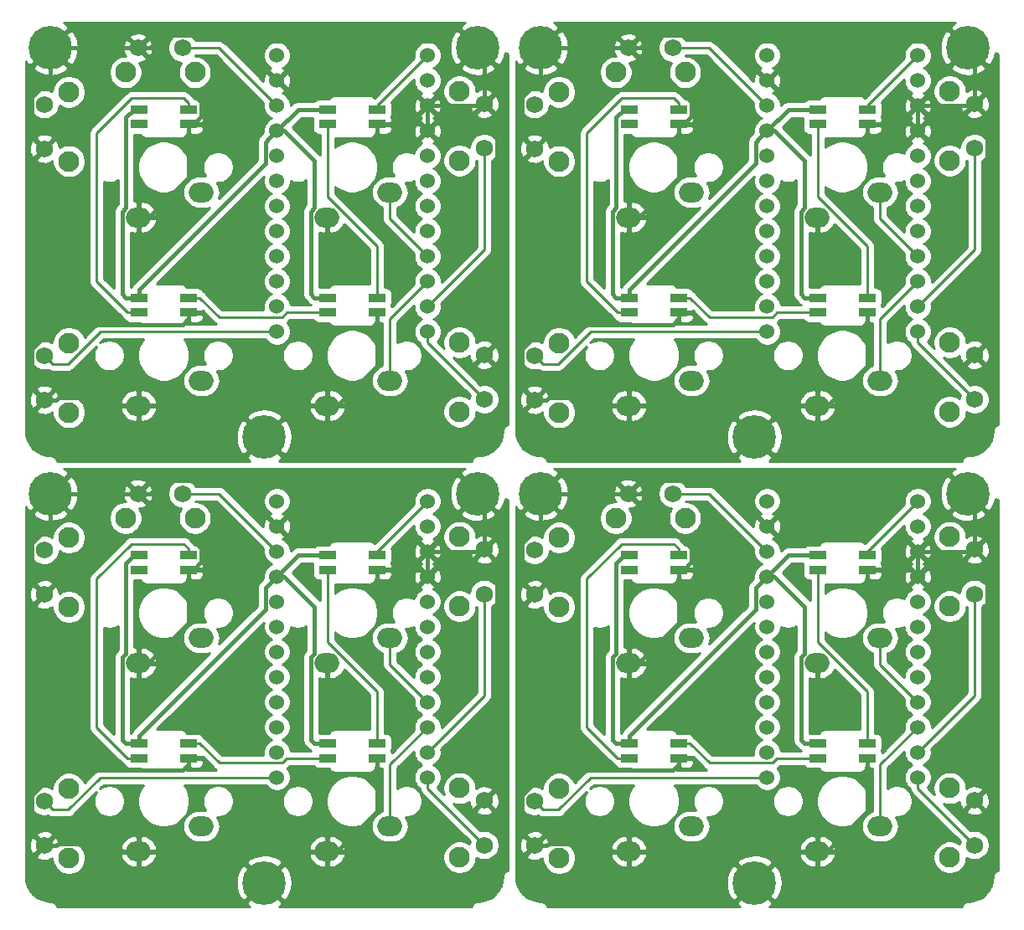
<source format=gbr>
G04 #@! TF.GenerationSoftware,KiCad,Pcbnew,5.1.5+dfsg1-2build2*
G04 #@! TF.CreationDate,2021-10-19T21:18:03+09:00*
G04 #@! TF.ProjectId,pcb,7063622e-6b69-4636-9164-5f7063625858,rev?*
G04 #@! TF.SameCoordinates,Original*
G04 #@! TF.FileFunction,Copper,L2,Bot*
G04 #@! TF.FilePolarity,Positive*
%FSLAX46Y46*%
G04 Gerber Fmt 4.6, Leading zero omitted, Abs format (unit mm)*
G04 Created by KiCad (PCBNEW 5.1.5+dfsg1-2build2) date 2021-10-19 21:18:03*
%MOMM*%
%LPD*%
G04 APERTURE LIST*
%ADD10C,2.100000*%
%ADD11C,1.750000*%
%ADD12C,0.700000*%
%ADD13C,4.400000*%
%ADD14O,2.500000X2.000000*%
%ADD15R,1.800000X0.820000*%
%ADD16C,1.524000*%
%ADD17C,0.800000*%
%ADD18C,0.400000*%
%ADD19C,0.250000*%
%ADD20C,0.254000*%
G04 APERTURE END LIST*
D10*
X117425000Y-135300000D03*
D11*
X114935000Y-134040000D03*
X114935000Y-129540000D03*
D10*
X117425000Y-128290000D03*
X156895000Y-128225000D03*
D11*
X159385000Y-129485000D03*
X159385000Y-133985000D03*
D10*
X156895000Y-135235000D03*
D12*
X116736726Y-97258274D03*
X115570000Y-96775000D03*
X114403274Y-97258274D03*
X113920000Y-98425000D03*
X114403274Y-99591726D03*
X115570000Y-100075000D03*
X116736726Y-99591726D03*
X117220000Y-98425000D03*
D13*
X115570000Y-98425000D03*
D14*
X124460000Y-115570000D03*
X130810000Y-113030000D03*
D15*
X124500000Y-104660000D03*
X124500000Y-106160000D03*
X129500000Y-106160000D03*
X129500000Y-104660000D03*
D10*
X130155000Y-100915000D03*
D11*
X128905000Y-98425000D03*
X124405000Y-98425000D03*
D10*
X123145000Y-100915000D03*
D15*
X143550000Y-123710000D03*
X143550000Y-125210000D03*
X148550000Y-125210000D03*
X148550000Y-123710000D03*
X129500000Y-123710000D03*
X129500000Y-125210000D03*
X124500000Y-125210000D03*
X124500000Y-123710000D03*
D10*
X117425000Y-102890000D03*
D11*
X114935000Y-104140000D03*
X114935000Y-108640000D03*
D10*
X117425000Y-109900000D03*
X156895000Y-102825000D03*
D11*
X159385000Y-104085000D03*
X159385000Y-108585000D03*
D10*
X156895000Y-109835000D03*
D12*
X159916726Y-97258274D03*
X158750000Y-96775000D03*
X157583274Y-97258274D03*
X157100000Y-98425000D03*
X157583274Y-99591726D03*
X158750000Y-100075000D03*
X159916726Y-99591726D03*
X160400000Y-98425000D03*
D13*
X158750000Y-98425000D03*
X137160000Y-137795000D03*
D12*
X138810000Y-137795000D03*
X138326726Y-138961726D03*
X137160000Y-139445000D03*
X135993274Y-138961726D03*
X135510000Y-137795000D03*
X135993274Y-136628274D03*
X137160000Y-136145000D03*
X138326726Y-136628274D03*
D14*
X149860000Y-113030000D03*
X143510000Y-115570000D03*
X143510000Y-134620000D03*
X149860000Y-132080000D03*
D16*
X104131400Y-99187000D03*
X104131400Y-101727000D03*
X104131400Y-104267000D03*
X104131400Y-106807000D03*
X104131400Y-109347000D03*
X104131400Y-111887000D03*
X104131400Y-114427000D03*
X104131400Y-116967000D03*
X104131400Y-119507000D03*
X104131400Y-122047000D03*
X104131400Y-124587000D03*
X104131400Y-127127000D03*
X88911400Y-127127000D03*
X88911400Y-124587000D03*
X88911400Y-122047000D03*
X88911400Y-119507000D03*
X88911400Y-116967000D03*
X88911400Y-114427000D03*
X88911400Y-111887000D03*
X88911400Y-109347000D03*
X88911400Y-106807000D03*
X88911400Y-104267000D03*
X88911400Y-101727000D03*
X88911400Y-99187000D03*
D14*
X130810000Y-132080000D03*
X124460000Y-134620000D03*
D15*
X148550000Y-104660000D03*
X148550000Y-106160000D03*
X143550000Y-106160000D03*
X143550000Y-104660000D03*
D16*
X138441400Y-99187000D03*
X138441400Y-101727000D03*
X138441400Y-104267000D03*
X138441400Y-106807000D03*
X138441400Y-109347000D03*
X138441400Y-111887000D03*
X138441400Y-114427000D03*
X138441400Y-116967000D03*
X138441400Y-119507000D03*
X138441400Y-122047000D03*
X138441400Y-124587000D03*
X138441400Y-127127000D03*
X153661400Y-127127000D03*
X153661400Y-124587000D03*
X153661400Y-122047000D03*
X153661400Y-119507000D03*
X153661400Y-116967000D03*
X153661400Y-114427000D03*
X153661400Y-111887000D03*
X153661400Y-109347000D03*
X153661400Y-106807000D03*
X153661400Y-104267000D03*
X153661400Y-101727000D03*
X153661400Y-99187000D03*
D15*
X74970000Y-123710000D03*
X74970000Y-125210000D03*
X79970000Y-125210000D03*
X79970000Y-123710000D03*
D10*
X107365000Y-109835000D03*
D11*
X109855000Y-108585000D03*
X109855000Y-104085000D03*
D10*
X107365000Y-102825000D03*
X67895000Y-109900000D03*
D11*
X65405000Y-108640000D03*
X65405000Y-104140000D03*
D10*
X67895000Y-102890000D03*
D14*
X93980000Y-115570000D03*
X100330000Y-113030000D03*
D12*
X88796726Y-136628274D03*
X87630000Y-136145000D03*
X86463274Y-136628274D03*
X85980000Y-137795000D03*
X86463274Y-138961726D03*
X87630000Y-139445000D03*
X88796726Y-138961726D03*
X89280000Y-137795000D03*
D13*
X87630000Y-137795000D03*
X109220000Y-98425000D03*
D12*
X110870000Y-98425000D03*
X110386726Y-99591726D03*
X109220000Y-100075000D03*
X108053274Y-99591726D03*
X107570000Y-98425000D03*
X108053274Y-97258274D03*
X109220000Y-96775000D03*
X110386726Y-97258274D03*
D15*
X94020000Y-104660000D03*
X94020000Y-106160000D03*
X99020000Y-106160000D03*
X99020000Y-104660000D03*
D14*
X100330000Y-132080000D03*
X93980000Y-134620000D03*
X74930000Y-134620000D03*
X81280000Y-132080000D03*
X81280000Y-113030000D03*
X74930000Y-115570000D03*
D10*
X67895000Y-128290000D03*
D11*
X65405000Y-129540000D03*
X65405000Y-134040000D03*
D10*
X67895000Y-135300000D03*
X107365000Y-135235000D03*
D11*
X109855000Y-133985000D03*
X109855000Y-129485000D03*
D10*
X107365000Y-128225000D03*
D13*
X66040000Y-98425000D03*
D12*
X67690000Y-98425000D03*
X67206726Y-99591726D03*
X66040000Y-100075000D03*
X64873274Y-99591726D03*
X64390000Y-98425000D03*
X64873274Y-97258274D03*
X66040000Y-96775000D03*
X67206726Y-97258274D03*
D15*
X79970000Y-104660000D03*
X79970000Y-106160000D03*
X74970000Y-106160000D03*
X74970000Y-104660000D03*
D10*
X73615000Y-100915000D03*
D11*
X74875000Y-98425000D03*
X79375000Y-98425000D03*
D10*
X80625000Y-100915000D03*
D15*
X99020000Y-123710000D03*
X99020000Y-125210000D03*
X94020000Y-125210000D03*
X94020000Y-123710000D03*
D16*
X153661400Y-54102000D03*
X153661400Y-56642000D03*
X153661400Y-59182000D03*
X153661400Y-61722000D03*
X153661400Y-64262000D03*
X153661400Y-66802000D03*
X153661400Y-69342000D03*
X153661400Y-71882000D03*
X153661400Y-74422000D03*
X153661400Y-76962000D03*
X153661400Y-79502000D03*
X153661400Y-82042000D03*
X138441400Y-82042000D03*
X138441400Y-79502000D03*
X138441400Y-76962000D03*
X138441400Y-74422000D03*
X138441400Y-71882000D03*
X138441400Y-69342000D03*
X138441400Y-66802000D03*
X138441400Y-64262000D03*
X138441400Y-61722000D03*
X138441400Y-59182000D03*
X138441400Y-56642000D03*
X138441400Y-54102000D03*
D15*
X124500000Y-78625000D03*
X124500000Y-80125000D03*
X129500000Y-80125000D03*
X129500000Y-78625000D03*
D10*
X156895000Y-64750000D03*
D11*
X159385000Y-63500000D03*
X159385000Y-59000000D03*
D10*
X156895000Y-57740000D03*
X117425000Y-64815000D03*
D11*
X114935000Y-63555000D03*
X114935000Y-59055000D03*
D10*
X117425000Y-57805000D03*
D14*
X143510000Y-70485000D03*
X149860000Y-67945000D03*
D12*
X138326726Y-91543274D03*
X137160000Y-91060000D03*
X135993274Y-91543274D03*
X135510000Y-92710000D03*
X135993274Y-93876726D03*
X137160000Y-94360000D03*
X138326726Y-93876726D03*
X138810000Y-92710000D03*
D13*
X137160000Y-92710000D03*
X158750000Y-53340000D03*
D12*
X160400000Y-53340000D03*
X159916726Y-54506726D03*
X158750000Y-54990000D03*
X157583274Y-54506726D03*
X157100000Y-53340000D03*
X157583274Y-52173274D03*
X158750000Y-51690000D03*
X159916726Y-52173274D03*
D15*
X143550000Y-59575000D03*
X143550000Y-61075000D03*
X148550000Y-61075000D03*
X148550000Y-59575000D03*
D14*
X149860000Y-86995000D03*
X143510000Y-89535000D03*
X124460000Y-89535000D03*
X130810000Y-86995000D03*
X130810000Y-67945000D03*
X124460000Y-70485000D03*
D10*
X117425000Y-83205000D03*
D11*
X114935000Y-84455000D03*
X114935000Y-88955000D03*
D10*
X117425000Y-90215000D03*
X156895000Y-90150000D03*
D11*
X159385000Y-88900000D03*
X159385000Y-84400000D03*
D10*
X156895000Y-83140000D03*
D13*
X115570000Y-53340000D03*
D12*
X117220000Y-53340000D03*
X116736726Y-54506726D03*
X115570000Y-54990000D03*
X114403274Y-54506726D03*
X113920000Y-53340000D03*
X114403274Y-52173274D03*
X115570000Y-51690000D03*
X116736726Y-52173274D03*
D15*
X129500000Y-59575000D03*
X129500000Y-61075000D03*
X124500000Y-61075000D03*
X124500000Y-59575000D03*
D10*
X123145000Y-55830000D03*
D11*
X124405000Y-53340000D03*
X128905000Y-53340000D03*
D10*
X130155000Y-55830000D03*
D15*
X148550000Y-78625000D03*
X148550000Y-80125000D03*
X143550000Y-80125000D03*
X143550000Y-78625000D03*
D16*
X88911400Y-54102000D03*
X88911400Y-56642000D03*
X88911400Y-59182000D03*
X88911400Y-61722000D03*
X88911400Y-64262000D03*
X88911400Y-66802000D03*
X88911400Y-69342000D03*
X88911400Y-71882000D03*
X88911400Y-74422000D03*
X88911400Y-76962000D03*
X88911400Y-79502000D03*
X88911400Y-82042000D03*
X104131400Y-82042000D03*
X104131400Y-79502000D03*
X104131400Y-76962000D03*
X104131400Y-74422000D03*
X104131400Y-71882000D03*
X104131400Y-69342000D03*
X104131400Y-66802000D03*
X104131400Y-64262000D03*
X104131400Y-61722000D03*
X104131400Y-59182000D03*
X104131400Y-56642000D03*
X104131400Y-54102000D03*
D14*
X81280000Y-86995000D03*
X74930000Y-89535000D03*
D12*
X67206726Y-52173274D03*
X66040000Y-51690000D03*
X64873274Y-52173274D03*
X64390000Y-53340000D03*
X64873274Y-54506726D03*
X66040000Y-54990000D03*
X67206726Y-54506726D03*
X67690000Y-53340000D03*
D13*
X66040000Y-53340000D03*
X87630000Y-92710000D03*
D12*
X89280000Y-92710000D03*
X88796726Y-93876726D03*
X87630000Y-94360000D03*
X86463274Y-93876726D03*
X85980000Y-92710000D03*
X86463274Y-91543274D03*
X87630000Y-91060000D03*
X88796726Y-91543274D03*
X110386726Y-52173274D03*
X109220000Y-51690000D03*
X108053274Y-52173274D03*
X107570000Y-53340000D03*
X108053274Y-54506726D03*
X109220000Y-54990000D03*
X110386726Y-54506726D03*
X110870000Y-53340000D03*
D13*
X109220000Y-53340000D03*
D15*
X99020000Y-59575000D03*
X99020000Y-61075000D03*
X94020000Y-61075000D03*
X94020000Y-59575000D03*
X94020000Y-78625000D03*
X94020000Y-80125000D03*
X99020000Y-80125000D03*
X99020000Y-78625000D03*
X79970000Y-78625000D03*
X79970000Y-80125000D03*
X74970000Y-80125000D03*
X74970000Y-78625000D03*
X74970000Y-59575000D03*
X74970000Y-61075000D03*
X79970000Y-61075000D03*
X79970000Y-59575000D03*
D14*
X100330000Y-67945000D03*
X93980000Y-70485000D03*
X93980000Y-89535000D03*
X100330000Y-86995000D03*
D10*
X107365000Y-57740000D03*
D11*
X109855000Y-59000000D03*
X109855000Y-63500000D03*
D10*
X107365000Y-64750000D03*
X107365000Y-83140000D03*
D11*
X109855000Y-84400000D03*
X109855000Y-88900000D03*
D10*
X107365000Y-90150000D03*
D14*
X74930000Y-70485000D03*
X81280000Y-67945000D03*
D10*
X67895000Y-57805000D03*
D11*
X65405000Y-59055000D03*
X65405000Y-63555000D03*
D10*
X67895000Y-64815000D03*
X67895000Y-90215000D03*
D11*
X65405000Y-88955000D03*
X65405000Y-84455000D03*
D10*
X67895000Y-83205000D03*
X80625000Y-55830000D03*
D11*
X79375000Y-53340000D03*
X74875000Y-53340000D03*
D10*
X73615000Y-55830000D03*
D17*
X80010000Y-75565000D03*
X86360000Y-69850000D03*
X90805000Y-67945000D03*
X92075000Y-61595000D03*
X72390000Y-67945000D03*
X102235000Y-70485000D03*
X151765000Y-70485000D03*
X140335000Y-67945000D03*
X129540000Y-75565000D03*
X135890000Y-69850000D03*
X141605000Y-61595000D03*
X121920000Y-67945000D03*
X102235000Y-115570000D03*
X90805000Y-113030000D03*
X80010000Y-120650000D03*
X86360000Y-114935000D03*
X135890000Y-114935000D03*
X92075000Y-106680000D03*
X72390000Y-113030000D03*
X151765000Y-115570000D03*
X141605000Y-106680000D03*
X121920000Y-113030000D03*
X140335000Y-113030000D03*
X129540000Y-120650000D03*
D18*
X75749999Y-54214999D02*
X74875000Y-53340000D01*
X76640001Y-54214999D02*
X75749999Y-54214999D01*
X81270001Y-58844999D02*
X76640001Y-54214999D01*
X81270001Y-60264999D02*
X81270001Y-58844999D01*
X80460000Y-61075000D02*
X81270001Y-60264999D01*
X79970000Y-61075000D02*
X80460000Y-61075000D01*
X73280000Y-89535000D02*
X74930000Y-89535000D01*
X72509999Y-88764999D02*
X73280000Y-89535000D01*
X66832437Y-88764999D02*
X72509999Y-88764999D01*
X66642436Y-88955000D02*
X66832437Y-88764999D01*
X65405000Y-88955000D02*
X66642436Y-88955000D01*
X99020000Y-85507002D02*
X99020000Y-80125000D01*
X94992002Y-89535000D02*
X99020000Y-85507002D01*
X93980000Y-89535000D02*
X94992002Y-89535000D01*
X64530001Y-62680001D02*
X65405000Y-63555000D01*
X64129999Y-58361270D02*
X64129999Y-62279999D01*
X66040000Y-56451269D02*
X64129999Y-58361270D01*
X64129999Y-62279999D02*
X64530001Y-62680001D01*
X66040000Y-53340000D02*
X66040000Y-56451269D01*
X103484400Y-61075000D02*
X104131400Y-61722000D01*
X99020000Y-61075000D02*
X103484400Y-61075000D01*
X104131400Y-59182000D02*
X104131400Y-61722000D01*
X109038000Y-59182000D02*
X109855000Y-58365000D01*
X104131400Y-59182000D02*
X109038000Y-59182000D01*
X74875000Y-53340000D02*
X66040000Y-53340000D01*
X88149401Y-55880001D02*
X88911400Y-56642000D01*
X84334399Y-52064999D02*
X88149401Y-55880001D01*
X77387437Y-52064999D02*
X84334399Y-52064999D01*
X76112436Y-53340000D02*
X77387437Y-52064999D01*
X74875000Y-53340000D02*
X76112436Y-53340000D01*
X79970000Y-61885000D02*
X79970000Y-61075000D01*
X79970000Y-66457002D02*
X79970000Y-61885000D01*
X75942002Y-70485000D02*
X79970000Y-66457002D01*
X74930000Y-70485000D02*
X75942002Y-70485000D01*
X64129999Y-87679999D02*
X65405000Y-88955000D01*
X64129999Y-83842999D02*
X64129999Y-87679999D01*
X66637988Y-81335010D02*
X64129999Y-83842999D01*
X79360542Y-81335010D02*
X66637988Y-81335010D01*
X79970000Y-80725552D02*
X79360542Y-81335010D01*
X79970000Y-80125000D02*
X79970000Y-80725552D01*
X111130001Y-83124999D02*
X110729999Y-83525001D01*
X110729999Y-83525001D02*
X109855000Y-84400000D01*
X111130001Y-60275001D02*
X111130001Y-83124999D01*
X109855000Y-59000000D02*
X111130001Y-60275001D01*
X109220000Y-54403452D02*
X109220000Y-53340000D01*
X109855000Y-55038452D02*
X109220000Y-54403452D01*
X109855000Y-59000000D02*
X109855000Y-55038452D01*
X84455000Y-89535000D02*
X87630000Y-92710000D01*
X74930000Y-89535000D02*
X84455000Y-89535000D01*
X90805000Y-89535000D02*
X93980000Y-89535000D01*
X87630000Y-92710000D02*
X90805000Y-89535000D01*
X129500000Y-61885000D02*
X129500000Y-61075000D01*
X130800001Y-58844999D02*
X126170001Y-54214999D01*
X115570000Y-53340000D02*
X115570000Y-56451269D01*
X159385000Y-59000000D02*
X159385000Y-55038452D01*
X116172436Y-88955000D02*
X116362437Y-88764999D01*
X126170001Y-54214999D02*
X125279999Y-54214999D01*
X159385000Y-55038452D02*
X158750000Y-54403452D01*
X124405000Y-53340000D02*
X115570000Y-53340000D01*
X158568000Y-59182000D02*
X159385000Y-58365000D01*
X160259999Y-83525001D02*
X159385000Y-84400000D01*
X130800001Y-60264999D02*
X130800001Y-58844999D01*
X113659999Y-58361270D02*
X113659999Y-62279999D01*
X129500000Y-61075000D02*
X129990000Y-61075000D01*
X160660001Y-60275001D02*
X160660001Y-83124999D01*
X113659999Y-83842999D02*
X113659999Y-87679999D01*
X124405000Y-53340000D02*
X125642436Y-53340000D01*
X126917437Y-52064999D02*
X133864399Y-52064999D01*
X125642436Y-53340000D02*
X126917437Y-52064999D01*
X113659999Y-87679999D02*
X114935000Y-88955000D01*
X159385000Y-59000000D02*
X160660001Y-60275001D01*
X129500000Y-66457002D02*
X129500000Y-61885000D01*
X125279999Y-54214999D02*
X124405000Y-53340000D01*
X125472002Y-70485000D02*
X129500000Y-66457002D01*
X148550000Y-85507002D02*
X148550000Y-80125000D01*
X114060001Y-62680001D02*
X114935000Y-63555000D01*
X114935000Y-88955000D02*
X116172436Y-88955000D01*
X133864399Y-52064999D02*
X137679401Y-55880001D01*
X128890542Y-81335010D02*
X116167988Y-81335010D01*
X160660001Y-83124999D02*
X160259999Y-83525001D01*
X116167988Y-81335010D02*
X113659999Y-83842999D01*
X148550000Y-61075000D02*
X153014400Y-61075000D01*
X153661400Y-59182000D02*
X158568000Y-59182000D01*
X113659999Y-62279999D02*
X114060001Y-62680001D01*
X122039999Y-88764999D02*
X122810000Y-89535000D01*
X122810000Y-89535000D02*
X124460000Y-89535000D01*
X129500000Y-80125000D02*
X129500000Y-80725552D01*
X137679401Y-55880001D02*
X138441400Y-56642000D01*
X129500000Y-80725552D02*
X128890542Y-81335010D01*
X153014400Y-61075000D02*
X153661400Y-61722000D01*
X124460000Y-70485000D02*
X125472002Y-70485000D01*
X115570000Y-56451269D02*
X113659999Y-58361270D01*
X144522002Y-89535000D02*
X148550000Y-85507002D01*
X129990000Y-61075000D02*
X130800001Y-60264999D01*
X153661400Y-59182000D02*
X153661400Y-61722000D01*
X143510000Y-89535000D02*
X144522002Y-89535000D01*
X116362437Y-88764999D02*
X122039999Y-88764999D01*
X158750000Y-54403452D02*
X158750000Y-53340000D01*
X124460000Y-89535000D02*
X133985000Y-89535000D01*
X133985000Y-89535000D02*
X137160000Y-92710000D01*
X140335000Y-89535000D02*
X143510000Y-89535000D01*
X137160000Y-92710000D02*
X140335000Y-89535000D01*
X114060001Y-107765001D02*
X114935000Y-108640000D01*
X79970000Y-106970000D02*
X79970000Y-106160000D01*
X81270001Y-103929999D02*
X76640001Y-99299999D01*
X66040000Y-98425000D02*
X66040000Y-101536269D01*
X109855000Y-104085000D02*
X109855000Y-100123452D01*
X66642436Y-134040000D02*
X66832437Y-133849999D01*
X76640001Y-99299999D02*
X75749999Y-99299999D01*
X109855000Y-100123452D02*
X109220000Y-99488452D01*
X74875000Y-98425000D02*
X66040000Y-98425000D01*
X109038000Y-104267000D02*
X109855000Y-103450000D01*
X110729999Y-128610001D02*
X109855000Y-129485000D01*
X81270001Y-105349999D02*
X81270001Y-103929999D01*
X64129999Y-103446270D02*
X64129999Y-107364999D01*
X79970000Y-106160000D02*
X80460000Y-106160000D01*
X111130001Y-105360001D02*
X111130001Y-128209999D01*
X64129999Y-128927999D02*
X64129999Y-132764999D01*
X74875000Y-98425000D02*
X76112436Y-98425000D01*
X77387437Y-97149999D02*
X84334399Y-97149999D01*
X76112436Y-98425000D02*
X77387437Y-97149999D01*
X64129999Y-132764999D02*
X65405000Y-134040000D01*
X109855000Y-104085000D02*
X111130001Y-105360001D01*
X79970000Y-111542002D02*
X79970000Y-106970000D01*
X75749999Y-99299999D02*
X74875000Y-98425000D01*
X75942002Y-115570000D02*
X79970000Y-111542002D01*
X99020000Y-130592002D02*
X99020000Y-125210000D01*
X113659999Y-107364999D02*
X114060001Y-107765001D01*
X133864399Y-97149999D02*
X137679401Y-100965001D01*
X122810000Y-134620000D02*
X124460000Y-134620000D01*
X64530001Y-107765001D02*
X65405000Y-108640000D01*
X65405000Y-134040000D02*
X66642436Y-134040000D01*
X114935000Y-134040000D02*
X116172436Y-134040000D01*
X84334399Y-97149999D02*
X88149401Y-100965001D01*
X125472002Y-115570000D02*
X129500000Y-111542002D01*
X79360542Y-126420010D02*
X66637988Y-126420010D01*
X111130001Y-128209999D02*
X110729999Y-128610001D01*
X66637988Y-126420010D02*
X64129999Y-128927999D01*
X124405000Y-98425000D02*
X125642436Y-98425000D01*
X148550000Y-130592002D02*
X148550000Y-125210000D01*
X99020000Y-106160000D02*
X103484400Y-106160000D01*
X133985000Y-134620000D02*
X137160000Y-137795000D01*
X104131400Y-104267000D02*
X109038000Y-104267000D01*
X64129999Y-107364999D02*
X64530001Y-107765001D01*
X72509999Y-133849999D02*
X73280000Y-134620000D01*
X73280000Y-134620000D02*
X74930000Y-134620000D01*
X153661400Y-104267000D02*
X158568000Y-104267000D01*
X79970000Y-125210000D02*
X79970000Y-125810552D01*
X88149401Y-100965001D02*
X88911400Y-101727000D01*
X113659999Y-103446270D02*
X113659999Y-107364999D01*
X158568000Y-104267000D02*
X159385000Y-103450000D01*
X79970000Y-125810552D02*
X79360542Y-126420010D01*
X103484400Y-106160000D02*
X104131400Y-106807000D01*
X126170001Y-99299999D02*
X125279999Y-99299999D01*
X159385000Y-100123452D02*
X158750000Y-99488452D01*
X74930000Y-115570000D02*
X75942002Y-115570000D01*
X124460000Y-115570000D02*
X125472002Y-115570000D01*
X116167988Y-126420010D02*
X113659999Y-128927999D01*
X116362437Y-133849999D02*
X122039999Y-133849999D01*
X66040000Y-101536269D02*
X64129999Y-103446270D01*
X94992002Y-134620000D02*
X99020000Y-130592002D01*
X80460000Y-106160000D02*
X81270001Y-105349999D01*
X104131400Y-104267000D02*
X104131400Y-106807000D01*
X153014400Y-106160000D02*
X153661400Y-106807000D01*
X93980000Y-134620000D02*
X94992002Y-134620000D01*
X66832437Y-133849999D02*
X72509999Y-133849999D01*
X140335000Y-134620000D02*
X143510000Y-134620000D01*
X113659999Y-132764999D02*
X114935000Y-134040000D01*
X109220000Y-99488452D02*
X109220000Y-98425000D01*
X129990000Y-106160000D02*
X130800001Y-105349999D01*
X143510000Y-134620000D02*
X144522002Y-134620000D01*
X159385000Y-104085000D02*
X160660001Y-105360001D01*
X159385000Y-104085000D02*
X159385000Y-100123452D01*
X74930000Y-134620000D02*
X84455000Y-134620000D01*
X137160000Y-137795000D02*
X140335000Y-134620000D01*
X129500000Y-125810552D02*
X128890542Y-126420010D01*
X160259999Y-128610001D02*
X159385000Y-129485000D01*
X124405000Y-98425000D02*
X115570000Y-98425000D01*
X129500000Y-125210000D02*
X129500000Y-125810552D01*
X158750000Y-99488452D02*
X158750000Y-98425000D01*
X84455000Y-134620000D02*
X87630000Y-137795000D01*
X90805000Y-134620000D02*
X93980000Y-134620000D01*
X129500000Y-106970000D02*
X129500000Y-106160000D01*
X148550000Y-106160000D02*
X153014400Y-106160000D01*
X160660001Y-128209999D02*
X160259999Y-128610001D01*
X87630000Y-137795000D02*
X90805000Y-134620000D01*
X113659999Y-128927999D02*
X113659999Y-132764999D01*
X115570000Y-98425000D02*
X115570000Y-101536269D01*
X129500000Y-106160000D02*
X129990000Y-106160000D01*
X137679401Y-100965001D02*
X138441400Y-101727000D01*
X115570000Y-101536269D02*
X113659999Y-103446270D01*
X125279999Y-99299999D02*
X124405000Y-98425000D01*
X130800001Y-105349999D02*
X130800001Y-103929999D01*
X124460000Y-134620000D02*
X133985000Y-134620000D01*
X116172436Y-134040000D02*
X116362437Y-133849999D01*
X128890542Y-126420010D02*
X116167988Y-126420010D01*
X129500000Y-111542002D02*
X129500000Y-106970000D01*
X126917437Y-97149999D02*
X133864399Y-97149999D01*
X160660001Y-105360001D02*
X160660001Y-128209999D01*
X125642436Y-98425000D02*
X126917437Y-97149999D01*
X130800001Y-103929999D02*
X126170001Y-99299999D01*
X122039999Y-133849999D02*
X122810000Y-134620000D01*
X153661400Y-104267000D02*
X153661400Y-106807000D01*
X144522002Y-134620000D02*
X148550000Y-130592002D01*
D19*
X99020000Y-59213400D02*
X99020000Y-59575000D01*
X104131400Y-54102000D02*
X99020000Y-59213400D01*
X153661400Y-54102000D02*
X148550000Y-59213400D01*
X148550000Y-59213400D02*
X148550000Y-59575000D01*
X104131400Y-99187000D02*
X99020000Y-104298400D01*
X153661400Y-99187000D02*
X148550000Y-104298400D01*
X99020000Y-104298400D02*
X99020000Y-104660000D01*
X148550000Y-104298400D02*
X148550000Y-104660000D01*
X99020000Y-77965000D02*
X99020000Y-78625000D01*
X99020000Y-73401153D02*
X99020000Y-77965000D01*
X94020000Y-68401153D02*
X99020000Y-73401153D01*
X94020000Y-61075000D02*
X94020000Y-68401153D01*
X143550000Y-68401153D02*
X148550000Y-73401153D01*
X148550000Y-77965000D02*
X148550000Y-78625000D01*
X148550000Y-73401153D02*
X148550000Y-77965000D01*
X143550000Y-61075000D02*
X143550000Y-68401153D01*
X94020000Y-113486153D02*
X99020000Y-118486153D01*
X148550000Y-123050000D02*
X148550000Y-123710000D01*
X99020000Y-123050000D02*
X99020000Y-123710000D01*
X99020000Y-118486153D02*
X99020000Y-123050000D01*
X94020000Y-106160000D02*
X94020000Y-113486153D01*
X148550000Y-118486153D02*
X148550000Y-123050000D01*
X143550000Y-106160000D02*
X143550000Y-113486153D01*
X143550000Y-113486153D02*
X148550000Y-118486153D01*
D18*
X91058400Y-59575000D02*
X88911400Y-61722000D01*
X94020000Y-59575000D02*
X91058400Y-59575000D01*
X73670000Y-78625000D02*
X74970000Y-78625000D01*
X73279990Y-69905097D02*
X73279990Y-78234990D01*
X73279990Y-78234990D02*
X73670000Y-78625000D01*
X73669999Y-69515088D02*
X73279990Y-69905097D01*
X73669999Y-60385001D02*
X73669999Y-69515088D01*
X74480000Y-59575000D02*
X73669999Y-60385001D01*
X74970000Y-59575000D02*
X74480000Y-59575000D01*
X88149401Y-62483999D02*
X88911400Y-61722000D01*
X87749399Y-62884001D02*
X88149401Y-62483999D01*
X87749399Y-65035601D02*
X87749399Y-62884001D01*
X74970000Y-77815000D02*
X87749399Y-65035601D01*
X74970000Y-78625000D02*
X74970000Y-77815000D01*
X92720000Y-78625000D02*
X94020000Y-78625000D01*
X92329990Y-69905097D02*
X92329990Y-78234990D01*
X92710000Y-64770000D02*
X92710000Y-69525087D01*
X89662000Y-61722000D02*
X92710000Y-64770000D01*
X92329990Y-78234990D02*
X92720000Y-78625000D01*
X92710000Y-69525087D02*
X92329990Y-69905097D01*
X88911400Y-61722000D02*
X89662000Y-61722000D01*
X139192000Y-61722000D02*
X142240000Y-64770000D01*
X124500000Y-78625000D02*
X124500000Y-77815000D01*
X122809990Y-78234990D02*
X123200000Y-78625000D01*
X124500000Y-77815000D02*
X137279399Y-65035601D01*
X123199999Y-69515088D02*
X122809990Y-69905097D01*
X123200000Y-78625000D02*
X124500000Y-78625000D01*
X141859990Y-69905097D02*
X141859990Y-78234990D01*
X137679401Y-62483999D02*
X138441400Y-61722000D01*
X143550000Y-59575000D02*
X140588400Y-59575000D01*
X124010000Y-59575000D02*
X123199999Y-60385001D01*
X137279399Y-65035601D02*
X137279399Y-62884001D01*
X140588400Y-59575000D02*
X138441400Y-61722000D01*
X142250000Y-78625000D02*
X143550000Y-78625000D01*
X124500000Y-59575000D02*
X124010000Y-59575000D01*
X123199999Y-60385001D02*
X123199999Y-69515088D01*
X142240000Y-64770000D02*
X142240000Y-69525087D01*
X137279399Y-62884001D02*
X137679401Y-62483999D01*
X122809990Y-69905097D02*
X122809990Y-78234990D01*
X142240000Y-69525087D02*
X141859990Y-69905097D01*
X141859990Y-78234990D02*
X142250000Y-78625000D01*
X138441400Y-61722000D02*
X139192000Y-61722000D01*
X89662000Y-106807000D02*
X92710000Y-109855000D01*
X74970000Y-123710000D02*
X74970000Y-122900000D01*
X73279990Y-123319990D02*
X73670000Y-123710000D01*
X74970000Y-122900000D02*
X87749399Y-110120601D01*
X73669999Y-114600088D02*
X73279990Y-114990097D01*
X73670000Y-123710000D02*
X74970000Y-123710000D01*
X92329990Y-114990097D02*
X92329990Y-123319990D01*
X88149401Y-107568999D02*
X88911400Y-106807000D01*
X94020000Y-104660000D02*
X91058400Y-104660000D01*
X74480000Y-104660000D02*
X73669999Y-105470001D01*
X87749399Y-110120601D02*
X87749399Y-107969001D01*
X124500000Y-123710000D02*
X124500000Y-122900000D01*
X91058400Y-104660000D02*
X88911400Y-106807000D01*
X141859990Y-123319990D02*
X142250000Y-123710000D01*
X92720000Y-123710000D02*
X94020000Y-123710000D01*
X138441400Y-106807000D02*
X139192000Y-106807000D01*
X74970000Y-104660000D02*
X74480000Y-104660000D01*
X73669999Y-105470001D02*
X73669999Y-114600088D01*
X92710000Y-109855000D02*
X92710000Y-114610087D01*
X87749399Y-107969001D02*
X88149401Y-107568999D01*
X73279990Y-114990097D02*
X73279990Y-123319990D01*
X137679401Y-107568999D02*
X138441400Y-106807000D01*
X123199999Y-114600088D02*
X122809990Y-114990097D01*
X92710000Y-114610087D02*
X92329990Y-114990097D01*
X140588400Y-104660000D02*
X138441400Y-106807000D01*
X92329990Y-123319990D02*
X92720000Y-123710000D01*
X88911400Y-106807000D02*
X89662000Y-106807000D01*
X124500000Y-122900000D02*
X137279399Y-110120601D01*
X139192000Y-106807000D02*
X142240000Y-109855000D01*
X122809990Y-123319990D02*
X123200000Y-123710000D01*
X122809990Y-114990097D02*
X122809990Y-123319990D01*
X143550000Y-104660000D02*
X140588400Y-104660000D01*
X123199999Y-105470001D02*
X123199999Y-114600088D01*
X124500000Y-104660000D02*
X124010000Y-104660000D01*
X123200000Y-123710000D02*
X124500000Y-123710000D01*
X142240000Y-109855000D02*
X142240000Y-114610087D01*
X137279399Y-107969001D02*
X137679401Y-107568999D01*
X142250000Y-123710000D02*
X143550000Y-123710000D01*
X137279399Y-110120601D02*
X137279399Y-107969001D01*
X124010000Y-104660000D02*
X123199999Y-105470001D01*
X141859990Y-114990097D02*
X141859990Y-123319990D01*
X142240000Y-114610087D02*
X141859990Y-114990097D01*
D19*
X81120000Y-78625000D02*
X79970000Y-78625000D01*
X83084001Y-80589001D02*
X81120000Y-78625000D01*
X89433161Y-80589001D02*
X83084001Y-80589001D01*
X89897162Y-80125000D02*
X89433161Y-80589001D01*
X94020000Y-80125000D02*
X89897162Y-80125000D01*
X132614001Y-80589001D02*
X130650000Y-78625000D01*
X143550000Y-80125000D02*
X139427162Y-80125000D01*
X130650000Y-78625000D02*
X129500000Y-78625000D01*
X139427162Y-80125000D02*
X138963161Y-80589001D01*
X138963161Y-80589001D02*
X132614001Y-80589001D01*
X83084001Y-125674001D02*
X81120000Y-123710000D01*
X94020000Y-125210000D02*
X89897162Y-125210000D01*
X139427162Y-125210000D02*
X138963161Y-125674001D01*
X81120000Y-123710000D02*
X79970000Y-123710000D01*
X138963161Y-125674001D02*
X132614001Y-125674001D01*
X89897162Y-125210000D02*
X89433161Y-125674001D01*
X89433161Y-125674001D02*
X83084001Y-125674001D01*
X143550000Y-125210000D02*
X139427162Y-125210000D01*
X130650000Y-123710000D02*
X129500000Y-123710000D01*
X132614001Y-125674001D02*
X130650000Y-123710000D01*
X79970000Y-58915000D02*
X79970000Y-59575000D01*
X79494990Y-58439990D02*
X79970000Y-58915000D01*
X74210008Y-58439990D02*
X79494990Y-58439990D01*
X70694999Y-61954999D02*
X74210008Y-58439990D01*
X70694999Y-76999999D02*
X70694999Y-61954999D01*
X73820000Y-80125000D02*
X70694999Y-76999999D01*
X74970000Y-80125000D02*
X73820000Y-80125000D01*
X123350000Y-80125000D02*
X120224999Y-76999999D01*
X129500000Y-58915000D02*
X129500000Y-59575000D01*
X120224999Y-61954999D02*
X123740008Y-58439990D01*
X120224999Y-76999999D02*
X120224999Y-61954999D01*
X123740008Y-58439990D02*
X129024990Y-58439990D01*
X129024990Y-58439990D02*
X129500000Y-58915000D01*
X124500000Y-80125000D02*
X123350000Y-80125000D01*
X73820000Y-125210000D02*
X70694999Y-122084999D01*
X79970000Y-104000000D02*
X79970000Y-104660000D01*
X70694999Y-107039999D02*
X74210008Y-103524990D01*
X120224999Y-107039999D02*
X123740008Y-103524990D01*
X123350000Y-125210000D02*
X120224999Y-122084999D01*
X120224999Y-122084999D02*
X120224999Y-107039999D01*
X70694999Y-122084999D02*
X70694999Y-107039999D01*
X74210008Y-103524990D02*
X79494990Y-103524990D01*
X79494990Y-103524990D02*
X79970000Y-104000000D01*
X74970000Y-125210000D02*
X73820000Y-125210000D01*
X129500000Y-104000000D02*
X129500000Y-104660000D01*
X124500000Y-125210000D02*
X123350000Y-125210000D01*
X129024990Y-103524990D02*
X129500000Y-104000000D01*
X123740008Y-103524990D02*
X129024990Y-103524990D01*
X100330000Y-70620600D02*
X100330000Y-67945000D01*
X104131400Y-74422000D02*
X100330000Y-70620600D01*
X153661400Y-74422000D02*
X149860000Y-70620600D01*
X149860000Y-70620600D02*
X149860000Y-67945000D01*
X153661400Y-119507000D02*
X149860000Y-115705600D01*
X104131400Y-119507000D02*
X100330000Y-115705600D01*
X149860000Y-115705600D02*
X149860000Y-113030000D01*
X100330000Y-115705600D02*
X100330000Y-113030000D01*
X100330000Y-80763400D02*
X104131400Y-76962000D01*
X100330000Y-86995000D02*
X100330000Y-80763400D01*
X149860000Y-80763400D02*
X153661400Y-76962000D01*
X149860000Y-86995000D02*
X149860000Y-80763400D01*
X100330000Y-125848400D02*
X104131400Y-122047000D01*
X100330000Y-132080000D02*
X100330000Y-125848400D01*
X149860000Y-125848400D02*
X153661400Y-122047000D01*
X149860000Y-132080000D02*
X149860000Y-125848400D01*
X109855000Y-73778400D02*
X109855000Y-62865000D01*
X104131400Y-79502000D02*
X109855000Y-73778400D01*
X159385000Y-73778400D02*
X159385000Y-62865000D01*
X153661400Y-79502000D02*
X159385000Y-73778400D01*
X109855000Y-118863400D02*
X109855000Y-107950000D01*
X104131400Y-124587000D02*
X109855000Y-118863400D01*
X153661400Y-124587000D02*
X159385000Y-118863400D01*
X159385000Y-118863400D02*
X159385000Y-107950000D01*
X104131400Y-83176400D02*
X109855000Y-88900000D01*
X104131400Y-82042000D02*
X104131400Y-83176400D01*
X153661400Y-82042000D02*
X153661400Y-83176400D01*
X153661400Y-83176400D02*
X159385000Y-88900000D01*
X104131400Y-127127000D02*
X104131400Y-128261400D01*
X104131400Y-128261400D02*
X109855000Y-133985000D01*
X153661400Y-128261400D02*
X159385000Y-133985000D01*
X153661400Y-127127000D02*
X153661400Y-128261400D01*
X66279999Y-85329999D02*
X65405000Y-84455000D01*
X67805003Y-85329999D02*
X66279999Y-85329999D01*
X71093002Y-82042000D02*
X67805003Y-85329999D01*
X88911400Y-82042000D02*
X71093002Y-82042000D01*
X138441400Y-82042000D02*
X120623002Y-82042000D01*
X117335003Y-85329999D02*
X115809999Y-85329999D01*
X120623002Y-82042000D02*
X117335003Y-85329999D01*
X115809999Y-85329999D02*
X114935000Y-84455000D01*
X88911400Y-127127000D02*
X71093002Y-127127000D01*
X67805003Y-130414999D02*
X66279999Y-130414999D01*
X71093002Y-127127000D02*
X67805003Y-130414999D01*
X138441400Y-127127000D02*
X120623002Y-127127000D01*
X66279999Y-130414999D02*
X65405000Y-129540000D01*
X117335003Y-130414999D02*
X115809999Y-130414999D01*
X115809999Y-130414999D02*
X114935000Y-129540000D01*
X120623002Y-127127000D02*
X117335003Y-130414999D01*
X83069400Y-53340000D02*
X88911400Y-59182000D01*
X79375000Y-53340000D02*
X83069400Y-53340000D01*
X132599400Y-53340000D02*
X138441400Y-59182000D01*
X128905000Y-53340000D02*
X132599400Y-53340000D01*
X83069400Y-98425000D02*
X88911400Y-104267000D01*
X79375000Y-98425000D02*
X83069400Y-98425000D01*
X132599400Y-98425000D02*
X138441400Y-104267000D01*
X128905000Y-98425000D02*
X132599400Y-98425000D01*
D20*
G36*
X107649976Y-50962982D02*
G01*
X107409830Y-51350225D01*
X109220000Y-53160395D01*
X109234143Y-53146253D01*
X109413748Y-53325858D01*
X109399605Y-53340000D01*
X111209775Y-55150170D01*
X111597018Y-54910024D01*
X111857641Y-54416123D01*
X112016901Y-53880867D01*
X112017023Y-53879562D01*
X112027836Y-53888444D01*
X112055276Y-53903158D01*
X112081089Y-53920569D01*
X112111900Y-53933521D01*
X112141355Y-53949315D01*
X112171131Y-53958419D01*
X112199833Y-53970484D01*
X112232575Y-53977205D01*
X112264536Y-53986977D01*
X112268000Y-53987329D01*
X112268000Y-91427445D01*
X112239233Y-91436020D01*
X112208655Y-91441854D01*
X112177671Y-91454372D01*
X112145636Y-91463922D01*
X112118092Y-91478444D01*
X112089224Y-91490107D01*
X112061256Y-91508408D01*
X112031692Y-91523995D01*
X112007498Y-91543586D01*
X111981441Y-91560637D01*
X111957559Y-91584024D01*
X111931587Y-91605055D01*
X111911657Y-91628975D01*
X111889410Y-91650761D01*
X111870528Y-91678338D01*
X111849133Y-91704016D01*
X111834226Y-91731356D01*
X111816638Y-91757043D01*
X111803473Y-91787758D01*
X111787471Y-91817107D01*
X111778159Y-91846820D01*
X111765894Y-91875436D01*
X111758945Y-91908129D01*
X111748950Y-91940021D01*
X111745587Y-91970974D01*
X111739113Y-92001431D01*
X111738150Y-92010596D01*
X111683998Y-92562883D01*
X111542307Y-93032186D01*
X111312161Y-93465028D01*
X111002323Y-93844927D01*
X110624600Y-94157406D01*
X110193373Y-94390569D01*
X109725073Y-94535532D01*
X109176877Y-94593150D01*
X109155595Y-94593150D01*
X109122810Y-94599642D01*
X109089557Y-94603019D01*
X109059777Y-94612123D01*
X109029239Y-94618170D01*
X108998343Y-94630904D01*
X108966376Y-94640677D01*
X108938933Y-94655391D01*
X108910149Y-94667255D01*
X108882310Y-94685751D01*
X108852855Y-94701544D01*
X108828795Y-94721306D01*
X108802860Y-94738537D01*
X108779148Y-94762085D01*
X108753317Y-94783301D01*
X108733549Y-94807367D01*
X108711461Y-94829301D01*
X108692774Y-94857006D01*
X108671556Y-94882836D01*
X108656842Y-94910276D01*
X108639431Y-94936089D01*
X108626479Y-94966900D01*
X108610685Y-94996355D01*
X108601581Y-95026131D01*
X108589516Y-95054833D01*
X108582795Y-95087575D01*
X108573023Y-95119536D01*
X108572671Y-95123000D01*
X89132707Y-95123000D01*
X89200024Y-95087018D01*
X89440170Y-94699775D01*
X87630000Y-92889605D01*
X85819830Y-94699775D01*
X86059976Y-95087018D01*
X86128165Y-95123000D01*
X66687555Y-95123000D01*
X66678980Y-95094233D01*
X66673146Y-95063655D01*
X66660628Y-95032671D01*
X66651078Y-95000636D01*
X66636556Y-94973092D01*
X66624893Y-94944224D01*
X66606592Y-94916256D01*
X66591005Y-94886692D01*
X66571414Y-94862498D01*
X66554363Y-94836441D01*
X66530976Y-94812559D01*
X66509945Y-94786587D01*
X66486025Y-94766657D01*
X66464239Y-94744410D01*
X66436662Y-94725528D01*
X66410984Y-94704133D01*
X66383644Y-94689226D01*
X66357957Y-94671638D01*
X66327242Y-94658473D01*
X66297893Y-94642471D01*
X66268181Y-94633159D01*
X66239564Y-94620894D01*
X66206869Y-94613944D01*
X66174978Y-94603950D01*
X66144027Y-94600587D01*
X66113569Y-94594113D01*
X66104404Y-94593150D01*
X65552117Y-94538998D01*
X65082814Y-94397307D01*
X64649972Y-94167161D01*
X64270073Y-93857323D01*
X63957594Y-93479600D01*
X63724431Y-93048373D01*
X63624385Y-92725174D01*
X84781322Y-92725174D01*
X84839019Y-93280632D01*
X85003972Y-93814161D01*
X85252982Y-94280024D01*
X85640225Y-94520170D01*
X87450395Y-92710000D01*
X87809605Y-92710000D01*
X89619775Y-94520170D01*
X90007018Y-94280024D01*
X90267641Y-93786123D01*
X90426901Y-93250867D01*
X90478678Y-92694826D01*
X90420981Y-92139368D01*
X90256028Y-91605839D01*
X90007018Y-91139976D01*
X89619775Y-90899830D01*
X87809605Y-92710000D01*
X87450395Y-92710000D01*
X85640225Y-90899830D01*
X85252982Y-91139976D01*
X84992359Y-91633877D01*
X84833099Y-92169133D01*
X84781322Y-92725174D01*
X63624385Y-92725174D01*
X63579468Y-92580073D01*
X63525000Y-92061847D01*
X63525000Y-90001240D01*
X64538365Y-90001240D01*
X64619025Y-90252868D01*
X64887329Y-90381267D01*
X65175526Y-90454855D01*
X65472543Y-90470804D01*
X65766963Y-90428501D01*
X66047474Y-90329572D01*
X66190975Y-90252868D01*
X66210000Y-90193517D01*
X66210000Y-90380958D01*
X66274754Y-90706496D01*
X66401772Y-91013147D01*
X66586175Y-91289125D01*
X66820875Y-91523825D01*
X67096853Y-91708228D01*
X67403504Y-91835246D01*
X67729042Y-91900000D01*
X68060958Y-91900000D01*
X68386496Y-91835246D01*
X68693147Y-91708228D01*
X68969125Y-91523825D01*
X69203825Y-91289125D01*
X69388228Y-91013147D01*
X69515246Y-90706496D01*
X69580000Y-90380958D01*
X69580000Y-90049042D01*
X69553424Y-89915434D01*
X73089876Y-89915434D01*
X73114256Y-90037398D01*
X73242354Y-90333206D01*
X73425700Y-90598340D01*
X73657248Y-90822610D01*
X73928100Y-90997398D01*
X74227847Y-91115987D01*
X74544970Y-91173819D01*
X74803000Y-91016016D01*
X74803000Y-89662000D01*
X75057000Y-89662000D01*
X75057000Y-91016016D01*
X75315030Y-91173819D01*
X75632153Y-91115987D01*
X75931900Y-90997398D01*
X76202752Y-90822610D01*
X76308459Y-90720225D01*
X85819830Y-90720225D01*
X87630000Y-92530395D01*
X89440170Y-90720225D01*
X89200024Y-90332982D01*
X88706123Y-90072359D01*
X88178715Y-89915434D01*
X92139876Y-89915434D01*
X92164256Y-90037398D01*
X92292354Y-90333206D01*
X92475700Y-90598340D01*
X92707248Y-90822610D01*
X92978100Y-90997398D01*
X93277847Y-91115987D01*
X93594970Y-91173819D01*
X93853000Y-91016016D01*
X93853000Y-89662000D01*
X94107000Y-89662000D01*
X94107000Y-91016016D01*
X94365030Y-91173819D01*
X94682153Y-91115987D01*
X94981900Y-90997398D01*
X95252752Y-90822610D01*
X95484300Y-90598340D01*
X95667646Y-90333206D01*
X95795744Y-90037398D01*
X95820124Y-89915434D01*
X95700777Y-89662000D01*
X94107000Y-89662000D01*
X93853000Y-89662000D01*
X92259223Y-89662000D01*
X92139876Y-89915434D01*
X88178715Y-89915434D01*
X88170867Y-89913099D01*
X87614826Y-89861322D01*
X87059368Y-89919019D01*
X86525839Y-90083972D01*
X86059976Y-90332982D01*
X85819830Y-90720225D01*
X76308459Y-90720225D01*
X76434300Y-90598340D01*
X76617646Y-90333206D01*
X76745744Y-90037398D01*
X76770124Y-89915434D01*
X76650777Y-89662000D01*
X75057000Y-89662000D01*
X74803000Y-89662000D01*
X73209223Y-89662000D01*
X73089876Y-89915434D01*
X69553424Y-89915434D01*
X69515246Y-89723504D01*
X69388228Y-89416853D01*
X69212974Y-89154566D01*
X73089876Y-89154566D01*
X73209223Y-89408000D01*
X74803000Y-89408000D01*
X74803000Y-88053984D01*
X75057000Y-88053984D01*
X75057000Y-89408000D01*
X76650777Y-89408000D01*
X76770124Y-89154566D01*
X92139876Y-89154566D01*
X92259223Y-89408000D01*
X93853000Y-89408000D01*
X93853000Y-88053984D01*
X94107000Y-88053984D01*
X94107000Y-89408000D01*
X95700777Y-89408000D01*
X95820124Y-89154566D01*
X95795744Y-89032602D01*
X95667646Y-88736794D01*
X95484300Y-88471660D01*
X95252752Y-88247390D01*
X94981900Y-88072602D01*
X94682153Y-87954013D01*
X94365030Y-87896181D01*
X94107000Y-88053984D01*
X93853000Y-88053984D01*
X93594970Y-87896181D01*
X93277847Y-87954013D01*
X92978100Y-88072602D01*
X92707248Y-88247390D01*
X92475700Y-88471660D01*
X92292354Y-88736794D01*
X92164256Y-89032602D01*
X92139876Y-89154566D01*
X76770124Y-89154566D01*
X76745744Y-89032602D01*
X76617646Y-88736794D01*
X76434300Y-88471660D01*
X76202752Y-88247390D01*
X75931900Y-88072602D01*
X75632153Y-87954013D01*
X75315030Y-87896181D01*
X75057000Y-88053984D01*
X74803000Y-88053984D01*
X74544970Y-87896181D01*
X74227847Y-87954013D01*
X73928100Y-88072602D01*
X73657248Y-88247390D01*
X73425700Y-88471660D01*
X73242354Y-88736794D01*
X73114256Y-89032602D01*
X73089876Y-89154566D01*
X69212974Y-89154566D01*
X69203825Y-89140875D01*
X68969125Y-88906175D01*
X68693147Y-88721772D01*
X68386496Y-88594754D01*
X68060958Y-88530000D01*
X67729042Y-88530000D01*
X67403504Y-88594754D01*
X67096853Y-88721772D01*
X66914504Y-88843614D01*
X66878501Y-88593037D01*
X66779572Y-88312526D01*
X66702868Y-88169025D01*
X66451240Y-88088365D01*
X65584605Y-88955000D01*
X65598748Y-88969143D01*
X65419143Y-89148748D01*
X65405000Y-89134605D01*
X64538365Y-90001240D01*
X63525000Y-90001240D01*
X63525000Y-89022543D01*
X63889196Y-89022543D01*
X63931499Y-89316963D01*
X64030428Y-89597474D01*
X64107132Y-89740975D01*
X64358760Y-89821635D01*
X65225395Y-88955000D01*
X64358760Y-88088365D01*
X64107132Y-88169025D01*
X63978733Y-88437329D01*
X63905145Y-88725526D01*
X63889196Y-89022543D01*
X63525000Y-89022543D01*
X63525000Y-87908760D01*
X64538365Y-87908760D01*
X65405000Y-88775395D01*
X66271635Y-87908760D01*
X66190975Y-87657132D01*
X65922671Y-87528733D01*
X65634474Y-87455145D01*
X65337457Y-87439196D01*
X65043037Y-87481499D01*
X64762526Y-87580428D01*
X64619025Y-87657132D01*
X64538365Y-87908760D01*
X63525000Y-87908760D01*
X63525000Y-84306278D01*
X63895000Y-84306278D01*
X63895000Y-84603722D01*
X63953029Y-84895451D01*
X64066856Y-85170253D01*
X64232107Y-85417569D01*
X64442431Y-85627893D01*
X64689747Y-85793144D01*
X64964549Y-85906971D01*
X65256278Y-85965000D01*
X65553722Y-85965000D01*
X65796832Y-85916642D01*
X65855723Y-85964973D01*
X65987752Y-86035545D01*
X66131013Y-86079002D01*
X66242666Y-86089999D01*
X66242675Y-86089999D01*
X66279998Y-86093675D01*
X66317321Y-86089999D01*
X67767681Y-86089999D01*
X67805003Y-86093675D01*
X67842325Y-86089999D01*
X67842336Y-86089999D01*
X67953989Y-86079002D01*
X68097250Y-86035545D01*
X68229279Y-85964973D01*
X68345004Y-85870000D01*
X68368807Y-85840996D01*
X70685825Y-83523979D01*
X70565391Y-83704221D01*
X70445911Y-83992673D01*
X70385000Y-84298891D01*
X70385000Y-84611109D01*
X70445911Y-84917327D01*
X70565391Y-85205779D01*
X70738850Y-85465379D01*
X70959621Y-85686150D01*
X71219221Y-85859609D01*
X71507673Y-85979089D01*
X71813891Y-86040000D01*
X72126109Y-86040000D01*
X72432327Y-85979089D01*
X72720779Y-85859609D01*
X72980379Y-85686150D01*
X73201150Y-85465379D01*
X73374609Y-85205779D01*
X73494089Y-84917327D01*
X73555000Y-84611109D01*
X73555000Y-84298891D01*
X73494089Y-83992673D01*
X73374609Y-83704221D01*
X73201150Y-83444621D01*
X72980379Y-83223850D01*
X72720779Y-83050391D01*
X72432327Y-82930911D01*
X72126109Y-82870000D01*
X71813891Y-82870000D01*
X71507673Y-82930911D01*
X71219221Y-83050391D01*
X71038979Y-83170825D01*
X71407804Y-82802000D01*
X75405412Y-82802000D01*
X75134893Y-83206859D01*
X74936261Y-83686399D01*
X74835000Y-84195475D01*
X74835000Y-84714525D01*
X74936261Y-85223601D01*
X75134893Y-85703141D01*
X75423262Y-86134715D01*
X75790285Y-86501738D01*
X76221859Y-86790107D01*
X76701399Y-86988739D01*
X77210475Y-87090000D01*
X77729525Y-87090000D01*
X78207124Y-86995000D01*
X79387089Y-86995000D01*
X79418657Y-87315516D01*
X79512148Y-87623715D01*
X79663969Y-87907752D01*
X79868286Y-88156714D01*
X80117248Y-88361031D01*
X80401285Y-88512852D01*
X80709484Y-88606343D01*
X80949678Y-88630000D01*
X81610322Y-88630000D01*
X81850516Y-88606343D01*
X82158715Y-88512852D01*
X82442752Y-88361031D01*
X82691714Y-88156714D01*
X82896031Y-87907752D01*
X83047852Y-87623715D01*
X83141343Y-87315516D01*
X83172911Y-86995000D01*
X83141343Y-86674484D01*
X83047852Y-86366285D01*
X82896031Y-86082248D01*
X82861359Y-86040000D01*
X83126109Y-86040000D01*
X83432327Y-85979089D01*
X83720779Y-85859609D01*
X83980379Y-85686150D01*
X84201150Y-85465379D01*
X84374609Y-85205779D01*
X84494089Y-84917327D01*
X84555000Y-84611109D01*
X84555000Y-84298891D01*
X89435000Y-84298891D01*
X89435000Y-84611109D01*
X89495911Y-84917327D01*
X89615391Y-85205779D01*
X89788850Y-85465379D01*
X90009621Y-85686150D01*
X90269221Y-85859609D01*
X90557673Y-85979089D01*
X90863891Y-86040000D01*
X91176109Y-86040000D01*
X91482327Y-85979089D01*
X91770779Y-85859609D01*
X92030379Y-85686150D01*
X92251150Y-85465379D01*
X92424609Y-85205779D01*
X92544089Y-84917327D01*
X92605000Y-84611109D01*
X92605000Y-84298891D01*
X92584430Y-84195475D01*
X93885000Y-84195475D01*
X93885000Y-84714525D01*
X93986261Y-85223601D01*
X94184893Y-85703141D01*
X94473262Y-86134715D01*
X94840285Y-86501738D01*
X95271859Y-86790107D01*
X95751399Y-86988739D01*
X96260475Y-87090000D01*
X96779525Y-87090000D01*
X97288601Y-86988739D01*
X97768141Y-86790107D01*
X98199715Y-86501738D01*
X98566738Y-86134715D01*
X98855107Y-85703141D01*
X99053739Y-85223601D01*
X99155000Y-84714525D01*
X99155000Y-84195475D01*
X99053739Y-83686399D01*
X98855107Y-83206859D01*
X98566738Y-82775285D01*
X98199715Y-82408262D01*
X97768141Y-82119893D01*
X97288601Y-81921261D01*
X96779525Y-81820000D01*
X96260475Y-81820000D01*
X95751399Y-81921261D01*
X95271859Y-82119893D01*
X94840285Y-82408262D01*
X94473262Y-82775285D01*
X94184893Y-83206859D01*
X93986261Y-83686399D01*
X93885000Y-84195475D01*
X92584430Y-84195475D01*
X92544089Y-83992673D01*
X92424609Y-83704221D01*
X92251150Y-83444621D01*
X92030379Y-83223850D01*
X91770779Y-83050391D01*
X91482327Y-82930911D01*
X91176109Y-82870000D01*
X90863891Y-82870000D01*
X90557673Y-82930911D01*
X90269221Y-83050391D01*
X90009621Y-83223850D01*
X89788850Y-83444621D01*
X89615391Y-83704221D01*
X89495911Y-83992673D01*
X89435000Y-84298891D01*
X84555000Y-84298891D01*
X84494089Y-83992673D01*
X84374609Y-83704221D01*
X84201150Y-83444621D01*
X83980379Y-83223850D01*
X83720779Y-83050391D01*
X83432327Y-82930911D01*
X83126109Y-82870000D01*
X82813891Y-82870000D01*
X82507673Y-82930911D01*
X82219221Y-83050391D01*
X81959621Y-83223850D01*
X81738850Y-83444621D01*
X81565391Y-83704221D01*
X81445911Y-83992673D01*
X81385000Y-84298891D01*
X81385000Y-84611109D01*
X81445911Y-84917327D01*
X81565391Y-85205779D01*
X81672532Y-85366127D01*
X81610322Y-85360000D01*
X80949678Y-85360000D01*
X80709484Y-85383657D01*
X80401285Y-85477148D01*
X80117248Y-85628969D01*
X79868286Y-85833286D01*
X79663969Y-86082248D01*
X79512148Y-86366285D01*
X79418657Y-86674484D01*
X79387089Y-86995000D01*
X78207124Y-86995000D01*
X78238601Y-86988739D01*
X78718141Y-86790107D01*
X79149715Y-86501738D01*
X79516738Y-86134715D01*
X79805107Y-85703141D01*
X80003739Y-85223601D01*
X80105000Y-84714525D01*
X80105000Y-84195475D01*
X80003739Y-83686399D01*
X79805107Y-83206859D01*
X79534588Y-82802000D01*
X87739059Y-82802000D01*
X87826280Y-82932535D01*
X88020865Y-83127120D01*
X88249673Y-83280005D01*
X88503910Y-83385314D01*
X88773808Y-83439000D01*
X89048992Y-83439000D01*
X89318890Y-83385314D01*
X89573127Y-83280005D01*
X89801935Y-83127120D01*
X89996520Y-82932535D01*
X90149405Y-82703727D01*
X90254714Y-82449490D01*
X90308400Y-82179592D01*
X90308400Y-81904408D01*
X90254714Y-81634510D01*
X90149405Y-81380273D01*
X89996520Y-81151465D01*
X89973565Y-81128510D01*
X89996965Y-81099998D01*
X90211963Y-80885000D01*
X92587061Y-80885000D01*
X92589463Y-80889494D01*
X92668815Y-80986185D01*
X92765506Y-81065537D01*
X92875820Y-81124502D01*
X92995518Y-81160812D01*
X93120000Y-81173072D01*
X94191272Y-81173072D01*
X94239333Y-81262989D01*
X94326183Y-81368817D01*
X94431198Y-81455000D01*
X94432011Y-81455667D01*
X94552748Y-81520202D01*
X94683756Y-81559943D01*
X94820000Y-81573362D01*
X94854134Y-81570000D01*
X98185866Y-81570000D01*
X98220000Y-81573362D01*
X98356244Y-81559943D01*
X98487252Y-81520202D01*
X98607989Y-81455667D01*
X98713817Y-81368817D01*
X98800667Y-81262989D01*
X98865202Y-81142252D01*
X98904943Y-81011244D01*
X98915000Y-80909135D01*
X98915000Y-80909134D01*
X98918362Y-80875000D01*
X98915000Y-80840865D01*
X98915000Y-79978000D01*
X99147000Y-79978000D01*
X99147000Y-79998000D01*
X99167000Y-79998000D01*
X99167000Y-80252000D01*
X99147000Y-80252000D01*
X99147000Y-81011250D01*
X99305750Y-81170000D01*
X99570001Y-81171322D01*
X99570000Y-85441136D01*
X99451285Y-85477148D01*
X99167248Y-85628969D01*
X98918286Y-85833286D01*
X98713969Y-86082248D01*
X98562148Y-86366285D01*
X98468657Y-86674484D01*
X98437089Y-86995000D01*
X98468657Y-87315516D01*
X98562148Y-87623715D01*
X98713969Y-87907752D01*
X98918286Y-88156714D01*
X99167248Y-88361031D01*
X99451285Y-88512852D01*
X99759484Y-88606343D01*
X99999678Y-88630000D01*
X100660322Y-88630000D01*
X100900516Y-88606343D01*
X101208715Y-88512852D01*
X101492752Y-88361031D01*
X101741714Y-88156714D01*
X101946031Y-87907752D01*
X102097852Y-87623715D01*
X102191343Y-87315516D01*
X102222911Y-86995000D01*
X102191343Y-86674484D01*
X102097852Y-86366285D01*
X101946031Y-86082248D01*
X101911359Y-86040000D01*
X102176109Y-86040000D01*
X102482327Y-85979089D01*
X102770779Y-85859609D01*
X103030379Y-85686150D01*
X103251150Y-85465379D01*
X103424609Y-85205779D01*
X103544089Y-84917327D01*
X103605000Y-84611109D01*
X103605000Y-84298891D01*
X103544089Y-83992673D01*
X103424609Y-83704221D01*
X103251150Y-83444621D01*
X103030379Y-83223850D01*
X102770779Y-83050391D01*
X102482327Y-82930911D01*
X102176109Y-82870000D01*
X101863891Y-82870000D01*
X101557673Y-82930911D01*
X101269221Y-83050391D01*
X101090000Y-83170143D01*
X101090000Y-81078201D01*
X102734400Y-79433802D01*
X102734400Y-79639592D01*
X102788086Y-79909490D01*
X102893395Y-80163727D01*
X103046280Y-80392535D01*
X103240865Y-80587120D01*
X103469673Y-80740005D01*
X103546915Y-80772000D01*
X103469673Y-80803995D01*
X103240865Y-80956880D01*
X103046280Y-81151465D01*
X102893395Y-81380273D01*
X102788086Y-81634510D01*
X102734400Y-81904408D01*
X102734400Y-82179592D01*
X102788086Y-82449490D01*
X102893395Y-82703727D01*
X103046280Y-82932535D01*
X103240865Y-83127120D01*
X103371465Y-83214384D01*
X103380485Y-83305958D01*
X103382398Y-83325385D01*
X103425854Y-83468646D01*
X103496426Y-83600676D01*
X103521720Y-83631496D01*
X103591400Y-83716401D01*
X103620398Y-83740199D01*
X108392530Y-88512332D01*
X108345000Y-88751278D01*
X108345000Y-88778283D01*
X108163147Y-88656772D01*
X107856496Y-88529754D01*
X107530958Y-88465000D01*
X107199042Y-88465000D01*
X106873504Y-88529754D01*
X106566853Y-88656772D01*
X106290875Y-88841175D01*
X106056175Y-89075875D01*
X105871772Y-89351853D01*
X105744754Y-89658504D01*
X105680000Y-89984042D01*
X105680000Y-90315958D01*
X105744754Y-90641496D01*
X105871772Y-90948147D01*
X106056175Y-91224125D01*
X106290875Y-91458825D01*
X106566853Y-91643228D01*
X106873504Y-91770246D01*
X107199042Y-91835000D01*
X107530958Y-91835000D01*
X107856496Y-91770246D01*
X108163147Y-91643228D01*
X108439125Y-91458825D01*
X108673825Y-91224125D01*
X108858228Y-90948147D01*
X108985246Y-90641496D01*
X109050000Y-90315958D01*
X109050000Y-90178177D01*
X109139747Y-90238144D01*
X109414549Y-90351971D01*
X109706278Y-90410000D01*
X110003722Y-90410000D01*
X110295451Y-90351971D01*
X110570253Y-90238144D01*
X110817569Y-90072893D01*
X111027893Y-89862569D01*
X111193144Y-89615253D01*
X111306971Y-89340451D01*
X111365000Y-89048722D01*
X111365000Y-88751278D01*
X111306971Y-88459549D01*
X111193144Y-88184747D01*
X111027893Y-87937431D01*
X110817569Y-87727107D01*
X110570253Y-87561856D01*
X110295451Y-87448029D01*
X110003722Y-87390000D01*
X109706278Y-87390000D01*
X109467332Y-87437530D01*
X107476042Y-85446240D01*
X108988365Y-85446240D01*
X109069025Y-85697868D01*
X109337329Y-85826267D01*
X109625526Y-85899855D01*
X109922543Y-85915804D01*
X110216963Y-85873501D01*
X110497474Y-85774572D01*
X110640975Y-85697868D01*
X110721635Y-85446240D01*
X109855000Y-84579605D01*
X108988365Y-85446240D01*
X107476042Y-85446240D01*
X106731035Y-84701234D01*
X106873504Y-84760246D01*
X107199042Y-84825000D01*
X107530958Y-84825000D01*
X107856496Y-84760246D01*
X108163147Y-84633228D01*
X108345496Y-84511386D01*
X108381499Y-84761963D01*
X108480428Y-85042474D01*
X108557132Y-85185975D01*
X108808760Y-85266635D01*
X109675395Y-84400000D01*
X110034605Y-84400000D01*
X110901240Y-85266635D01*
X111152868Y-85185975D01*
X111281267Y-84917671D01*
X111354855Y-84629474D01*
X111370804Y-84332457D01*
X111328501Y-84038037D01*
X111229572Y-83757526D01*
X111152868Y-83614025D01*
X110901240Y-83533365D01*
X110034605Y-84400000D01*
X109675395Y-84400000D01*
X109661253Y-84385858D01*
X109840858Y-84206253D01*
X109855000Y-84220395D01*
X110721635Y-83353760D01*
X110640975Y-83102132D01*
X110372671Y-82973733D01*
X110084474Y-82900145D01*
X109787457Y-82884196D01*
X109493037Y-82926499D01*
X109212526Y-83025428D01*
X109069025Y-83102132D01*
X109050000Y-83161483D01*
X109050000Y-82974042D01*
X108985246Y-82648504D01*
X108858228Y-82341853D01*
X108673825Y-82065875D01*
X108439125Y-81831175D01*
X108163147Y-81646772D01*
X107856496Y-81519754D01*
X107530958Y-81455000D01*
X107199042Y-81455000D01*
X106873504Y-81519754D01*
X106566853Y-81646772D01*
X106290875Y-81831175D01*
X106056175Y-82065875D01*
X105871772Y-82341853D01*
X105744754Y-82648504D01*
X105680000Y-82974042D01*
X105680000Y-83305958D01*
X105744754Y-83631496D01*
X105803766Y-83773965D01*
X105089428Y-83059627D01*
X105216520Y-82932535D01*
X105369405Y-82703727D01*
X105474714Y-82449490D01*
X105528400Y-82179592D01*
X105528400Y-81904408D01*
X105474714Y-81634510D01*
X105369405Y-81380273D01*
X105216520Y-81151465D01*
X105021935Y-80956880D01*
X104793127Y-80803995D01*
X104715885Y-80772000D01*
X104793127Y-80740005D01*
X105021935Y-80587120D01*
X105216520Y-80392535D01*
X105369405Y-80163727D01*
X105474714Y-79909490D01*
X105528400Y-79639592D01*
X105528400Y-79364408D01*
X105497772Y-79210429D01*
X110366004Y-74342198D01*
X110395001Y-74318401D01*
X110489974Y-74202676D01*
X110560546Y-74070647D01*
X110604003Y-73927386D01*
X110615000Y-73815733D01*
X110615000Y-73815725D01*
X110618676Y-73778400D01*
X110615000Y-73741075D01*
X110615000Y-64808245D01*
X110817569Y-64672893D01*
X111027893Y-64462569D01*
X111193144Y-64215253D01*
X111306971Y-63940451D01*
X111365000Y-63648722D01*
X111365000Y-63351278D01*
X111306971Y-63059549D01*
X111193144Y-62784747D01*
X111027893Y-62537431D01*
X110817569Y-62327107D01*
X110570253Y-62161856D01*
X110295451Y-62048029D01*
X110003722Y-61990000D01*
X109706278Y-61990000D01*
X109414549Y-62048029D01*
X109139747Y-62161856D01*
X108892431Y-62327107D01*
X108682107Y-62537431D01*
X108516856Y-62784747D01*
X108403029Y-63059549D01*
X108345000Y-63351278D01*
X108345000Y-63378283D01*
X108163147Y-63256772D01*
X107856496Y-63129754D01*
X107530958Y-63065000D01*
X107199042Y-63065000D01*
X106873504Y-63129754D01*
X106566853Y-63256772D01*
X106290875Y-63441175D01*
X106056175Y-63675875D01*
X105871772Y-63951853D01*
X105744754Y-64258504D01*
X105680000Y-64584042D01*
X105680000Y-64915958D01*
X105744754Y-65241496D01*
X105871772Y-65548147D01*
X106056175Y-65824125D01*
X106290875Y-66058825D01*
X106566853Y-66243228D01*
X106873504Y-66370246D01*
X107199042Y-66435000D01*
X107530958Y-66435000D01*
X107856496Y-66370246D01*
X108163147Y-66243228D01*
X108439125Y-66058825D01*
X108673825Y-65824125D01*
X108858228Y-65548147D01*
X108985246Y-65241496D01*
X109050000Y-64915958D01*
X109050000Y-64778177D01*
X109095001Y-64808246D01*
X109095000Y-73463598D01*
X105528400Y-77030199D01*
X105528400Y-76824408D01*
X105474714Y-76554510D01*
X105369405Y-76300273D01*
X105216520Y-76071465D01*
X105021935Y-75876880D01*
X104793127Y-75723995D01*
X104715885Y-75692000D01*
X104793127Y-75660005D01*
X105021935Y-75507120D01*
X105216520Y-75312535D01*
X105369405Y-75083727D01*
X105474714Y-74829490D01*
X105528400Y-74559592D01*
X105528400Y-74284408D01*
X105474714Y-74014510D01*
X105369405Y-73760273D01*
X105216520Y-73531465D01*
X105021935Y-73336880D01*
X104793127Y-73183995D01*
X104715885Y-73152000D01*
X104793127Y-73120005D01*
X105021935Y-72967120D01*
X105216520Y-72772535D01*
X105369405Y-72543727D01*
X105474714Y-72289490D01*
X105528400Y-72019592D01*
X105528400Y-71744408D01*
X105474714Y-71474510D01*
X105369405Y-71220273D01*
X105216520Y-70991465D01*
X105021935Y-70796880D01*
X104793127Y-70643995D01*
X104715885Y-70612000D01*
X104793127Y-70580005D01*
X105021935Y-70427120D01*
X105216520Y-70232535D01*
X105369405Y-70003727D01*
X105474714Y-69749490D01*
X105528400Y-69479592D01*
X105528400Y-69204408D01*
X105474714Y-68934510D01*
X105369405Y-68680273D01*
X105216520Y-68451465D01*
X105021935Y-68256880D01*
X104793127Y-68103995D01*
X104715885Y-68072000D01*
X104793127Y-68040005D01*
X105021935Y-67887120D01*
X105216520Y-67692535D01*
X105369405Y-67463727D01*
X105474714Y-67209490D01*
X105528400Y-66939592D01*
X105528400Y-66664408D01*
X105474714Y-66394510D01*
X105369405Y-66140273D01*
X105216520Y-65911465D01*
X105021935Y-65716880D01*
X104793127Y-65563995D01*
X104715885Y-65532000D01*
X104793127Y-65500005D01*
X105021935Y-65347120D01*
X105216520Y-65152535D01*
X105369405Y-64923727D01*
X105474714Y-64669490D01*
X105528400Y-64399592D01*
X105528400Y-64124408D01*
X105474714Y-63854510D01*
X105369405Y-63600273D01*
X105216520Y-63371465D01*
X105021935Y-63176880D01*
X104793127Y-63023995D01*
X104721457Y-62994308D01*
X104734423Y-62989636D01*
X104850380Y-62927656D01*
X104917360Y-62687565D01*
X104131400Y-61901605D01*
X103345440Y-62687565D01*
X103412420Y-62927656D01*
X103548160Y-62991485D01*
X103469673Y-63023995D01*
X103240865Y-63176880D01*
X103046280Y-63371465D01*
X102893395Y-63600273D01*
X102788086Y-63854510D01*
X102759960Y-63995910D01*
X102482327Y-63880911D01*
X102176109Y-63820000D01*
X101863891Y-63820000D01*
X101557673Y-63880911D01*
X101269221Y-64000391D01*
X101009621Y-64173850D01*
X100788850Y-64394621D01*
X100615391Y-64654221D01*
X100495911Y-64942673D01*
X100435000Y-65248891D01*
X100435000Y-65561109D01*
X100495911Y-65867327D01*
X100615391Y-66155779D01*
X100722532Y-66316127D01*
X100660322Y-66310000D01*
X99999678Y-66310000D01*
X99759484Y-66333657D01*
X99451285Y-66427148D01*
X99167248Y-66578969D01*
X98918286Y-66783286D01*
X98713969Y-67032248D01*
X98562148Y-67316285D01*
X98468657Y-67624484D01*
X98437089Y-67945000D01*
X98468657Y-68265516D01*
X98562148Y-68573715D01*
X98713969Y-68857752D01*
X98918286Y-69106714D01*
X99167248Y-69311031D01*
X99451285Y-69462852D01*
X99570000Y-69498864D01*
X99570000Y-70583277D01*
X99566324Y-70620600D01*
X99570000Y-70657922D01*
X99570000Y-70657932D01*
X99580997Y-70769585D01*
X99610072Y-70865434D01*
X99624454Y-70912846D01*
X99695026Y-71044876D01*
X99734871Y-71093426D01*
X99789999Y-71160601D01*
X99819003Y-71184404D01*
X102765028Y-74130431D01*
X102734400Y-74284408D01*
X102734400Y-74559592D01*
X102788086Y-74829490D01*
X102893395Y-75083727D01*
X103046280Y-75312535D01*
X103240865Y-75507120D01*
X103469673Y-75660005D01*
X103546915Y-75692000D01*
X103469673Y-75723995D01*
X103240865Y-75876880D01*
X103046280Y-76071465D01*
X102893395Y-76300273D01*
X102788086Y-76554510D01*
X102734400Y-76824408D01*
X102734400Y-77099592D01*
X102765028Y-77253569D01*
X100518411Y-79500188D01*
X100509502Y-79470820D01*
X100458284Y-79375000D01*
X100509502Y-79279180D01*
X100545812Y-79159482D01*
X100558072Y-79035000D01*
X100558072Y-78215000D01*
X100545812Y-78090518D01*
X100509502Y-77970820D01*
X100450537Y-77860506D01*
X100371185Y-77763815D01*
X100274494Y-77684463D01*
X100164180Y-77625498D01*
X100044482Y-77589188D01*
X99920000Y-77576928D01*
X99780000Y-77576928D01*
X99780000Y-73438476D01*
X99783676Y-73401153D01*
X99780000Y-73363830D01*
X99780000Y-73363820D01*
X99769003Y-73252167D01*
X99725546Y-73108906D01*
X99654974Y-72976877D01*
X99560001Y-72861152D01*
X99531004Y-72837355D01*
X94780000Y-68086352D01*
X94780000Y-67391453D01*
X94840285Y-67451738D01*
X95271859Y-67740107D01*
X95751399Y-67938739D01*
X96260475Y-68040000D01*
X96779525Y-68040000D01*
X97288601Y-67938739D01*
X97768141Y-67740107D01*
X98199715Y-67451738D01*
X98566738Y-67084715D01*
X98855107Y-66653141D01*
X99053739Y-66173601D01*
X99155000Y-65664525D01*
X99155000Y-65145475D01*
X99053739Y-64636399D01*
X98855107Y-64156859D01*
X98566738Y-63725285D01*
X98199715Y-63358262D01*
X97768141Y-63069893D01*
X97288601Y-62871261D01*
X96779525Y-62770000D01*
X96260475Y-62770000D01*
X95751399Y-62871261D01*
X95271859Y-63069893D01*
X94840285Y-63358262D01*
X94780000Y-63418547D01*
X94780000Y-62519422D01*
X94820000Y-62523362D01*
X94854134Y-62520000D01*
X98185866Y-62520000D01*
X98220000Y-62523362D01*
X98356244Y-62509943D01*
X98487252Y-62470202D01*
X98607989Y-62405667D01*
X98713817Y-62318817D01*
X98800667Y-62212989D01*
X98865202Y-62092252D01*
X98904943Y-61961244D01*
X98915000Y-61859135D01*
X98915000Y-61859134D01*
X98918362Y-61825000D01*
X98915000Y-61790865D01*
X98915000Y-61202000D01*
X99147000Y-61202000D01*
X99147000Y-61961250D01*
X99305750Y-62120000D01*
X99920000Y-62123072D01*
X100044482Y-62110812D01*
X100164180Y-62074502D01*
X100274494Y-62015537D01*
X100371185Y-61936185D01*
X100450537Y-61839494D01*
X100474845Y-61794017D01*
X102729490Y-61794017D01*
X102770478Y-62066133D01*
X102863764Y-62325023D01*
X102925744Y-62440980D01*
X103165835Y-62507960D01*
X103951795Y-61722000D01*
X104311005Y-61722000D01*
X105096965Y-62507960D01*
X105337056Y-62440980D01*
X105454156Y-62191952D01*
X105520423Y-61924865D01*
X105533310Y-61649983D01*
X105492322Y-61377867D01*
X105399036Y-61118977D01*
X105337056Y-61003020D01*
X105096965Y-60936040D01*
X104311005Y-61722000D01*
X103951795Y-61722000D01*
X103165835Y-60936040D01*
X102925744Y-61003020D01*
X102808644Y-61252048D01*
X102742377Y-61519135D01*
X102729490Y-61794017D01*
X100474845Y-61794017D01*
X100509502Y-61729180D01*
X100545812Y-61609482D01*
X100558072Y-61485000D01*
X100555000Y-61360750D01*
X100396250Y-61202000D01*
X99147000Y-61202000D01*
X98915000Y-61202000D01*
X98915000Y-60928000D01*
X99147000Y-60928000D01*
X99147000Y-60948000D01*
X100396250Y-60948000D01*
X100555000Y-60789250D01*
X100558072Y-60665000D01*
X100545812Y-60540518D01*
X100509502Y-60420820D01*
X100458284Y-60325000D01*
X100509502Y-60229180D01*
X100534259Y-60147565D01*
X103345440Y-60147565D01*
X103412420Y-60387656D01*
X103543044Y-60449079D01*
X103528377Y-60454364D01*
X103412420Y-60516344D01*
X103345440Y-60756435D01*
X104131400Y-61542395D01*
X104917360Y-60756435D01*
X104850380Y-60516344D01*
X104719756Y-60454921D01*
X104734423Y-60449636D01*
X104850380Y-60387656D01*
X104917360Y-60147565D01*
X104816035Y-60046240D01*
X108988365Y-60046240D01*
X109069025Y-60297868D01*
X109337329Y-60426267D01*
X109625526Y-60499855D01*
X109922543Y-60515804D01*
X110216963Y-60473501D01*
X110497474Y-60374572D01*
X110640975Y-60297868D01*
X110721635Y-60046240D01*
X109855000Y-59179605D01*
X108988365Y-60046240D01*
X104816035Y-60046240D01*
X104131400Y-59361605D01*
X103345440Y-60147565D01*
X100534259Y-60147565D01*
X100545812Y-60109482D01*
X100558072Y-59985000D01*
X100558072Y-59254017D01*
X102729490Y-59254017D01*
X102770478Y-59526133D01*
X102863764Y-59785023D01*
X102925744Y-59900980D01*
X103165835Y-59967960D01*
X103951795Y-59182000D01*
X104311005Y-59182000D01*
X105096965Y-59967960D01*
X105337056Y-59900980D01*
X105454156Y-59651952D01*
X105520423Y-59384865D01*
X105533310Y-59109983D01*
X105492322Y-58837867D01*
X105399036Y-58578977D01*
X105337056Y-58463020D01*
X105096965Y-58396040D01*
X104311005Y-59182000D01*
X103951795Y-59182000D01*
X103165835Y-58396040D01*
X102925744Y-58463020D01*
X102808644Y-58712048D01*
X102742377Y-58979135D01*
X102729490Y-59254017D01*
X100558072Y-59254017D01*
X100558072Y-59165000D01*
X100545812Y-59040518D01*
X100509502Y-58920820D01*
X100466964Y-58841238D01*
X102734400Y-56573802D01*
X102734400Y-56779592D01*
X102788086Y-57049490D01*
X102893395Y-57303727D01*
X103046280Y-57532535D01*
X103240865Y-57727120D01*
X103469673Y-57880005D01*
X103541343Y-57909692D01*
X103528377Y-57914364D01*
X103412420Y-57976344D01*
X103345440Y-58216435D01*
X104131400Y-59002395D01*
X104917360Y-58216435D01*
X104850380Y-57976344D01*
X104714640Y-57912515D01*
X104793127Y-57880005D01*
X105021935Y-57727120D01*
X105175013Y-57574042D01*
X105680000Y-57574042D01*
X105680000Y-57905958D01*
X105744754Y-58231496D01*
X105871772Y-58538147D01*
X106056175Y-58814125D01*
X106290875Y-59048825D01*
X106566853Y-59233228D01*
X106873504Y-59360246D01*
X107199042Y-59425000D01*
X107530958Y-59425000D01*
X107856496Y-59360246D01*
X108163147Y-59233228D01*
X108345496Y-59111386D01*
X108381499Y-59361963D01*
X108480428Y-59642474D01*
X108557132Y-59785975D01*
X108808760Y-59866635D01*
X109675395Y-59000000D01*
X110034605Y-59000000D01*
X110901240Y-59866635D01*
X111152868Y-59785975D01*
X111281267Y-59517671D01*
X111354855Y-59229474D01*
X111370804Y-58932457D01*
X111328501Y-58638037D01*
X111229572Y-58357526D01*
X111152868Y-58214025D01*
X110901240Y-58133365D01*
X110034605Y-59000000D01*
X109675395Y-59000000D01*
X109661253Y-58985858D01*
X109840858Y-58806253D01*
X109855000Y-58820395D01*
X110721635Y-57953760D01*
X110640975Y-57702132D01*
X110372671Y-57573733D01*
X110084474Y-57500145D01*
X109787457Y-57484196D01*
X109493037Y-57526499D01*
X109212526Y-57625428D01*
X109069025Y-57702132D01*
X109050000Y-57761483D01*
X109050000Y-57574042D01*
X108985246Y-57248504D01*
X108858228Y-56941853D01*
X108673825Y-56665875D01*
X108439125Y-56431175D01*
X108163147Y-56246772D01*
X107856496Y-56119754D01*
X107530958Y-56055000D01*
X107199042Y-56055000D01*
X106873504Y-56119754D01*
X106566853Y-56246772D01*
X106290875Y-56431175D01*
X106056175Y-56665875D01*
X105871772Y-56941853D01*
X105744754Y-57248504D01*
X105680000Y-57574042D01*
X105175013Y-57574042D01*
X105216520Y-57532535D01*
X105369405Y-57303727D01*
X105474714Y-57049490D01*
X105528400Y-56779592D01*
X105528400Y-56504408D01*
X105474714Y-56234510D01*
X105369405Y-55980273D01*
X105216520Y-55751465D01*
X105021935Y-55556880D01*
X104793127Y-55403995D01*
X104715885Y-55372000D01*
X104793127Y-55340005D01*
X104808437Y-55329775D01*
X107409830Y-55329775D01*
X107649976Y-55717018D01*
X108143877Y-55977641D01*
X108679133Y-56136901D01*
X109235174Y-56188678D01*
X109790632Y-56130981D01*
X110324161Y-55966028D01*
X110790024Y-55717018D01*
X111030170Y-55329775D01*
X109220000Y-53519605D01*
X107409830Y-55329775D01*
X104808437Y-55329775D01*
X105021935Y-55187120D01*
X105216520Y-54992535D01*
X105369405Y-54763727D01*
X105474714Y-54509490D01*
X105528400Y-54239592D01*
X105528400Y-53964408D01*
X105474714Y-53694510D01*
X105369405Y-53440273D01*
X105312544Y-53355174D01*
X106371322Y-53355174D01*
X106429019Y-53910632D01*
X106593972Y-54444161D01*
X106842982Y-54910024D01*
X107230225Y-55150170D01*
X109040395Y-53340000D01*
X107230225Y-51529830D01*
X106842982Y-51769976D01*
X106582359Y-52263877D01*
X106423099Y-52799133D01*
X106371322Y-53355174D01*
X105312544Y-53355174D01*
X105216520Y-53211465D01*
X105021935Y-53016880D01*
X104793127Y-52863995D01*
X104538890Y-52758686D01*
X104268992Y-52705000D01*
X103993808Y-52705000D01*
X103723910Y-52758686D01*
X103469673Y-52863995D01*
X103240865Y-53016880D01*
X103046280Y-53211465D01*
X102893395Y-53440273D01*
X102788086Y-53694510D01*
X102734400Y-53964408D01*
X102734400Y-54239592D01*
X102765028Y-54393570D01*
X98765022Y-58393577D01*
X98713817Y-58331183D01*
X98607989Y-58244333D01*
X98487252Y-58179798D01*
X98356244Y-58140057D01*
X98254135Y-58130000D01*
X98254134Y-58130000D01*
X98220000Y-58126638D01*
X98185865Y-58130000D01*
X94854135Y-58130000D01*
X94820000Y-58126638D01*
X94785866Y-58130000D01*
X94785865Y-58130000D01*
X94683756Y-58140057D01*
X94552748Y-58179798D01*
X94432011Y-58244333D01*
X94326183Y-58331183D01*
X94239333Y-58437011D01*
X94191272Y-58526928D01*
X93120000Y-58526928D01*
X92995518Y-58539188D01*
X92875820Y-58575498D01*
X92765506Y-58634463D01*
X92668815Y-58713815D01*
X92647326Y-58740000D01*
X91099418Y-58740000D01*
X91058400Y-58735960D01*
X91017382Y-58740000D01*
X91017381Y-58740000D01*
X90894711Y-58752082D01*
X90737313Y-58799828D01*
X90592254Y-58877364D01*
X90539303Y-58920820D01*
X90502538Y-58950992D01*
X90465109Y-58981709D01*
X90438963Y-59013568D01*
X90308400Y-59144131D01*
X90308400Y-59044408D01*
X90254714Y-58774510D01*
X90149405Y-58520273D01*
X89996520Y-58291465D01*
X89801935Y-58096880D01*
X89573127Y-57943995D01*
X89501457Y-57914308D01*
X89514423Y-57909636D01*
X89630380Y-57847656D01*
X89697360Y-57607565D01*
X88911400Y-56821605D01*
X88897258Y-56835748D01*
X88717653Y-56656143D01*
X88731795Y-56642000D01*
X89091005Y-56642000D01*
X89876965Y-57427960D01*
X90117056Y-57360980D01*
X90234156Y-57111952D01*
X90300423Y-56844865D01*
X90313310Y-56569983D01*
X90272322Y-56297867D01*
X90179036Y-56038977D01*
X90117056Y-55923020D01*
X89876965Y-55856040D01*
X89091005Y-56642000D01*
X88731795Y-56642000D01*
X87945835Y-55856040D01*
X87705744Y-55923020D01*
X87588644Y-56172048D01*
X87522377Y-56439135D01*
X87509881Y-56705679D01*
X84768610Y-53964408D01*
X87514400Y-53964408D01*
X87514400Y-54239592D01*
X87568086Y-54509490D01*
X87673395Y-54763727D01*
X87826280Y-54992535D01*
X88020865Y-55187120D01*
X88249673Y-55340005D01*
X88321343Y-55369692D01*
X88308377Y-55374364D01*
X88192420Y-55436344D01*
X88125440Y-55676435D01*
X88911400Y-56462395D01*
X89697360Y-55676435D01*
X89630380Y-55436344D01*
X89494640Y-55372515D01*
X89573127Y-55340005D01*
X89801935Y-55187120D01*
X89996520Y-54992535D01*
X90149405Y-54763727D01*
X90254714Y-54509490D01*
X90308400Y-54239592D01*
X90308400Y-53964408D01*
X90254714Y-53694510D01*
X90149405Y-53440273D01*
X89996520Y-53211465D01*
X89801935Y-53016880D01*
X89573127Y-52863995D01*
X89318890Y-52758686D01*
X89048992Y-52705000D01*
X88773808Y-52705000D01*
X88503910Y-52758686D01*
X88249673Y-52863995D01*
X88020865Y-53016880D01*
X87826280Y-53211465D01*
X87673395Y-53440273D01*
X87568086Y-53694510D01*
X87514400Y-53964408D01*
X84768610Y-53964408D01*
X83633204Y-52829003D01*
X83609401Y-52799999D01*
X83493676Y-52705026D01*
X83361647Y-52634454D01*
X83218386Y-52590997D01*
X83106733Y-52580000D01*
X83106722Y-52580000D01*
X83069400Y-52576324D01*
X83032078Y-52580000D01*
X80683245Y-52580000D01*
X80547893Y-52377431D01*
X80337569Y-52167107D01*
X80090253Y-52001856D01*
X79815451Y-51888029D01*
X79523722Y-51830000D01*
X79226278Y-51830000D01*
X78934549Y-51888029D01*
X78659747Y-52001856D01*
X78412431Y-52167107D01*
X78202107Y-52377431D01*
X78036856Y-52624747D01*
X77923029Y-52899549D01*
X77865000Y-53191278D01*
X77865000Y-53488722D01*
X77923029Y-53780451D01*
X78036856Y-54055253D01*
X78202107Y-54302569D01*
X78412431Y-54512893D01*
X78659747Y-54678144D01*
X78934549Y-54791971D01*
X79226278Y-54850000D01*
X79253283Y-54850000D01*
X79131772Y-55031853D01*
X79004754Y-55338504D01*
X78940000Y-55664042D01*
X78940000Y-55995958D01*
X79004754Y-56321496D01*
X79131772Y-56628147D01*
X79316175Y-56904125D01*
X79550875Y-57138825D01*
X79826853Y-57323228D01*
X80133504Y-57450246D01*
X80459042Y-57515000D01*
X80790958Y-57515000D01*
X81116496Y-57450246D01*
X81423147Y-57323228D01*
X81699125Y-57138825D01*
X81933825Y-56904125D01*
X82118228Y-56628147D01*
X82245246Y-56321496D01*
X82310000Y-55995958D01*
X82310000Y-55664042D01*
X82245246Y-55338504D01*
X82118228Y-55031853D01*
X81933825Y-54755875D01*
X81699125Y-54521175D01*
X81423147Y-54336772D01*
X81116496Y-54209754D01*
X80790958Y-54145000D01*
X80653177Y-54145000D01*
X80683245Y-54100000D01*
X82754599Y-54100000D01*
X87545028Y-58890430D01*
X87514400Y-59044408D01*
X87514400Y-59319592D01*
X87568086Y-59589490D01*
X87673395Y-59843727D01*
X87826280Y-60072535D01*
X88020865Y-60267120D01*
X88249673Y-60420005D01*
X88326915Y-60452000D01*
X88249673Y-60483995D01*
X88020865Y-60636880D01*
X87826280Y-60831465D01*
X87673395Y-61060273D01*
X87568086Y-61314510D01*
X87514400Y-61584408D01*
X87514400Y-61859592D01*
X87527431Y-61925102D01*
X87187973Y-62264560D01*
X87156109Y-62290710D01*
X87126239Y-62327107D01*
X87051763Y-62417856D01*
X86974227Y-62562915D01*
X86926481Y-62720313D01*
X86910359Y-62884001D01*
X86914400Y-62925029D01*
X86914399Y-64689733D01*
X83055444Y-68548689D01*
X83141343Y-68265516D01*
X83172911Y-67945000D01*
X83141343Y-67624484D01*
X83047852Y-67316285D01*
X82896031Y-67032248D01*
X82861359Y-66990000D01*
X83126109Y-66990000D01*
X83432327Y-66929089D01*
X83720779Y-66809609D01*
X83980379Y-66636150D01*
X84201150Y-66415379D01*
X84374609Y-66155779D01*
X84494089Y-65867327D01*
X84555000Y-65561109D01*
X84555000Y-65248891D01*
X84494089Y-64942673D01*
X84374609Y-64654221D01*
X84201150Y-64394621D01*
X83980379Y-64173850D01*
X83720779Y-64000391D01*
X83432327Y-63880911D01*
X83126109Y-63820000D01*
X82813891Y-63820000D01*
X82507673Y-63880911D01*
X82219221Y-64000391D01*
X81959621Y-64173850D01*
X81738850Y-64394621D01*
X81565391Y-64654221D01*
X81445911Y-64942673D01*
X81385000Y-65248891D01*
X81385000Y-65561109D01*
X81445911Y-65867327D01*
X81565391Y-66155779D01*
X81672532Y-66316127D01*
X81610322Y-66310000D01*
X80949678Y-66310000D01*
X80709484Y-66333657D01*
X80401285Y-66427148D01*
X80117248Y-66578969D01*
X79868286Y-66783286D01*
X79663969Y-67032248D01*
X79512148Y-67316285D01*
X79418657Y-67624484D01*
X79387089Y-67945000D01*
X79418657Y-68265516D01*
X79512148Y-68573715D01*
X79663969Y-68857752D01*
X79868286Y-69106714D01*
X80117248Y-69311031D01*
X80401285Y-69462852D01*
X80709484Y-69556343D01*
X80949678Y-69580000D01*
X81610322Y-69580000D01*
X81850516Y-69556343D01*
X82133689Y-69470444D01*
X74408574Y-77195559D01*
X74376710Y-77221709D01*
X74350562Y-77253571D01*
X74272364Y-77348855D01*
X74194828Y-77493914D01*
X74169646Y-77576928D01*
X74114990Y-77576928D01*
X74114990Y-72021337D01*
X74227847Y-72065987D01*
X74544970Y-72123819D01*
X74803000Y-71966016D01*
X74803000Y-70612000D01*
X75057000Y-70612000D01*
X75057000Y-71966016D01*
X75315030Y-72123819D01*
X75632153Y-72065987D01*
X75931900Y-71947398D01*
X76202752Y-71772610D01*
X76434300Y-71548340D01*
X76617646Y-71283206D01*
X76745744Y-70987398D01*
X76770124Y-70865434D01*
X76650777Y-70612000D01*
X75057000Y-70612000D01*
X74803000Y-70612000D01*
X74783000Y-70612000D01*
X74783000Y-70358000D01*
X74803000Y-70358000D01*
X74803000Y-69003984D01*
X75057000Y-69003984D01*
X75057000Y-70358000D01*
X76650777Y-70358000D01*
X76770124Y-70104566D01*
X76745744Y-69982602D01*
X76617646Y-69686794D01*
X76434300Y-69421660D01*
X76202752Y-69197390D01*
X75931900Y-69022602D01*
X75632153Y-68904013D01*
X75315030Y-68846181D01*
X75057000Y-69003984D01*
X74803000Y-69003984D01*
X74544970Y-68846181D01*
X74504999Y-68853470D01*
X74504999Y-65145475D01*
X74835000Y-65145475D01*
X74835000Y-65664525D01*
X74936261Y-66173601D01*
X75134893Y-66653141D01*
X75423262Y-67084715D01*
X75790285Y-67451738D01*
X76221859Y-67740107D01*
X76701399Y-67938739D01*
X77210475Y-68040000D01*
X77729525Y-68040000D01*
X78238601Y-67938739D01*
X78718141Y-67740107D01*
X79149715Y-67451738D01*
X79516738Y-67084715D01*
X79805107Y-66653141D01*
X80003739Y-66173601D01*
X80105000Y-65664525D01*
X80105000Y-65145475D01*
X80003739Y-64636399D01*
X79805107Y-64156859D01*
X79516738Y-63725285D01*
X79149715Y-63358262D01*
X78718141Y-63069893D01*
X78238601Y-62871261D01*
X77729525Y-62770000D01*
X77210475Y-62770000D01*
X76701399Y-62871261D01*
X76221859Y-63069893D01*
X75790285Y-63358262D01*
X75423262Y-63725285D01*
X75134893Y-64156859D01*
X74936261Y-64636399D01*
X74835000Y-65145475D01*
X74504999Y-65145475D01*
X74504999Y-62123072D01*
X75141272Y-62123072D01*
X75189333Y-62212989D01*
X75276183Y-62318817D01*
X75349852Y-62379275D01*
X75382011Y-62405667D01*
X75502748Y-62470202D01*
X75633756Y-62509943D01*
X75770000Y-62523362D01*
X75804134Y-62520000D01*
X79135866Y-62520000D01*
X79170000Y-62523362D01*
X79306244Y-62509943D01*
X79437252Y-62470202D01*
X79557989Y-62405667D01*
X79663817Y-62318817D01*
X79750667Y-62212989D01*
X79815202Y-62092252D01*
X79854943Y-61961244D01*
X79865000Y-61859135D01*
X79865000Y-61859134D01*
X79868362Y-61825000D01*
X79865000Y-61790865D01*
X79865000Y-61202000D01*
X80097000Y-61202000D01*
X80097000Y-61961250D01*
X80255750Y-62120000D01*
X80870000Y-62123072D01*
X80994482Y-62110812D01*
X81114180Y-62074502D01*
X81224494Y-62015537D01*
X81321185Y-61936185D01*
X81400537Y-61839494D01*
X81459502Y-61729180D01*
X81495812Y-61609482D01*
X81508072Y-61485000D01*
X81505000Y-61360750D01*
X81346250Y-61202000D01*
X80097000Y-61202000D01*
X79865000Y-61202000D01*
X79865000Y-60928000D01*
X80097000Y-60928000D01*
X80097000Y-60948000D01*
X81346250Y-60948000D01*
X81505000Y-60789250D01*
X81508072Y-60665000D01*
X81495812Y-60540518D01*
X81459502Y-60420820D01*
X81408284Y-60325000D01*
X81459502Y-60229180D01*
X81495812Y-60109482D01*
X81508072Y-59985000D01*
X81508072Y-59165000D01*
X81495812Y-59040518D01*
X81459502Y-58920820D01*
X81400537Y-58810506D01*
X81321185Y-58713815D01*
X81224494Y-58634463D01*
X81114180Y-58575498D01*
X80994482Y-58539188D01*
X80870000Y-58526928D01*
X80624326Y-58526928D01*
X80604974Y-58490724D01*
X80571325Y-58449723D01*
X80510001Y-58374999D01*
X80480998Y-58351197D01*
X80058794Y-57928993D01*
X80034991Y-57899989D01*
X79919266Y-57805016D01*
X79787237Y-57734444D01*
X79643976Y-57690987D01*
X79532323Y-57679990D01*
X79532312Y-57679990D01*
X79494990Y-57676314D01*
X79457668Y-57679990D01*
X74247330Y-57679990D01*
X74210007Y-57676314D01*
X74172684Y-57679990D01*
X74172675Y-57679990D01*
X74061022Y-57690987D01*
X73917761Y-57734444D01*
X73785732Y-57805016D01*
X73785730Y-57805017D01*
X73785731Y-57805017D01*
X73699004Y-57876191D01*
X73699000Y-57876195D01*
X73670007Y-57899989D01*
X73646213Y-57928982D01*
X70183997Y-61391200D01*
X70154999Y-61414998D01*
X70131201Y-61443996D01*
X70131200Y-61443997D01*
X70060025Y-61530723D01*
X69989453Y-61662753D01*
X69959179Y-61762557D01*
X69945997Y-61806013D01*
X69937655Y-61890709D01*
X69931323Y-61954999D01*
X69935000Y-61992332D01*
X69934999Y-76962677D01*
X69931323Y-76999999D01*
X69934999Y-77037321D01*
X69934999Y-77037331D01*
X69945996Y-77148984D01*
X69977722Y-77253571D01*
X69989453Y-77292245D01*
X70060025Y-77424275D01*
X70089195Y-77459818D01*
X70154998Y-77540000D01*
X70184002Y-77563803D01*
X73256200Y-80636002D01*
X73279999Y-80665001D01*
X73395724Y-80759974D01*
X73500035Y-80815730D01*
X73539463Y-80889494D01*
X73618815Y-80986185D01*
X73715506Y-81065537D01*
X73825820Y-81124502D01*
X73945518Y-81160812D01*
X74070000Y-81173072D01*
X75141272Y-81173072D01*
X75189333Y-81262989D01*
X75204935Y-81282000D01*
X71130327Y-81282000D01*
X71093002Y-81278324D01*
X71055677Y-81282000D01*
X71055669Y-81282000D01*
X70944016Y-81292997D01*
X70800755Y-81336454D01*
X70668726Y-81407026D01*
X70553001Y-81501999D01*
X70529203Y-81530997D01*
X69465879Y-82594321D01*
X69388228Y-82406853D01*
X69203825Y-82130875D01*
X68969125Y-81896175D01*
X68693147Y-81711772D01*
X68386496Y-81584754D01*
X68060958Y-81520000D01*
X67729042Y-81520000D01*
X67403504Y-81584754D01*
X67096853Y-81711772D01*
X66820875Y-81896175D01*
X66586175Y-82130875D01*
X66401772Y-82406853D01*
X66274754Y-82713504D01*
X66210000Y-83039042D01*
X66210000Y-83176823D01*
X66120253Y-83116856D01*
X65845451Y-83003029D01*
X65553722Y-82945000D01*
X65256278Y-82945000D01*
X64964549Y-83003029D01*
X64689747Y-83116856D01*
X64442431Y-83282107D01*
X64232107Y-83492431D01*
X64066856Y-83739747D01*
X63953029Y-84014549D01*
X63895000Y-84306278D01*
X63525000Y-84306278D01*
X63525000Y-64601240D01*
X64538365Y-64601240D01*
X64619025Y-64852868D01*
X64887329Y-64981267D01*
X65175526Y-65054855D01*
X65472543Y-65070804D01*
X65766963Y-65028501D01*
X66047474Y-64929572D01*
X66190975Y-64852868D01*
X66210000Y-64793517D01*
X66210000Y-64980958D01*
X66274754Y-65306496D01*
X66401772Y-65613147D01*
X66586175Y-65889125D01*
X66820875Y-66123825D01*
X67096853Y-66308228D01*
X67403504Y-66435246D01*
X67729042Y-66500000D01*
X68060958Y-66500000D01*
X68386496Y-66435246D01*
X68693147Y-66308228D01*
X68969125Y-66123825D01*
X69203825Y-65889125D01*
X69388228Y-65613147D01*
X69515246Y-65306496D01*
X69580000Y-64980958D01*
X69580000Y-64649042D01*
X69515246Y-64323504D01*
X69388228Y-64016853D01*
X69203825Y-63740875D01*
X68969125Y-63506175D01*
X68693147Y-63321772D01*
X68386496Y-63194754D01*
X68060958Y-63130000D01*
X67729042Y-63130000D01*
X67403504Y-63194754D01*
X67096853Y-63321772D01*
X66914504Y-63443614D01*
X66878501Y-63193037D01*
X66779572Y-62912526D01*
X66702868Y-62769025D01*
X66451240Y-62688365D01*
X65584605Y-63555000D01*
X65598748Y-63569143D01*
X65419143Y-63748748D01*
X65405000Y-63734605D01*
X64538365Y-64601240D01*
X63525000Y-64601240D01*
X63525000Y-63622543D01*
X63889196Y-63622543D01*
X63931499Y-63916963D01*
X64030428Y-64197474D01*
X64107132Y-64340975D01*
X64358760Y-64421635D01*
X65225395Y-63555000D01*
X64358760Y-62688365D01*
X64107132Y-62769025D01*
X63978733Y-63037329D01*
X63905145Y-63325526D01*
X63889196Y-63622543D01*
X63525000Y-63622543D01*
X63525000Y-62508760D01*
X64538365Y-62508760D01*
X65405000Y-63375395D01*
X66271635Y-62508760D01*
X66190975Y-62257132D01*
X65922671Y-62128733D01*
X65634474Y-62055145D01*
X65337457Y-62039196D01*
X65043037Y-62081499D01*
X64762526Y-62180428D01*
X64619025Y-62257132D01*
X64538365Y-62508760D01*
X63525000Y-62508760D01*
X63525000Y-58906278D01*
X63895000Y-58906278D01*
X63895000Y-59203722D01*
X63953029Y-59495451D01*
X64066856Y-59770253D01*
X64232107Y-60017569D01*
X64442431Y-60227893D01*
X64689747Y-60393144D01*
X64964549Y-60506971D01*
X65256278Y-60565000D01*
X65553722Y-60565000D01*
X65845451Y-60506971D01*
X66120253Y-60393144D01*
X66367569Y-60227893D01*
X66577893Y-60017569D01*
X66743144Y-59770253D01*
X66856971Y-59495451D01*
X66915000Y-59203722D01*
X66915000Y-59176717D01*
X67096853Y-59298228D01*
X67403504Y-59425246D01*
X67729042Y-59490000D01*
X68060958Y-59490000D01*
X68386496Y-59425246D01*
X68693147Y-59298228D01*
X68969125Y-59113825D01*
X69203825Y-58879125D01*
X69388228Y-58603147D01*
X69515246Y-58296496D01*
X69580000Y-57970958D01*
X69580000Y-57639042D01*
X69515246Y-57313504D01*
X69388228Y-57006853D01*
X69203825Y-56730875D01*
X68969125Y-56496175D01*
X68693147Y-56311772D01*
X68386496Y-56184754D01*
X68060958Y-56120000D01*
X67729042Y-56120000D01*
X67403504Y-56184754D01*
X67096853Y-56311772D01*
X66820875Y-56496175D01*
X66586175Y-56730875D01*
X66401772Y-57006853D01*
X66274754Y-57313504D01*
X66210000Y-57639042D01*
X66210000Y-57776823D01*
X66120253Y-57716856D01*
X65845451Y-57603029D01*
X65553722Y-57545000D01*
X65256278Y-57545000D01*
X64964549Y-57603029D01*
X64689747Y-57716856D01*
X64442431Y-57882107D01*
X64232107Y-58092431D01*
X64066856Y-58339747D01*
X63953029Y-58614549D01*
X63895000Y-58906278D01*
X63525000Y-58906278D01*
X63525000Y-55329775D01*
X64229830Y-55329775D01*
X64469976Y-55717018D01*
X64963877Y-55977641D01*
X65499133Y-56136901D01*
X66055174Y-56188678D01*
X66610632Y-56130981D01*
X67144161Y-55966028D01*
X67610024Y-55717018D01*
X67642876Y-55664042D01*
X71930000Y-55664042D01*
X71930000Y-55995958D01*
X71994754Y-56321496D01*
X72121772Y-56628147D01*
X72306175Y-56904125D01*
X72540875Y-57138825D01*
X72816853Y-57323228D01*
X73123504Y-57450246D01*
X73449042Y-57515000D01*
X73780958Y-57515000D01*
X74106496Y-57450246D01*
X74413147Y-57323228D01*
X74689125Y-57138825D01*
X74923825Y-56904125D01*
X75108228Y-56628147D01*
X75235246Y-56321496D01*
X75300000Y-55995958D01*
X75300000Y-55664042D01*
X75235246Y-55338504D01*
X75108228Y-55031853D01*
X74986386Y-54849504D01*
X75236963Y-54813501D01*
X75517474Y-54714572D01*
X75660975Y-54637868D01*
X75741635Y-54386240D01*
X74875000Y-53519605D01*
X74860858Y-53533748D01*
X74681253Y-53354143D01*
X74695395Y-53340000D01*
X75054605Y-53340000D01*
X75921240Y-54206635D01*
X76172868Y-54125975D01*
X76301267Y-53857671D01*
X76374855Y-53569474D01*
X76390804Y-53272457D01*
X76348501Y-52978037D01*
X76249572Y-52697526D01*
X76172868Y-52554025D01*
X75921240Y-52473365D01*
X75054605Y-53340000D01*
X74695395Y-53340000D01*
X73828760Y-52473365D01*
X73577132Y-52554025D01*
X73448733Y-52822329D01*
X73375145Y-53110526D01*
X73359196Y-53407543D01*
X73401499Y-53701963D01*
X73500428Y-53982474D01*
X73577132Y-54125975D01*
X73636483Y-54145000D01*
X73449042Y-54145000D01*
X73123504Y-54209754D01*
X72816853Y-54336772D01*
X72540875Y-54521175D01*
X72306175Y-54755875D01*
X72121772Y-55031853D01*
X71994754Y-55338504D01*
X71930000Y-55664042D01*
X67642876Y-55664042D01*
X67850170Y-55329775D01*
X66040000Y-53519605D01*
X64229830Y-55329775D01*
X63525000Y-55329775D01*
X63525000Y-54651879D01*
X63662982Y-54910024D01*
X64050225Y-55150170D01*
X65860395Y-53340000D01*
X66219605Y-53340000D01*
X68029775Y-55150170D01*
X68417018Y-54910024D01*
X68677641Y-54416123D01*
X68836901Y-53880867D01*
X68888678Y-53324826D01*
X68830981Y-52769368D01*
X68683936Y-52293760D01*
X74008365Y-52293760D01*
X74875000Y-53160395D01*
X75741635Y-52293760D01*
X75660975Y-52042132D01*
X75392671Y-51913733D01*
X75104474Y-51840145D01*
X74807457Y-51824196D01*
X74513037Y-51866499D01*
X74232526Y-51965428D01*
X74089025Y-52042132D01*
X74008365Y-52293760D01*
X68683936Y-52293760D01*
X68666028Y-52235839D01*
X68417018Y-51769976D01*
X68029775Y-51529830D01*
X66219605Y-53340000D01*
X65860395Y-53340000D01*
X65846253Y-53325858D01*
X66025858Y-53146253D01*
X66040000Y-53160395D01*
X67850170Y-51350225D01*
X67610024Y-50962982D01*
X67348537Y-50825000D01*
X107908121Y-50825000D01*
X107649976Y-50962982D01*
G37*
X107649976Y-50962982D02*
X107409830Y-51350225D01*
X109220000Y-53160395D01*
X109234143Y-53146253D01*
X109413748Y-53325858D01*
X109399605Y-53340000D01*
X111209775Y-55150170D01*
X111597018Y-54910024D01*
X111857641Y-54416123D01*
X112016901Y-53880867D01*
X112017023Y-53879562D01*
X112027836Y-53888444D01*
X112055276Y-53903158D01*
X112081089Y-53920569D01*
X112111900Y-53933521D01*
X112141355Y-53949315D01*
X112171131Y-53958419D01*
X112199833Y-53970484D01*
X112232575Y-53977205D01*
X112264536Y-53986977D01*
X112268000Y-53987329D01*
X112268000Y-91427445D01*
X112239233Y-91436020D01*
X112208655Y-91441854D01*
X112177671Y-91454372D01*
X112145636Y-91463922D01*
X112118092Y-91478444D01*
X112089224Y-91490107D01*
X112061256Y-91508408D01*
X112031692Y-91523995D01*
X112007498Y-91543586D01*
X111981441Y-91560637D01*
X111957559Y-91584024D01*
X111931587Y-91605055D01*
X111911657Y-91628975D01*
X111889410Y-91650761D01*
X111870528Y-91678338D01*
X111849133Y-91704016D01*
X111834226Y-91731356D01*
X111816638Y-91757043D01*
X111803473Y-91787758D01*
X111787471Y-91817107D01*
X111778159Y-91846820D01*
X111765894Y-91875436D01*
X111758945Y-91908129D01*
X111748950Y-91940021D01*
X111745587Y-91970974D01*
X111739113Y-92001431D01*
X111738150Y-92010596D01*
X111683998Y-92562883D01*
X111542307Y-93032186D01*
X111312161Y-93465028D01*
X111002323Y-93844927D01*
X110624600Y-94157406D01*
X110193373Y-94390569D01*
X109725073Y-94535532D01*
X109176877Y-94593150D01*
X109155595Y-94593150D01*
X109122810Y-94599642D01*
X109089557Y-94603019D01*
X109059777Y-94612123D01*
X109029239Y-94618170D01*
X108998343Y-94630904D01*
X108966376Y-94640677D01*
X108938933Y-94655391D01*
X108910149Y-94667255D01*
X108882310Y-94685751D01*
X108852855Y-94701544D01*
X108828795Y-94721306D01*
X108802860Y-94738537D01*
X108779148Y-94762085D01*
X108753317Y-94783301D01*
X108733549Y-94807367D01*
X108711461Y-94829301D01*
X108692774Y-94857006D01*
X108671556Y-94882836D01*
X108656842Y-94910276D01*
X108639431Y-94936089D01*
X108626479Y-94966900D01*
X108610685Y-94996355D01*
X108601581Y-95026131D01*
X108589516Y-95054833D01*
X108582795Y-95087575D01*
X108573023Y-95119536D01*
X108572671Y-95123000D01*
X89132707Y-95123000D01*
X89200024Y-95087018D01*
X89440170Y-94699775D01*
X87630000Y-92889605D01*
X85819830Y-94699775D01*
X86059976Y-95087018D01*
X86128165Y-95123000D01*
X66687555Y-95123000D01*
X66678980Y-95094233D01*
X66673146Y-95063655D01*
X66660628Y-95032671D01*
X66651078Y-95000636D01*
X66636556Y-94973092D01*
X66624893Y-94944224D01*
X66606592Y-94916256D01*
X66591005Y-94886692D01*
X66571414Y-94862498D01*
X66554363Y-94836441D01*
X66530976Y-94812559D01*
X66509945Y-94786587D01*
X66486025Y-94766657D01*
X66464239Y-94744410D01*
X66436662Y-94725528D01*
X66410984Y-94704133D01*
X66383644Y-94689226D01*
X66357957Y-94671638D01*
X66327242Y-94658473D01*
X66297893Y-94642471D01*
X66268181Y-94633159D01*
X66239564Y-94620894D01*
X66206869Y-94613944D01*
X66174978Y-94603950D01*
X66144027Y-94600587D01*
X66113569Y-94594113D01*
X66104404Y-94593150D01*
X65552117Y-94538998D01*
X65082814Y-94397307D01*
X64649972Y-94167161D01*
X64270073Y-93857323D01*
X63957594Y-93479600D01*
X63724431Y-93048373D01*
X63624385Y-92725174D01*
X84781322Y-92725174D01*
X84839019Y-93280632D01*
X85003972Y-93814161D01*
X85252982Y-94280024D01*
X85640225Y-94520170D01*
X87450395Y-92710000D01*
X87809605Y-92710000D01*
X89619775Y-94520170D01*
X90007018Y-94280024D01*
X90267641Y-93786123D01*
X90426901Y-93250867D01*
X90478678Y-92694826D01*
X90420981Y-92139368D01*
X90256028Y-91605839D01*
X90007018Y-91139976D01*
X89619775Y-90899830D01*
X87809605Y-92710000D01*
X87450395Y-92710000D01*
X85640225Y-90899830D01*
X85252982Y-91139976D01*
X84992359Y-91633877D01*
X84833099Y-92169133D01*
X84781322Y-92725174D01*
X63624385Y-92725174D01*
X63579468Y-92580073D01*
X63525000Y-92061847D01*
X63525000Y-90001240D01*
X64538365Y-90001240D01*
X64619025Y-90252868D01*
X64887329Y-90381267D01*
X65175526Y-90454855D01*
X65472543Y-90470804D01*
X65766963Y-90428501D01*
X66047474Y-90329572D01*
X66190975Y-90252868D01*
X66210000Y-90193517D01*
X66210000Y-90380958D01*
X66274754Y-90706496D01*
X66401772Y-91013147D01*
X66586175Y-91289125D01*
X66820875Y-91523825D01*
X67096853Y-91708228D01*
X67403504Y-91835246D01*
X67729042Y-91900000D01*
X68060958Y-91900000D01*
X68386496Y-91835246D01*
X68693147Y-91708228D01*
X68969125Y-91523825D01*
X69203825Y-91289125D01*
X69388228Y-91013147D01*
X69515246Y-90706496D01*
X69580000Y-90380958D01*
X69580000Y-90049042D01*
X69553424Y-89915434D01*
X73089876Y-89915434D01*
X73114256Y-90037398D01*
X73242354Y-90333206D01*
X73425700Y-90598340D01*
X73657248Y-90822610D01*
X73928100Y-90997398D01*
X74227847Y-91115987D01*
X74544970Y-91173819D01*
X74803000Y-91016016D01*
X74803000Y-89662000D01*
X75057000Y-89662000D01*
X75057000Y-91016016D01*
X75315030Y-91173819D01*
X75632153Y-91115987D01*
X75931900Y-90997398D01*
X76202752Y-90822610D01*
X76308459Y-90720225D01*
X85819830Y-90720225D01*
X87630000Y-92530395D01*
X89440170Y-90720225D01*
X89200024Y-90332982D01*
X88706123Y-90072359D01*
X88178715Y-89915434D01*
X92139876Y-89915434D01*
X92164256Y-90037398D01*
X92292354Y-90333206D01*
X92475700Y-90598340D01*
X92707248Y-90822610D01*
X92978100Y-90997398D01*
X93277847Y-91115987D01*
X93594970Y-91173819D01*
X93853000Y-91016016D01*
X93853000Y-89662000D01*
X94107000Y-89662000D01*
X94107000Y-91016016D01*
X94365030Y-91173819D01*
X94682153Y-91115987D01*
X94981900Y-90997398D01*
X95252752Y-90822610D01*
X95484300Y-90598340D01*
X95667646Y-90333206D01*
X95795744Y-90037398D01*
X95820124Y-89915434D01*
X95700777Y-89662000D01*
X94107000Y-89662000D01*
X93853000Y-89662000D01*
X92259223Y-89662000D01*
X92139876Y-89915434D01*
X88178715Y-89915434D01*
X88170867Y-89913099D01*
X87614826Y-89861322D01*
X87059368Y-89919019D01*
X86525839Y-90083972D01*
X86059976Y-90332982D01*
X85819830Y-90720225D01*
X76308459Y-90720225D01*
X76434300Y-90598340D01*
X76617646Y-90333206D01*
X76745744Y-90037398D01*
X76770124Y-89915434D01*
X76650777Y-89662000D01*
X75057000Y-89662000D01*
X74803000Y-89662000D01*
X73209223Y-89662000D01*
X73089876Y-89915434D01*
X69553424Y-89915434D01*
X69515246Y-89723504D01*
X69388228Y-89416853D01*
X69212974Y-89154566D01*
X73089876Y-89154566D01*
X73209223Y-89408000D01*
X74803000Y-89408000D01*
X74803000Y-88053984D01*
X75057000Y-88053984D01*
X75057000Y-89408000D01*
X76650777Y-89408000D01*
X76770124Y-89154566D01*
X92139876Y-89154566D01*
X92259223Y-89408000D01*
X93853000Y-89408000D01*
X93853000Y-88053984D01*
X94107000Y-88053984D01*
X94107000Y-89408000D01*
X95700777Y-89408000D01*
X95820124Y-89154566D01*
X95795744Y-89032602D01*
X95667646Y-88736794D01*
X95484300Y-88471660D01*
X95252752Y-88247390D01*
X94981900Y-88072602D01*
X94682153Y-87954013D01*
X94365030Y-87896181D01*
X94107000Y-88053984D01*
X93853000Y-88053984D01*
X93594970Y-87896181D01*
X93277847Y-87954013D01*
X92978100Y-88072602D01*
X92707248Y-88247390D01*
X92475700Y-88471660D01*
X92292354Y-88736794D01*
X92164256Y-89032602D01*
X92139876Y-89154566D01*
X76770124Y-89154566D01*
X76745744Y-89032602D01*
X76617646Y-88736794D01*
X76434300Y-88471660D01*
X76202752Y-88247390D01*
X75931900Y-88072602D01*
X75632153Y-87954013D01*
X75315030Y-87896181D01*
X75057000Y-88053984D01*
X74803000Y-88053984D01*
X74544970Y-87896181D01*
X74227847Y-87954013D01*
X73928100Y-88072602D01*
X73657248Y-88247390D01*
X73425700Y-88471660D01*
X73242354Y-88736794D01*
X73114256Y-89032602D01*
X73089876Y-89154566D01*
X69212974Y-89154566D01*
X69203825Y-89140875D01*
X68969125Y-88906175D01*
X68693147Y-88721772D01*
X68386496Y-88594754D01*
X68060958Y-88530000D01*
X67729042Y-88530000D01*
X67403504Y-88594754D01*
X67096853Y-88721772D01*
X66914504Y-88843614D01*
X66878501Y-88593037D01*
X66779572Y-88312526D01*
X66702868Y-88169025D01*
X66451240Y-88088365D01*
X65584605Y-88955000D01*
X65598748Y-88969143D01*
X65419143Y-89148748D01*
X65405000Y-89134605D01*
X64538365Y-90001240D01*
X63525000Y-90001240D01*
X63525000Y-89022543D01*
X63889196Y-89022543D01*
X63931499Y-89316963D01*
X64030428Y-89597474D01*
X64107132Y-89740975D01*
X64358760Y-89821635D01*
X65225395Y-88955000D01*
X64358760Y-88088365D01*
X64107132Y-88169025D01*
X63978733Y-88437329D01*
X63905145Y-88725526D01*
X63889196Y-89022543D01*
X63525000Y-89022543D01*
X63525000Y-87908760D01*
X64538365Y-87908760D01*
X65405000Y-88775395D01*
X66271635Y-87908760D01*
X66190975Y-87657132D01*
X65922671Y-87528733D01*
X65634474Y-87455145D01*
X65337457Y-87439196D01*
X65043037Y-87481499D01*
X64762526Y-87580428D01*
X64619025Y-87657132D01*
X64538365Y-87908760D01*
X63525000Y-87908760D01*
X63525000Y-84306278D01*
X63895000Y-84306278D01*
X63895000Y-84603722D01*
X63953029Y-84895451D01*
X64066856Y-85170253D01*
X64232107Y-85417569D01*
X64442431Y-85627893D01*
X64689747Y-85793144D01*
X64964549Y-85906971D01*
X65256278Y-85965000D01*
X65553722Y-85965000D01*
X65796832Y-85916642D01*
X65855723Y-85964973D01*
X65987752Y-86035545D01*
X66131013Y-86079002D01*
X66242666Y-86089999D01*
X66242675Y-86089999D01*
X66279998Y-86093675D01*
X66317321Y-86089999D01*
X67767681Y-86089999D01*
X67805003Y-86093675D01*
X67842325Y-86089999D01*
X67842336Y-86089999D01*
X67953989Y-86079002D01*
X68097250Y-86035545D01*
X68229279Y-85964973D01*
X68345004Y-85870000D01*
X68368807Y-85840996D01*
X70685825Y-83523979D01*
X70565391Y-83704221D01*
X70445911Y-83992673D01*
X70385000Y-84298891D01*
X70385000Y-84611109D01*
X70445911Y-84917327D01*
X70565391Y-85205779D01*
X70738850Y-85465379D01*
X70959621Y-85686150D01*
X71219221Y-85859609D01*
X71507673Y-85979089D01*
X71813891Y-86040000D01*
X72126109Y-86040000D01*
X72432327Y-85979089D01*
X72720779Y-85859609D01*
X72980379Y-85686150D01*
X73201150Y-85465379D01*
X73374609Y-85205779D01*
X73494089Y-84917327D01*
X73555000Y-84611109D01*
X73555000Y-84298891D01*
X73494089Y-83992673D01*
X73374609Y-83704221D01*
X73201150Y-83444621D01*
X72980379Y-83223850D01*
X72720779Y-83050391D01*
X72432327Y-82930911D01*
X72126109Y-82870000D01*
X71813891Y-82870000D01*
X71507673Y-82930911D01*
X71219221Y-83050391D01*
X71038979Y-83170825D01*
X71407804Y-82802000D01*
X75405412Y-82802000D01*
X75134893Y-83206859D01*
X74936261Y-83686399D01*
X74835000Y-84195475D01*
X74835000Y-84714525D01*
X74936261Y-85223601D01*
X75134893Y-85703141D01*
X75423262Y-86134715D01*
X75790285Y-86501738D01*
X76221859Y-86790107D01*
X76701399Y-86988739D01*
X77210475Y-87090000D01*
X77729525Y-87090000D01*
X78207124Y-86995000D01*
X79387089Y-86995000D01*
X79418657Y-87315516D01*
X79512148Y-87623715D01*
X79663969Y-87907752D01*
X79868286Y-88156714D01*
X80117248Y-88361031D01*
X80401285Y-88512852D01*
X80709484Y-88606343D01*
X80949678Y-88630000D01*
X81610322Y-88630000D01*
X81850516Y-88606343D01*
X82158715Y-88512852D01*
X82442752Y-88361031D01*
X82691714Y-88156714D01*
X82896031Y-87907752D01*
X83047852Y-87623715D01*
X83141343Y-87315516D01*
X83172911Y-86995000D01*
X83141343Y-86674484D01*
X83047852Y-86366285D01*
X82896031Y-86082248D01*
X82861359Y-86040000D01*
X83126109Y-86040000D01*
X83432327Y-85979089D01*
X83720779Y-85859609D01*
X83980379Y-85686150D01*
X84201150Y-85465379D01*
X84374609Y-85205779D01*
X84494089Y-84917327D01*
X84555000Y-84611109D01*
X84555000Y-84298891D01*
X89435000Y-84298891D01*
X89435000Y-84611109D01*
X89495911Y-84917327D01*
X89615391Y-85205779D01*
X89788850Y-85465379D01*
X90009621Y-85686150D01*
X90269221Y-85859609D01*
X90557673Y-85979089D01*
X90863891Y-86040000D01*
X91176109Y-86040000D01*
X91482327Y-85979089D01*
X91770779Y-85859609D01*
X92030379Y-85686150D01*
X92251150Y-85465379D01*
X92424609Y-85205779D01*
X92544089Y-84917327D01*
X92605000Y-84611109D01*
X92605000Y-84298891D01*
X92584430Y-84195475D01*
X93885000Y-84195475D01*
X93885000Y-84714525D01*
X93986261Y-85223601D01*
X94184893Y-85703141D01*
X94473262Y-86134715D01*
X94840285Y-86501738D01*
X95271859Y-86790107D01*
X95751399Y-86988739D01*
X96260475Y-87090000D01*
X96779525Y-87090000D01*
X97288601Y-86988739D01*
X97768141Y-86790107D01*
X98199715Y-86501738D01*
X98566738Y-86134715D01*
X98855107Y-85703141D01*
X99053739Y-85223601D01*
X99155000Y-84714525D01*
X99155000Y-84195475D01*
X99053739Y-83686399D01*
X98855107Y-83206859D01*
X98566738Y-82775285D01*
X98199715Y-82408262D01*
X97768141Y-82119893D01*
X97288601Y-81921261D01*
X96779525Y-81820000D01*
X96260475Y-81820000D01*
X95751399Y-81921261D01*
X95271859Y-82119893D01*
X94840285Y-82408262D01*
X94473262Y-82775285D01*
X94184893Y-83206859D01*
X93986261Y-83686399D01*
X93885000Y-84195475D01*
X92584430Y-84195475D01*
X92544089Y-83992673D01*
X92424609Y-83704221D01*
X92251150Y-83444621D01*
X92030379Y-83223850D01*
X91770779Y-83050391D01*
X91482327Y-82930911D01*
X91176109Y-82870000D01*
X90863891Y-82870000D01*
X90557673Y-82930911D01*
X90269221Y-83050391D01*
X90009621Y-83223850D01*
X89788850Y-83444621D01*
X89615391Y-83704221D01*
X89495911Y-83992673D01*
X89435000Y-84298891D01*
X84555000Y-84298891D01*
X84494089Y-83992673D01*
X84374609Y-83704221D01*
X84201150Y-83444621D01*
X83980379Y-83223850D01*
X83720779Y-83050391D01*
X83432327Y-82930911D01*
X83126109Y-82870000D01*
X82813891Y-82870000D01*
X82507673Y-82930911D01*
X82219221Y-83050391D01*
X81959621Y-83223850D01*
X81738850Y-83444621D01*
X81565391Y-83704221D01*
X81445911Y-83992673D01*
X81385000Y-84298891D01*
X81385000Y-84611109D01*
X81445911Y-84917327D01*
X81565391Y-85205779D01*
X81672532Y-85366127D01*
X81610322Y-85360000D01*
X80949678Y-85360000D01*
X80709484Y-85383657D01*
X80401285Y-85477148D01*
X80117248Y-85628969D01*
X79868286Y-85833286D01*
X79663969Y-86082248D01*
X79512148Y-86366285D01*
X79418657Y-86674484D01*
X79387089Y-86995000D01*
X78207124Y-86995000D01*
X78238601Y-86988739D01*
X78718141Y-86790107D01*
X79149715Y-86501738D01*
X79516738Y-86134715D01*
X79805107Y-85703141D01*
X80003739Y-85223601D01*
X80105000Y-84714525D01*
X80105000Y-84195475D01*
X80003739Y-83686399D01*
X79805107Y-83206859D01*
X79534588Y-82802000D01*
X87739059Y-82802000D01*
X87826280Y-82932535D01*
X88020865Y-83127120D01*
X88249673Y-83280005D01*
X88503910Y-83385314D01*
X88773808Y-83439000D01*
X89048992Y-83439000D01*
X89318890Y-83385314D01*
X89573127Y-83280005D01*
X89801935Y-83127120D01*
X89996520Y-82932535D01*
X90149405Y-82703727D01*
X90254714Y-82449490D01*
X90308400Y-82179592D01*
X90308400Y-81904408D01*
X90254714Y-81634510D01*
X90149405Y-81380273D01*
X89996520Y-81151465D01*
X89973565Y-81128510D01*
X89996965Y-81099998D01*
X90211963Y-80885000D01*
X92587061Y-80885000D01*
X92589463Y-80889494D01*
X92668815Y-80986185D01*
X92765506Y-81065537D01*
X92875820Y-81124502D01*
X92995518Y-81160812D01*
X93120000Y-81173072D01*
X94191272Y-81173072D01*
X94239333Y-81262989D01*
X94326183Y-81368817D01*
X94431198Y-81455000D01*
X94432011Y-81455667D01*
X94552748Y-81520202D01*
X94683756Y-81559943D01*
X94820000Y-81573362D01*
X94854134Y-81570000D01*
X98185866Y-81570000D01*
X98220000Y-81573362D01*
X98356244Y-81559943D01*
X98487252Y-81520202D01*
X98607989Y-81455667D01*
X98713817Y-81368817D01*
X98800667Y-81262989D01*
X98865202Y-81142252D01*
X98904943Y-81011244D01*
X98915000Y-80909135D01*
X98915000Y-80909134D01*
X98918362Y-80875000D01*
X98915000Y-80840865D01*
X98915000Y-79978000D01*
X99147000Y-79978000D01*
X99147000Y-79998000D01*
X99167000Y-79998000D01*
X99167000Y-80252000D01*
X99147000Y-80252000D01*
X99147000Y-81011250D01*
X99305750Y-81170000D01*
X99570001Y-81171322D01*
X99570000Y-85441136D01*
X99451285Y-85477148D01*
X99167248Y-85628969D01*
X98918286Y-85833286D01*
X98713969Y-86082248D01*
X98562148Y-86366285D01*
X98468657Y-86674484D01*
X98437089Y-86995000D01*
X98468657Y-87315516D01*
X98562148Y-87623715D01*
X98713969Y-87907752D01*
X98918286Y-88156714D01*
X99167248Y-88361031D01*
X99451285Y-88512852D01*
X99759484Y-88606343D01*
X99999678Y-88630000D01*
X100660322Y-88630000D01*
X100900516Y-88606343D01*
X101208715Y-88512852D01*
X101492752Y-88361031D01*
X101741714Y-88156714D01*
X101946031Y-87907752D01*
X102097852Y-87623715D01*
X102191343Y-87315516D01*
X102222911Y-86995000D01*
X102191343Y-86674484D01*
X102097852Y-86366285D01*
X101946031Y-86082248D01*
X101911359Y-86040000D01*
X102176109Y-86040000D01*
X102482327Y-85979089D01*
X102770779Y-85859609D01*
X103030379Y-85686150D01*
X103251150Y-85465379D01*
X103424609Y-85205779D01*
X103544089Y-84917327D01*
X103605000Y-84611109D01*
X103605000Y-84298891D01*
X103544089Y-83992673D01*
X103424609Y-83704221D01*
X103251150Y-83444621D01*
X103030379Y-83223850D01*
X102770779Y-83050391D01*
X102482327Y-82930911D01*
X102176109Y-82870000D01*
X101863891Y-82870000D01*
X101557673Y-82930911D01*
X101269221Y-83050391D01*
X101090000Y-83170143D01*
X101090000Y-81078201D01*
X102734400Y-79433802D01*
X102734400Y-79639592D01*
X102788086Y-79909490D01*
X102893395Y-80163727D01*
X103046280Y-80392535D01*
X103240865Y-80587120D01*
X103469673Y-80740005D01*
X103546915Y-80772000D01*
X103469673Y-80803995D01*
X103240865Y-80956880D01*
X103046280Y-81151465D01*
X102893395Y-81380273D01*
X102788086Y-81634510D01*
X102734400Y-81904408D01*
X102734400Y-82179592D01*
X102788086Y-82449490D01*
X102893395Y-82703727D01*
X103046280Y-82932535D01*
X103240865Y-83127120D01*
X103371465Y-83214384D01*
X103380485Y-83305958D01*
X103382398Y-83325385D01*
X103425854Y-83468646D01*
X103496426Y-83600676D01*
X103521720Y-83631496D01*
X103591400Y-83716401D01*
X103620398Y-83740199D01*
X108392530Y-88512332D01*
X108345000Y-88751278D01*
X108345000Y-88778283D01*
X108163147Y-88656772D01*
X107856496Y-88529754D01*
X107530958Y-88465000D01*
X107199042Y-88465000D01*
X106873504Y-88529754D01*
X106566853Y-88656772D01*
X106290875Y-88841175D01*
X106056175Y-89075875D01*
X105871772Y-89351853D01*
X105744754Y-89658504D01*
X105680000Y-89984042D01*
X105680000Y-90315958D01*
X105744754Y-90641496D01*
X105871772Y-90948147D01*
X106056175Y-91224125D01*
X106290875Y-91458825D01*
X106566853Y-91643228D01*
X106873504Y-91770246D01*
X107199042Y-91835000D01*
X107530958Y-91835000D01*
X107856496Y-91770246D01*
X108163147Y-91643228D01*
X108439125Y-91458825D01*
X108673825Y-91224125D01*
X108858228Y-90948147D01*
X108985246Y-90641496D01*
X109050000Y-90315958D01*
X109050000Y-90178177D01*
X109139747Y-90238144D01*
X109414549Y-90351971D01*
X109706278Y-90410000D01*
X110003722Y-90410000D01*
X110295451Y-90351971D01*
X110570253Y-90238144D01*
X110817569Y-90072893D01*
X111027893Y-89862569D01*
X111193144Y-89615253D01*
X111306971Y-89340451D01*
X111365000Y-89048722D01*
X111365000Y-88751278D01*
X111306971Y-88459549D01*
X111193144Y-88184747D01*
X111027893Y-87937431D01*
X110817569Y-87727107D01*
X110570253Y-87561856D01*
X110295451Y-87448029D01*
X110003722Y-87390000D01*
X109706278Y-87390000D01*
X109467332Y-87437530D01*
X107476042Y-85446240D01*
X108988365Y-85446240D01*
X109069025Y-85697868D01*
X109337329Y-85826267D01*
X109625526Y-85899855D01*
X109922543Y-85915804D01*
X110216963Y-85873501D01*
X110497474Y-85774572D01*
X110640975Y-85697868D01*
X110721635Y-85446240D01*
X109855000Y-84579605D01*
X108988365Y-85446240D01*
X107476042Y-85446240D01*
X106731035Y-84701234D01*
X106873504Y-84760246D01*
X107199042Y-84825000D01*
X107530958Y-84825000D01*
X107856496Y-84760246D01*
X108163147Y-84633228D01*
X108345496Y-84511386D01*
X108381499Y-84761963D01*
X108480428Y-85042474D01*
X108557132Y-85185975D01*
X108808760Y-85266635D01*
X109675395Y-84400000D01*
X110034605Y-84400000D01*
X110901240Y-85266635D01*
X111152868Y-85185975D01*
X111281267Y-84917671D01*
X111354855Y-84629474D01*
X111370804Y-84332457D01*
X111328501Y-84038037D01*
X111229572Y-83757526D01*
X111152868Y-83614025D01*
X110901240Y-83533365D01*
X110034605Y-84400000D01*
X109675395Y-84400000D01*
X109661253Y-84385858D01*
X109840858Y-84206253D01*
X109855000Y-84220395D01*
X110721635Y-83353760D01*
X110640975Y-83102132D01*
X110372671Y-82973733D01*
X110084474Y-82900145D01*
X109787457Y-82884196D01*
X109493037Y-82926499D01*
X109212526Y-83025428D01*
X109069025Y-83102132D01*
X109050000Y-83161483D01*
X109050000Y-82974042D01*
X108985246Y-82648504D01*
X108858228Y-82341853D01*
X108673825Y-82065875D01*
X108439125Y-81831175D01*
X108163147Y-81646772D01*
X107856496Y-81519754D01*
X107530958Y-81455000D01*
X107199042Y-81455000D01*
X106873504Y-81519754D01*
X106566853Y-81646772D01*
X106290875Y-81831175D01*
X106056175Y-82065875D01*
X105871772Y-82341853D01*
X105744754Y-82648504D01*
X105680000Y-82974042D01*
X105680000Y-83305958D01*
X105744754Y-83631496D01*
X105803766Y-83773965D01*
X105089428Y-83059627D01*
X105216520Y-82932535D01*
X105369405Y-82703727D01*
X105474714Y-82449490D01*
X105528400Y-82179592D01*
X105528400Y-81904408D01*
X105474714Y-81634510D01*
X105369405Y-81380273D01*
X105216520Y-81151465D01*
X105021935Y-80956880D01*
X104793127Y-80803995D01*
X104715885Y-80772000D01*
X104793127Y-80740005D01*
X105021935Y-80587120D01*
X105216520Y-80392535D01*
X105369405Y-80163727D01*
X105474714Y-79909490D01*
X105528400Y-79639592D01*
X105528400Y-79364408D01*
X105497772Y-79210429D01*
X110366004Y-74342198D01*
X110395001Y-74318401D01*
X110489974Y-74202676D01*
X110560546Y-74070647D01*
X110604003Y-73927386D01*
X110615000Y-73815733D01*
X110615000Y-73815725D01*
X110618676Y-73778400D01*
X110615000Y-73741075D01*
X110615000Y-64808245D01*
X110817569Y-64672893D01*
X111027893Y-64462569D01*
X111193144Y-64215253D01*
X111306971Y-63940451D01*
X111365000Y-63648722D01*
X111365000Y-63351278D01*
X111306971Y-63059549D01*
X111193144Y-62784747D01*
X111027893Y-62537431D01*
X110817569Y-62327107D01*
X110570253Y-62161856D01*
X110295451Y-62048029D01*
X110003722Y-61990000D01*
X109706278Y-61990000D01*
X109414549Y-62048029D01*
X109139747Y-62161856D01*
X108892431Y-62327107D01*
X108682107Y-62537431D01*
X108516856Y-62784747D01*
X108403029Y-63059549D01*
X108345000Y-63351278D01*
X108345000Y-63378283D01*
X108163147Y-63256772D01*
X107856496Y-63129754D01*
X107530958Y-63065000D01*
X107199042Y-63065000D01*
X106873504Y-63129754D01*
X106566853Y-63256772D01*
X106290875Y-63441175D01*
X106056175Y-63675875D01*
X105871772Y-63951853D01*
X105744754Y-64258504D01*
X105680000Y-64584042D01*
X105680000Y-64915958D01*
X105744754Y-65241496D01*
X105871772Y-65548147D01*
X106056175Y-65824125D01*
X106290875Y-66058825D01*
X106566853Y-66243228D01*
X106873504Y-66370246D01*
X107199042Y-66435000D01*
X107530958Y-66435000D01*
X107856496Y-66370246D01*
X108163147Y-66243228D01*
X108439125Y-66058825D01*
X108673825Y-65824125D01*
X108858228Y-65548147D01*
X108985246Y-65241496D01*
X109050000Y-64915958D01*
X109050000Y-64778177D01*
X109095001Y-64808246D01*
X109095000Y-73463598D01*
X105528400Y-77030199D01*
X105528400Y-76824408D01*
X105474714Y-76554510D01*
X105369405Y-76300273D01*
X105216520Y-76071465D01*
X105021935Y-75876880D01*
X104793127Y-75723995D01*
X104715885Y-75692000D01*
X104793127Y-75660005D01*
X105021935Y-75507120D01*
X105216520Y-75312535D01*
X105369405Y-75083727D01*
X105474714Y-74829490D01*
X105528400Y-74559592D01*
X105528400Y-74284408D01*
X105474714Y-74014510D01*
X105369405Y-73760273D01*
X105216520Y-73531465D01*
X105021935Y-73336880D01*
X104793127Y-73183995D01*
X104715885Y-73152000D01*
X104793127Y-73120005D01*
X105021935Y-72967120D01*
X105216520Y-72772535D01*
X105369405Y-72543727D01*
X105474714Y-72289490D01*
X105528400Y-72019592D01*
X105528400Y-71744408D01*
X105474714Y-71474510D01*
X105369405Y-71220273D01*
X105216520Y-70991465D01*
X105021935Y-70796880D01*
X104793127Y-70643995D01*
X104715885Y-70612000D01*
X104793127Y-70580005D01*
X105021935Y-70427120D01*
X105216520Y-70232535D01*
X105369405Y-70003727D01*
X105474714Y-69749490D01*
X105528400Y-69479592D01*
X105528400Y-69204408D01*
X105474714Y-68934510D01*
X105369405Y-68680273D01*
X105216520Y-68451465D01*
X105021935Y-68256880D01*
X104793127Y-68103995D01*
X104715885Y-68072000D01*
X104793127Y-68040005D01*
X105021935Y-67887120D01*
X105216520Y-67692535D01*
X105369405Y-67463727D01*
X105474714Y-67209490D01*
X105528400Y-66939592D01*
X105528400Y-66664408D01*
X105474714Y-66394510D01*
X105369405Y-66140273D01*
X105216520Y-65911465D01*
X105021935Y-65716880D01*
X104793127Y-65563995D01*
X104715885Y-65532000D01*
X104793127Y-65500005D01*
X105021935Y-65347120D01*
X105216520Y-65152535D01*
X105369405Y-64923727D01*
X105474714Y-64669490D01*
X105528400Y-64399592D01*
X105528400Y-64124408D01*
X105474714Y-63854510D01*
X105369405Y-63600273D01*
X105216520Y-63371465D01*
X105021935Y-63176880D01*
X104793127Y-63023995D01*
X104721457Y-62994308D01*
X104734423Y-62989636D01*
X104850380Y-62927656D01*
X104917360Y-62687565D01*
X104131400Y-61901605D01*
X103345440Y-62687565D01*
X103412420Y-62927656D01*
X103548160Y-62991485D01*
X103469673Y-63023995D01*
X103240865Y-63176880D01*
X103046280Y-63371465D01*
X102893395Y-63600273D01*
X102788086Y-63854510D01*
X102759960Y-63995910D01*
X102482327Y-63880911D01*
X102176109Y-63820000D01*
X101863891Y-63820000D01*
X101557673Y-63880911D01*
X101269221Y-64000391D01*
X101009621Y-64173850D01*
X100788850Y-64394621D01*
X100615391Y-64654221D01*
X100495911Y-64942673D01*
X100435000Y-65248891D01*
X100435000Y-65561109D01*
X100495911Y-65867327D01*
X100615391Y-66155779D01*
X100722532Y-66316127D01*
X100660322Y-66310000D01*
X99999678Y-66310000D01*
X99759484Y-66333657D01*
X99451285Y-66427148D01*
X99167248Y-66578969D01*
X98918286Y-66783286D01*
X98713969Y-67032248D01*
X98562148Y-67316285D01*
X98468657Y-67624484D01*
X98437089Y-67945000D01*
X98468657Y-68265516D01*
X98562148Y-68573715D01*
X98713969Y-68857752D01*
X98918286Y-69106714D01*
X99167248Y-69311031D01*
X99451285Y-69462852D01*
X99570000Y-69498864D01*
X99570000Y-70583277D01*
X99566324Y-70620600D01*
X99570000Y-70657922D01*
X99570000Y-70657932D01*
X99580997Y-70769585D01*
X99610072Y-70865434D01*
X99624454Y-70912846D01*
X99695026Y-71044876D01*
X99734871Y-71093426D01*
X99789999Y-71160601D01*
X99819003Y-71184404D01*
X102765028Y-74130431D01*
X102734400Y-74284408D01*
X102734400Y-74559592D01*
X102788086Y-74829490D01*
X102893395Y-75083727D01*
X103046280Y-75312535D01*
X103240865Y-75507120D01*
X103469673Y-75660005D01*
X103546915Y-75692000D01*
X103469673Y-75723995D01*
X103240865Y-75876880D01*
X103046280Y-76071465D01*
X102893395Y-76300273D01*
X102788086Y-76554510D01*
X102734400Y-76824408D01*
X102734400Y-77099592D01*
X102765028Y-77253569D01*
X100518411Y-79500188D01*
X100509502Y-79470820D01*
X100458284Y-79375000D01*
X100509502Y-79279180D01*
X100545812Y-79159482D01*
X100558072Y-79035000D01*
X100558072Y-78215000D01*
X100545812Y-78090518D01*
X100509502Y-77970820D01*
X100450537Y-77860506D01*
X100371185Y-77763815D01*
X100274494Y-77684463D01*
X100164180Y-77625498D01*
X100044482Y-77589188D01*
X99920000Y-77576928D01*
X99780000Y-77576928D01*
X99780000Y-73438476D01*
X99783676Y-73401153D01*
X99780000Y-73363830D01*
X99780000Y-73363820D01*
X99769003Y-73252167D01*
X99725546Y-73108906D01*
X99654974Y-72976877D01*
X99560001Y-72861152D01*
X99531004Y-72837355D01*
X94780000Y-68086352D01*
X94780000Y-67391453D01*
X94840285Y-67451738D01*
X95271859Y-67740107D01*
X95751399Y-67938739D01*
X96260475Y-68040000D01*
X96779525Y-68040000D01*
X97288601Y-67938739D01*
X97768141Y-67740107D01*
X98199715Y-67451738D01*
X98566738Y-67084715D01*
X98855107Y-66653141D01*
X99053739Y-66173601D01*
X99155000Y-65664525D01*
X99155000Y-65145475D01*
X99053739Y-64636399D01*
X98855107Y-64156859D01*
X98566738Y-63725285D01*
X98199715Y-63358262D01*
X97768141Y-63069893D01*
X97288601Y-62871261D01*
X96779525Y-62770000D01*
X96260475Y-62770000D01*
X95751399Y-62871261D01*
X95271859Y-63069893D01*
X94840285Y-63358262D01*
X94780000Y-63418547D01*
X94780000Y-62519422D01*
X94820000Y-62523362D01*
X94854134Y-62520000D01*
X98185866Y-62520000D01*
X98220000Y-62523362D01*
X98356244Y-62509943D01*
X98487252Y-62470202D01*
X98607989Y-62405667D01*
X98713817Y-62318817D01*
X98800667Y-62212989D01*
X98865202Y-62092252D01*
X98904943Y-61961244D01*
X98915000Y-61859135D01*
X98915000Y-61859134D01*
X98918362Y-61825000D01*
X98915000Y-61790865D01*
X98915000Y-61202000D01*
X99147000Y-61202000D01*
X99147000Y-61961250D01*
X99305750Y-62120000D01*
X99920000Y-62123072D01*
X100044482Y-62110812D01*
X100164180Y-62074502D01*
X100274494Y-62015537D01*
X100371185Y-61936185D01*
X100450537Y-61839494D01*
X100474845Y-61794017D01*
X102729490Y-61794017D01*
X102770478Y-62066133D01*
X102863764Y-62325023D01*
X102925744Y-62440980D01*
X103165835Y-62507960D01*
X103951795Y-61722000D01*
X104311005Y-61722000D01*
X105096965Y-62507960D01*
X105337056Y-62440980D01*
X105454156Y-62191952D01*
X105520423Y-61924865D01*
X105533310Y-61649983D01*
X105492322Y-61377867D01*
X105399036Y-61118977D01*
X105337056Y-61003020D01*
X105096965Y-60936040D01*
X104311005Y-61722000D01*
X103951795Y-61722000D01*
X103165835Y-60936040D01*
X102925744Y-61003020D01*
X102808644Y-61252048D01*
X102742377Y-61519135D01*
X102729490Y-61794017D01*
X100474845Y-61794017D01*
X100509502Y-61729180D01*
X100545812Y-61609482D01*
X100558072Y-61485000D01*
X100555000Y-61360750D01*
X100396250Y-61202000D01*
X99147000Y-61202000D01*
X98915000Y-61202000D01*
X98915000Y-60928000D01*
X99147000Y-60928000D01*
X99147000Y-60948000D01*
X100396250Y-60948000D01*
X100555000Y-60789250D01*
X100558072Y-60665000D01*
X100545812Y-60540518D01*
X100509502Y-60420820D01*
X100458284Y-60325000D01*
X100509502Y-60229180D01*
X100534259Y-60147565D01*
X103345440Y-60147565D01*
X103412420Y-60387656D01*
X103543044Y-60449079D01*
X103528377Y-60454364D01*
X103412420Y-60516344D01*
X103345440Y-60756435D01*
X104131400Y-61542395D01*
X104917360Y-60756435D01*
X104850380Y-60516344D01*
X104719756Y-60454921D01*
X104734423Y-60449636D01*
X104850380Y-60387656D01*
X104917360Y-60147565D01*
X104816035Y-60046240D01*
X108988365Y-60046240D01*
X109069025Y-60297868D01*
X109337329Y-60426267D01*
X109625526Y-60499855D01*
X109922543Y-60515804D01*
X110216963Y-60473501D01*
X110497474Y-60374572D01*
X110640975Y-60297868D01*
X110721635Y-60046240D01*
X109855000Y-59179605D01*
X108988365Y-60046240D01*
X104816035Y-60046240D01*
X104131400Y-59361605D01*
X103345440Y-60147565D01*
X100534259Y-60147565D01*
X100545812Y-60109482D01*
X100558072Y-59985000D01*
X100558072Y-59254017D01*
X102729490Y-59254017D01*
X102770478Y-59526133D01*
X102863764Y-59785023D01*
X102925744Y-59900980D01*
X103165835Y-59967960D01*
X103951795Y-59182000D01*
X104311005Y-59182000D01*
X105096965Y-59967960D01*
X105337056Y-59900980D01*
X105454156Y-59651952D01*
X105520423Y-59384865D01*
X105533310Y-59109983D01*
X105492322Y-58837867D01*
X105399036Y-58578977D01*
X105337056Y-58463020D01*
X105096965Y-58396040D01*
X104311005Y-59182000D01*
X103951795Y-59182000D01*
X103165835Y-58396040D01*
X102925744Y-58463020D01*
X102808644Y-58712048D01*
X102742377Y-58979135D01*
X102729490Y-59254017D01*
X100558072Y-59254017D01*
X100558072Y-59165000D01*
X100545812Y-59040518D01*
X100509502Y-58920820D01*
X100466964Y-58841238D01*
X102734400Y-56573802D01*
X102734400Y-56779592D01*
X102788086Y-57049490D01*
X102893395Y-57303727D01*
X103046280Y-57532535D01*
X103240865Y-57727120D01*
X103469673Y-57880005D01*
X103541343Y-57909692D01*
X103528377Y-57914364D01*
X103412420Y-57976344D01*
X103345440Y-58216435D01*
X104131400Y-59002395D01*
X104917360Y-58216435D01*
X104850380Y-57976344D01*
X104714640Y-57912515D01*
X104793127Y-57880005D01*
X105021935Y-57727120D01*
X105175013Y-57574042D01*
X105680000Y-57574042D01*
X105680000Y-57905958D01*
X105744754Y-58231496D01*
X105871772Y-58538147D01*
X106056175Y-58814125D01*
X106290875Y-59048825D01*
X106566853Y-59233228D01*
X106873504Y-59360246D01*
X107199042Y-59425000D01*
X107530958Y-59425000D01*
X107856496Y-59360246D01*
X108163147Y-59233228D01*
X108345496Y-59111386D01*
X108381499Y-59361963D01*
X108480428Y-59642474D01*
X108557132Y-59785975D01*
X108808760Y-59866635D01*
X109675395Y-59000000D01*
X110034605Y-59000000D01*
X110901240Y-59866635D01*
X111152868Y-59785975D01*
X111281267Y-59517671D01*
X111354855Y-59229474D01*
X111370804Y-58932457D01*
X111328501Y-58638037D01*
X111229572Y-58357526D01*
X111152868Y-58214025D01*
X110901240Y-58133365D01*
X110034605Y-59000000D01*
X109675395Y-59000000D01*
X109661253Y-58985858D01*
X109840858Y-58806253D01*
X109855000Y-58820395D01*
X110721635Y-57953760D01*
X110640975Y-57702132D01*
X110372671Y-57573733D01*
X110084474Y-57500145D01*
X109787457Y-57484196D01*
X109493037Y-57526499D01*
X109212526Y-57625428D01*
X109069025Y-57702132D01*
X109050000Y-57761483D01*
X109050000Y-57574042D01*
X108985246Y-57248504D01*
X108858228Y-56941853D01*
X108673825Y-56665875D01*
X108439125Y-56431175D01*
X108163147Y-56246772D01*
X107856496Y-56119754D01*
X107530958Y-56055000D01*
X107199042Y-56055000D01*
X106873504Y-56119754D01*
X106566853Y-56246772D01*
X106290875Y-56431175D01*
X106056175Y-56665875D01*
X105871772Y-56941853D01*
X105744754Y-57248504D01*
X105680000Y-57574042D01*
X105175013Y-57574042D01*
X105216520Y-57532535D01*
X105369405Y-57303727D01*
X105474714Y-57049490D01*
X105528400Y-56779592D01*
X105528400Y-56504408D01*
X105474714Y-56234510D01*
X105369405Y-55980273D01*
X105216520Y-55751465D01*
X105021935Y-55556880D01*
X104793127Y-55403995D01*
X104715885Y-55372000D01*
X104793127Y-55340005D01*
X104808437Y-55329775D01*
X107409830Y-55329775D01*
X107649976Y-55717018D01*
X108143877Y-55977641D01*
X108679133Y-56136901D01*
X109235174Y-56188678D01*
X109790632Y-56130981D01*
X110324161Y-55966028D01*
X110790024Y-55717018D01*
X111030170Y-55329775D01*
X109220000Y-53519605D01*
X107409830Y-55329775D01*
X104808437Y-55329775D01*
X105021935Y-55187120D01*
X105216520Y-54992535D01*
X105369405Y-54763727D01*
X105474714Y-54509490D01*
X105528400Y-54239592D01*
X105528400Y-53964408D01*
X105474714Y-53694510D01*
X105369405Y-53440273D01*
X105312544Y-53355174D01*
X106371322Y-53355174D01*
X106429019Y-53910632D01*
X106593972Y-54444161D01*
X106842982Y-54910024D01*
X107230225Y-55150170D01*
X109040395Y-53340000D01*
X107230225Y-51529830D01*
X106842982Y-51769976D01*
X106582359Y-52263877D01*
X106423099Y-52799133D01*
X106371322Y-53355174D01*
X105312544Y-53355174D01*
X105216520Y-53211465D01*
X105021935Y-53016880D01*
X104793127Y-52863995D01*
X104538890Y-52758686D01*
X104268992Y-52705000D01*
X103993808Y-52705000D01*
X103723910Y-52758686D01*
X103469673Y-52863995D01*
X103240865Y-53016880D01*
X103046280Y-53211465D01*
X102893395Y-53440273D01*
X102788086Y-53694510D01*
X102734400Y-53964408D01*
X102734400Y-54239592D01*
X102765028Y-54393570D01*
X98765022Y-58393577D01*
X98713817Y-58331183D01*
X98607989Y-58244333D01*
X98487252Y-58179798D01*
X98356244Y-58140057D01*
X98254135Y-58130000D01*
X98254134Y-58130000D01*
X98220000Y-58126638D01*
X98185865Y-58130000D01*
X94854135Y-58130000D01*
X94820000Y-58126638D01*
X94785866Y-58130000D01*
X94785865Y-58130000D01*
X94683756Y-58140057D01*
X94552748Y-58179798D01*
X94432011Y-58244333D01*
X94326183Y-58331183D01*
X94239333Y-58437011D01*
X94191272Y-58526928D01*
X93120000Y-58526928D01*
X92995518Y-58539188D01*
X92875820Y-58575498D01*
X92765506Y-58634463D01*
X92668815Y-58713815D01*
X92647326Y-58740000D01*
X91099418Y-58740000D01*
X91058400Y-58735960D01*
X91017382Y-58740000D01*
X91017381Y-58740000D01*
X90894711Y-58752082D01*
X90737313Y-58799828D01*
X90592254Y-58877364D01*
X90539303Y-58920820D01*
X90502538Y-58950992D01*
X90465109Y-58981709D01*
X90438963Y-59013568D01*
X90308400Y-59144131D01*
X90308400Y-59044408D01*
X90254714Y-58774510D01*
X90149405Y-58520273D01*
X89996520Y-58291465D01*
X89801935Y-58096880D01*
X89573127Y-57943995D01*
X89501457Y-57914308D01*
X89514423Y-57909636D01*
X89630380Y-57847656D01*
X89697360Y-57607565D01*
X88911400Y-56821605D01*
X88897258Y-56835748D01*
X88717653Y-56656143D01*
X88731795Y-56642000D01*
X89091005Y-56642000D01*
X89876965Y-57427960D01*
X90117056Y-57360980D01*
X90234156Y-57111952D01*
X90300423Y-56844865D01*
X90313310Y-56569983D01*
X90272322Y-56297867D01*
X90179036Y-56038977D01*
X90117056Y-55923020D01*
X89876965Y-55856040D01*
X89091005Y-56642000D01*
X88731795Y-56642000D01*
X87945835Y-55856040D01*
X87705744Y-55923020D01*
X87588644Y-56172048D01*
X87522377Y-56439135D01*
X87509881Y-56705679D01*
X84768610Y-53964408D01*
X87514400Y-53964408D01*
X87514400Y-54239592D01*
X87568086Y-54509490D01*
X87673395Y-54763727D01*
X87826280Y-54992535D01*
X88020865Y-55187120D01*
X88249673Y-55340005D01*
X88321343Y-55369692D01*
X88308377Y-55374364D01*
X88192420Y-55436344D01*
X88125440Y-55676435D01*
X88911400Y-56462395D01*
X89697360Y-55676435D01*
X89630380Y-55436344D01*
X89494640Y-55372515D01*
X89573127Y-55340005D01*
X89801935Y-55187120D01*
X89996520Y-54992535D01*
X90149405Y-54763727D01*
X90254714Y-54509490D01*
X90308400Y-54239592D01*
X90308400Y-53964408D01*
X90254714Y-53694510D01*
X90149405Y-53440273D01*
X89996520Y-53211465D01*
X89801935Y-53016880D01*
X89573127Y-52863995D01*
X89318890Y-52758686D01*
X89048992Y-52705000D01*
X88773808Y-52705000D01*
X88503910Y-52758686D01*
X88249673Y-52863995D01*
X88020865Y-53016880D01*
X87826280Y-53211465D01*
X87673395Y-53440273D01*
X87568086Y-53694510D01*
X87514400Y-53964408D01*
X84768610Y-53964408D01*
X83633204Y-52829003D01*
X83609401Y-52799999D01*
X83493676Y-52705026D01*
X83361647Y-52634454D01*
X83218386Y-52590997D01*
X83106733Y-52580000D01*
X83106722Y-52580000D01*
X83069400Y-52576324D01*
X83032078Y-52580000D01*
X80683245Y-52580000D01*
X80547893Y-52377431D01*
X80337569Y-52167107D01*
X80090253Y-52001856D01*
X79815451Y-51888029D01*
X79523722Y-51830000D01*
X79226278Y-51830000D01*
X78934549Y-51888029D01*
X78659747Y-52001856D01*
X78412431Y-52167107D01*
X78202107Y-52377431D01*
X78036856Y-52624747D01*
X77923029Y-52899549D01*
X77865000Y-53191278D01*
X77865000Y-53488722D01*
X77923029Y-53780451D01*
X78036856Y-54055253D01*
X78202107Y-54302569D01*
X78412431Y-54512893D01*
X78659747Y-54678144D01*
X78934549Y-54791971D01*
X79226278Y-54850000D01*
X79253283Y-54850000D01*
X79131772Y-55031853D01*
X79004754Y-55338504D01*
X78940000Y-55664042D01*
X78940000Y-55995958D01*
X79004754Y-56321496D01*
X79131772Y-56628147D01*
X79316175Y-56904125D01*
X79550875Y-57138825D01*
X79826853Y-57323228D01*
X80133504Y-57450246D01*
X80459042Y-57515000D01*
X80790958Y-57515000D01*
X81116496Y-57450246D01*
X81423147Y-57323228D01*
X81699125Y-57138825D01*
X81933825Y-56904125D01*
X82118228Y-56628147D01*
X82245246Y-56321496D01*
X82310000Y-55995958D01*
X82310000Y-55664042D01*
X82245246Y-55338504D01*
X82118228Y-55031853D01*
X81933825Y-54755875D01*
X81699125Y-54521175D01*
X81423147Y-54336772D01*
X81116496Y-54209754D01*
X80790958Y-54145000D01*
X80653177Y-54145000D01*
X80683245Y-54100000D01*
X82754599Y-54100000D01*
X87545028Y-58890430D01*
X87514400Y-59044408D01*
X87514400Y-59319592D01*
X87568086Y-59589490D01*
X87673395Y-59843727D01*
X87826280Y-60072535D01*
X88020865Y-60267120D01*
X88249673Y-60420005D01*
X88326915Y-60452000D01*
X88249673Y-60483995D01*
X88020865Y-60636880D01*
X87826280Y-60831465D01*
X87673395Y-61060273D01*
X87568086Y-61314510D01*
X87514400Y-61584408D01*
X87514400Y-61859592D01*
X87527431Y-61925102D01*
X87187973Y-62264560D01*
X87156109Y-62290710D01*
X87126239Y-62327107D01*
X87051763Y-62417856D01*
X86974227Y-62562915D01*
X86926481Y-62720313D01*
X86910359Y-62884001D01*
X86914400Y-62925029D01*
X86914399Y-64689733D01*
X83055444Y-68548689D01*
X83141343Y-68265516D01*
X83172911Y-67945000D01*
X83141343Y-67624484D01*
X83047852Y-67316285D01*
X82896031Y-67032248D01*
X82861359Y-66990000D01*
X83126109Y-66990000D01*
X83432327Y-66929089D01*
X83720779Y-66809609D01*
X83980379Y-66636150D01*
X84201150Y-66415379D01*
X84374609Y-66155779D01*
X84494089Y-65867327D01*
X84555000Y-65561109D01*
X84555000Y-65248891D01*
X84494089Y-64942673D01*
X84374609Y-64654221D01*
X84201150Y-64394621D01*
X83980379Y-64173850D01*
X83720779Y-64000391D01*
X83432327Y-63880911D01*
X83126109Y-63820000D01*
X82813891Y-63820000D01*
X82507673Y-63880911D01*
X82219221Y-64000391D01*
X81959621Y-64173850D01*
X81738850Y-64394621D01*
X81565391Y-64654221D01*
X81445911Y-64942673D01*
X81385000Y-65248891D01*
X81385000Y-65561109D01*
X81445911Y-65867327D01*
X81565391Y-66155779D01*
X81672532Y-66316127D01*
X81610322Y-66310000D01*
X80949678Y-66310000D01*
X80709484Y-66333657D01*
X80401285Y-66427148D01*
X80117248Y-66578969D01*
X79868286Y-66783286D01*
X79663969Y-67032248D01*
X79512148Y-67316285D01*
X79418657Y-67624484D01*
X79387089Y-67945000D01*
X79418657Y-68265516D01*
X79512148Y-68573715D01*
X79663969Y-68857752D01*
X79868286Y-69106714D01*
X80117248Y-69311031D01*
X80401285Y-69462852D01*
X80709484Y-69556343D01*
X80949678Y-69580000D01*
X81610322Y-69580000D01*
X81850516Y-69556343D01*
X82133689Y-69470444D01*
X74408574Y-77195559D01*
X74376710Y-77221709D01*
X74350562Y-77253571D01*
X74272364Y-77348855D01*
X74194828Y-77493914D01*
X74169646Y-77576928D01*
X74114990Y-77576928D01*
X74114990Y-72021337D01*
X74227847Y-72065987D01*
X74544970Y-72123819D01*
X74803000Y-71966016D01*
X74803000Y-70612000D01*
X75057000Y-70612000D01*
X75057000Y-71966016D01*
X75315030Y-72123819D01*
X75632153Y-72065987D01*
X75931900Y-71947398D01*
X76202752Y-71772610D01*
X76434300Y-71548340D01*
X76617646Y-71283206D01*
X76745744Y-70987398D01*
X76770124Y-70865434D01*
X76650777Y-70612000D01*
X75057000Y-70612000D01*
X74803000Y-70612000D01*
X74783000Y-70612000D01*
X74783000Y-70358000D01*
X74803000Y-70358000D01*
X74803000Y-69003984D01*
X75057000Y-69003984D01*
X75057000Y-70358000D01*
X76650777Y-70358000D01*
X76770124Y-70104566D01*
X76745744Y-69982602D01*
X76617646Y-69686794D01*
X76434300Y-69421660D01*
X76202752Y-69197390D01*
X75931900Y-69022602D01*
X75632153Y-68904013D01*
X75315030Y-68846181D01*
X75057000Y-69003984D01*
X74803000Y-69003984D01*
X74544970Y-68846181D01*
X74504999Y-68853470D01*
X74504999Y-65145475D01*
X74835000Y-65145475D01*
X74835000Y-65664525D01*
X74936261Y-66173601D01*
X75134893Y-66653141D01*
X75423262Y-67084715D01*
X75790285Y-67451738D01*
X76221859Y-67740107D01*
X76701399Y-67938739D01*
X77210475Y-68040000D01*
X77729525Y-68040000D01*
X78238601Y-67938739D01*
X78718141Y-67740107D01*
X79149715Y-67451738D01*
X79516738Y-67084715D01*
X79805107Y-66653141D01*
X80003739Y-66173601D01*
X80105000Y-65664525D01*
X80105000Y-65145475D01*
X80003739Y-64636399D01*
X79805107Y-64156859D01*
X79516738Y-63725285D01*
X79149715Y-63358262D01*
X78718141Y-63069893D01*
X78238601Y-62871261D01*
X77729525Y-62770000D01*
X77210475Y-62770000D01*
X76701399Y-62871261D01*
X76221859Y-63069893D01*
X75790285Y-63358262D01*
X75423262Y-63725285D01*
X75134893Y-64156859D01*
X74936261Y-64636399D01*
X74835000Y-65145475D01*
X74504999Y-65145475D01*
X74504999Y-62123072D01*
X75141272Y-62123072D01*
X75189333Y-62212989D01*
X75276183Y-62318817D01*
X75349852Y-62379275D01*
X75382011Y-62405667D01*
X75502748Y-62470202D01*
X75633756Y-62509943D01*
X75770000Y-62523362D01*
X75804134Y-62520000D01*
X79135866Y-62520000D01*
X79170000Y-62523362D01*
X79306244Y-62509943D01*
X79437252Y-62470202D01*
X79557989Y-62405667D01*
X79663817Y-62318817D01*
X79750667Y-62212989D01*
X79815202Y-62092252D01*
X79854943Y-61961244D01*
X79865000Y-61859135D01*
X79865000Y-61859134D01*
X79868362Y-61825000D01*
X79865000Y-61790865D01*
X79865000Y-61202000D01*
X80097000Y-61202000D01*
X80097000Y-61961250D01*
X80255750Y-62120000D01*
X80870000Y-62123072D01*
X80994482Y-62110812D01*
X81114180Y-62074502D01*
X81224494Y-62015537D01*
X81321185Y-61936185D01*
X81400537Y-61839494D01*
X81459502Y-61729180D01*
X81495812Y-61609482D01*
X81508072Y-61485000D01*
X81505000Y-61360750D01*
X81346250Y-61202000D01*
X80097000Y-61202000D01*
X79865000Y-61202000D01*
X79865000Y-60928000D01*
X80097000Y-60928000D01*
X80097000Y-60948000D01*
X81346250Y-60948000D01*
X81505000Y-60789250D01*
X81508072Y-60665000D01*
X81495812Y-60540518D01*
X81459502Y-60420820D01*
X81408284Y-60325000D01*
X81459502Y-60229180D01*
X81495812Y-60109482D01*
X81508072Y-59985000D01*
X81508072Y-59165000D01*
X81495812Y-59040518D01*
X81459502Y-58920820D01*
X81400537Y-58810506D01*
X81321185Y-58713815D01*
X81224494Y-58634463D01*
X81114180Y-58575498D01*
X80994482Y-58539188D01*
X80870000Y-58526928D01*
X80624326Y-58526928D01*
X80604974Y-58490724D01*
X80571325Y-58449723D01*
X80510001Y-58374999D01*
X80480998Y-58351197D01*
X80058794Y-57928993D01*
X80034991Y-57899989D01*
X79919266Y-57805016D01*
X79787237Y-57734444D01*
X79643976Y-57690987D01*
X79532323Y-57679990D01*
X79532312Y-57679990D01*
X79494990Y-57676314D01*
X79457668Y-57679990D01*
X74247330Y-57679990D01*
X74210007Y-57676314D01*
X74172684Y-57679990D01*
X74172675Y-57679990D01*
X74061022Y-57690987D01*
X73917761Y-57734444D01*
X73785732Y-57805016D01*
X73785730Y-57805017D01*
X73785731Y-57805017D01*
X73699004Y-57876191D01*
X73699000Y-57876195D01*
X73670007Y-57899989D01*
X73646213Y-57928982D01*
X70183997Y-61391200D01*
X70154999Y-61414998D01*
X70131201Y-61443996D01*
X70131200Y-61443997D01*
X70060025Y-61530723D01*
X69989453Y-61662753D01*
X69959179Y-61762557D01*
X69945997Y-61806013D01*
X69937655Y-61890709D01*
X69931323Y-61954999D01*
X69935000Y-61992332D01*
X69934999Y-76962677D01*
X69931323Y-76999999D01*
X69934999Y-77037321D01*
X69934999Y-77037331D01*
X69945996Y-77148984D01*
X69977722Y-77253571D01*
X69989453Y-77292245D01*
X70060025Y-77424275D01*
X70089195Y-77459818D01*
X70154998Y-77540000D01*
X70184002Y-77563803D01*
X73256200Y-80636002D01*
X73279999Y-80665001D01*
X73395724Y-80759974D01*
X73500035Y-80815730D01*
X73539463Y-80889494D01*
X73618815Y-80986185D01*
X73715506Y-81065537D01*
X73825820Y-81124502D01*
X73945518Y-81160812D01*
X74070000Y-81173072D01*
X75141272Y-81173072D01*
X75189333Y-81262989D01*
X75204935Y-81282000D01*
X71130327Y-81282000D01*
X71093002Y-81278324D01*
X71055677Y-81282000D01*
X71055669Y-81282000D01*
X70944016Y-81292997D01*
X70800755Y-81336454D01*
X70668726Y-81407026D01*
X70553001Y-81501999D01*
X70529203Y-81530997D01*
X69465879Y-82594321D01*
X69388228Y-82406853D01*
X69203825Y-82130875D01*
X68969125Y-81896175D01*
X68693147Y-81711772D01*
X68386496Y-81584754D01*
X68060958Y-81520000D01*
X67729042Y-81520000D01*
X67403504Y-81584754D01*
X67096853Y-81711772D01*
X66820875Y-81896175D01*
X66586175Y-82130875D01*
X66401772Y-82406853D01*
X66274754Y-82713504D01*
X66210000Y-83039042D01*
X66210000Y-83176823D01*
X66120253Y-83116856D01*
X65845451Y-83003029D01*
X65553722Y-82945000D01*
X65256278Y-82945000D01*
X64964549Y-83003029D01*
X64689747Y-83116856D01*
X64442431Y-83282107D01*
X64232107Y-83492431D01*
X64066856Y-83739747D01*
X63953029Y-84014549D01*
X63895000Y-84306278D01*
X63525000Y-84306278D01*
X63525000Y-64601240D01*
X64538365Y-64601240D01*
X64619025Y-64852868D01*
X64887329Y-64981267D01*
X65175526Y-65054855D01*
X65472543Y-65070804D01*
X65766963Y-65028501D01*
X66047474Y-64929572D01*
X66190975Y-64852868D01*
X66210000Y-64793517D01*
X66210000Y-64980958D01*
X66274754Y-65306496D01*
X66401772Y-65613147D01*
X66586175Y-65889125D01*
X66820875Y-66123825D01*
X67096853Y-66308228D01*
X67403504Y-66435246D01*
X67729042Y-66500000D01*
X68060958Y-66500000D01*
X68386496Y-66435246D01*
X68693147Y-66308228D01*
X68969125Y-66123825D01*
X69203825Y-65889125D01*
X69388228Y-65613147D01*
X69515246Y-65306496D01*
X69580000Y-64980958D01*
X69580000Y-64649042D01*
X69515246Y-64323504D01*
X69388228Y-64016853D01*
X69203825Y-63740875D01*
X68969125Y-63506175D01*
X68693147Y-63321772D01*
X68386496Y-63194754D01*
X68060958Y-63130000D01*
X67729042Y-63130000D01*
X67403504Y-63194754D01*
X67096853Y-63321772D01*
X66914504Y-63443614D01*
X66878501Y-63193037D01*
X66779572Y-62912526D01*
X66702868Y-62769025D01*
X66451240Y-62688365D01*
X65584605Y-63555000D01*
X65598748Y-63569143D01*
X65419143Y-63748748D01*
X65405000Y-63734605D01*
X64538365Y-64601240D01*
X63525000Y-64601240D01*
X63525000Y-63622543D01*
X63889196Y-63622543D01*
X63931499Y-63916963D01*
X64030428Y-64197474D01*
X64107132Y-64340975D01*
X64358760Y-64421635D01*
X65225395Y-63555000D01*
X64358760Y-62688365D01*
X64107132Y-62769025D01*
X63978733Y-63037329D01*
X63905145Y-63325526D01*
X63889196Y-63622543D01*
X63525000Y-63622543D01*
X63525000Y-62508760D01*
X64538365Y-62508760D01*
X65405000Y-63375395D01*
X66271635Y-62508760D01*
X66190975Y-62257132D01*
X65922671Y-62128733D01*
X65634474Y-62055145D01*
X65337457Y-62039196D01*
X65043037Y-62081499D01*
X64762526Y-62180428D01*
X64619025Y-62257132D01*
X64538365Y-62508760D01*
X63525000Y-62508760D01*
X63525000Y-58906278D01*
X63895000Y-58906278D01*
X63895000Y-59203722D01*
X63953029Y-59495451D01*
X64066856Y-59770253D01*
X64232107Y-60017569D01*
X64442431Y-60227893D01*
X64689747Y-60393144D01*
X64964549Y-60506971D01*
X65256278Y-60565000D01*
X65553722Y-60565000D01*
X65845451Y-60506971D01*
X66120253Y-60393144D01*
X66367569Y-60227893D01*
X66577893Y-60017569D01*
X66743144Y-59770253D01*
X66856971Y-59495451D01*
X66915000Y-59203722D01*
X66915000Y-59176717D01*
X67096853Y-59298228D01*
X67403504Y-59425246D01*
X67729042Y-59490000D01*
X68060958Y-59490000D01*
X68386496Y-59425246D01*
X68693147Y-59298228D01*
X68969125Y-59113825D01*
X69203825Y-58879125D01*
X69388228Y-58603147D01*
X69515246Y-58296496D01*
X69580000Y-57970958D01*
X69580000Y-57639042D01*
X69515246Y-57313504D01*
X69388228Y-57006853D01*
X69203825Y-56730875D01*
X68969125Y-56496175D01*
X68693147Y-56311772D01*
X68386496Y-56184754D01*
X68060958Y-56120000D01*
X67729042Y-56120000D01*
X67403504Y-56184754D01*
X67096853Y-56311772D01*
X66820875Y-56496175D01*
X66586175Y-56730875D01*
X66401772Y-57006853D01*
X66274754Y-57313504D01*
X66210000Y-57639042D01*
X66210000Y-57776823D01*
X66120253Y-57716856D01*
X65845451Y-57603029D01*
X65553722Y-57545000D01*
X65256278Y-57545000D01*
X64964549Y-57603029D01*
X64689747Y-57716856D01*
X64442431Y-57882107D01*
X64232107Y-58092431D01*
X64066856Y-58339747D01*
X63953029Y-58614549D01*
X63895000Y-58906278D01*
X63525000Y-58906278D01*
X63525000Y-55329775D01*
X64229830Y-55329775D01*
X64469976Y-55717018D01*
X64963877Y-55977641D01*
X65499133Y-56136901D01*
X66055174Y-56188678D01*
X66610632Y-56130981D01*
X67144161Y-55966028D01*
X67610024Y-55717018D01*
X67642876Y-55664042D01*
X71930000Y-55664042D01*
X71930000Y-55995958D01*
X71994754Y-56321496D01*
X72121772Y-56628147D01*
X72306175Y-56904125D01*
X72540875Y-57138825D01*
X72816853Y-57323228D01*
X73123504Y-57450246D01*
X73449042Y-57515000D01*
X73780958Y-57515000D01*
X74106496Y-57450246D01*
X74413147Y-57323228D01*
X74689125Y-57138825D01*
X74923825Y-56904125D01*
X75108228Y-56628147D01*
X75235246Y-56321496D01*
X75300000Y-55995958D01*
X75300000Y-55664042D01*
X75235246Y-55338504D01*
X75108228Y-55031853D01*
X74986386Y-54849504D01*
X75236963Y-54813501D01*
X75517474Y-54714572D01*
X75660975Y-54637868D01*
X75741635Y-54386240D01*
X74875000Y-53519605D01*
X74860858Y-53533748D01*
X74681253Y-53354143D01*
X74695395Y-53340000D01*
X75054605Y-53340000D01*
X75921240Y-54206635D01*
X76172868Y-54125975D01*
X76301267Y-53857671D01*
X76374855Y-53569474D01*
X76390804Y-53272457D01*
X76348501Y-52978037D01*
X76249572Y-52697526D01*
X76172868Y-52554025D01*
X75921240Y-52473365D01*
X75054605Y-53340000D01*
X74695395Y-53340000D01*
X73828760Y-52473365D01*
X73577132Y-52554025D01*
X73448733Y-52822329D01*
X73375145Y-53110526D01*
X73359196Y-53407543D01*
X73401499Y-53701963D01*
X73500428Y-53982474D01*
X73577132Y-54125975D01*
X73636483Y-54145000D01*
X73449042Y-54145000D01*
X73123504Y-54209754D01*
X72816853Y-54336772D01*
X72540875Y-54521175D01*
X72306175Y-54755875D01*
X72121772Y-55031853D01*
X71994754Y-55338504D01*
X71930000Y-55664042D01*
X67642876Y-55664042D01*
X67850170Y-55329775D01*
X66040000Y-53519605D01*
X64229830Y-55329775D01*
X63525000Y-55329775D01*
X63525000Y-54651879D01*
X63662982Y-54910024D01*
X64050225Y-55150170D01*
X65860395Y-53340000D01*
X66219605Y-53340000D01*
X68029775Y-55150170D01*
X68417018Y-54910024D01*
X68677641Y-54416123D01*
X68836901Y-53880867D01*
X68888678Y-53324826D01*
X68830981Y-52769368D01*
X68683936Y-52293760D01*
X74008365Y-52293760D01*
X74875000Y-53160395D01*
X75741635Y-52293760D01*
X75660975Y-52042132D01*
X75392671Y-51913733D01*
X75104474Y-51840145D01*
X74807457Y-51824196D01*
X74513037Y-51866499D01*
X74232526Y-51965428D01*
X74089025Y-52042132D01*
X74008365Y-52293760D01*
X68683936Y-52293760D01*
X68666028Y-52235839D01*
X68417018Y-51769976D01*
X68029775Y-51529830D01*
X66219605Y-53340000D01*
X65860395Y-53340000D01*
X65846253Y-53325858D01*
X66025858Y-53146253D01*
X66040000Y-53160395D01*
X67850170Y-51350225D01*
X67610024Y-50962982D01*
X67348537Y-50825000D01*
X107908121Y-50825000D01*
X107649976Y-50962982D01*
G36*
X82520202Y-81100004D02*
G01*
X82544000Y-81129002D01*
X82659725Y-81223975D01*
X82768281Y-81282000D01*
X79735065Y-81282000D01*
X79750667Y-81262989D01*
X79815202Y-81142252D01*
X79854943Y-81011244D01*
X79865000Y-80909135D01*
X79865000Y-80909134D01*
X79868362Y-80875000D01*
X79865000Y-80840865D01*
X79865000Y-80252000D01*
X80097000Y-80252000D01*
X80097000Y-81011250D01*
X80255750Y-81170000D01*
X80870000Y-81173072D01*
X80994482Y-81160812D01*
X81114180Y-81124502D01*
X81224494Y-81065537D01*
X81321185Y-80986185D01*
X81400537Y-80889494D01*
X81459502Y-80779180D01*
X81495812Y-80659482D01*
X81508072Y-80535000D01*
X81505000Y-80410750D01*
X81346250Y-80252000D01*
X80097000Y-80252000D01*
X79865000Y-80252000D01*
X79865000Y-79978000D01*
X80097000Y-79978000D01*
X80097000Y-79998000D01*
X81346250Y-79998000D01*
X81382224Y-79962026D01*
X82520202Y-81100004D01*
G37*
X82520202Y-81100004D02*
X82544000Y-81129002D01*
X82659725Y-81223975D01*
X82768281Y-81282000D01*
X79735065Y-81282000D01*
X79750667Y-81262989D01*
X79815202Y-81142252D01*
X79854943Y-81011244D01*
X79865000Y-80909135D01*
X79865000Y-80909134D01*
X79868362Y-80875000D01*
X79865000Y-80840865D01*
X79865000Y-80252000D01*
X80097000Y-80252000D01*
X80097000Y-81011250D01*
X80255750Y-81170000D01*
X80870000Y-81173072D01*
X80994482Y-81160812D01*
X81114180Y-81124502D01*
X81224494Y-81065537D01*
X81321185Y-80986185D01*
X81400537Y-80889494D01*
X81459502Y-80779180D01*
X81495812Y-80659482D01*
X81508072Y-80535000D01*
X81505000Y-80410750D01*
X81346250Y-80252000D01*
X80097000Y-80252000D01*
X79865000Y-80252000D01*
X79865000Y-79978000D01*
X80097000Y-79978000D01*
X80097000Y-79998000D01*
X81346250Y-79998000D01*
X81382224Y-79962026D01*
X82520202Y-81100004D01*
G36*
X87514400Y-66664408D02*
G01*
X87514400Y-66939592D01*
X87568086Y-67209490D01*
X87673395Y-67463727D01*
X87826280Y-67692535D01*
X88020865Y-67887120D01*
X88249673Y-68040005D01*
X88326915Y-68072000D01*
X88249673Y-68103995D01*
X88020865Y-68256880D01*
X87826280Y-68451465D01*
X87673395Y-68680273D01*
X87568086Y-68934510D01*
X87514400Y-69204408D01*
X87514400Y-69479592D01*
X87568086Y-69749490D01*
X87673395Y-70003727D01*
X87826280Y-70232535D01*
X88020865Y-70427120D01*
X88249673Y-70580005D01*
X88326915Y-70612000D01*
X88249673Y-70643995D01*
X88020865Y-70796880D01*
X87826280Y-70991465D01*
X87673395Y-71220273D01*
X87568086Y-71474510D01*
X87514400Y-71744408D01*
X87514400Y-72019592D01*
X87568086Y-72289490D01*
X87673395Y-72543727D01*
X87826280Y-72772535D01*
X88020865Y-72967120D01*
X88249673Y-73120005D01*
X88326915Y-73152000D01*
X88249673Y-73183995D01*
X88020865Y-73336880D01*
X87826280Y-73531465D01*
X87673395Y-73760273D01*
X87568086Y-74014510D01*
X87514400Y-74284408D01*
X87514400Y-74559592D01*
X87568086Y-74829490D01*
X87673395Y-75083727D01*
X87826280Y-75312535D01*
X88020865Y-75507120D01*
X88249673Y-75660005D01*
X88326915Y-75692000D01*
X88249673Y-75723995D01*
X88020865Y-75876880D01*
X87826280Y-76071465D01*
X87673395Y-76300273D01*
X87568086Y-76554510D01*
X87514400Y-76824408D01*
X87514400Y-77099592D01*
X87568086Y-77369490D01*
X87673395Y-77623727D01*
X87826280Y-77852535D01*
X88020865Y-78047120D01*
X88249673Y-78200005D01*
X88326915Y-78232000D01*
X88249673Y-78263995D01*
X88020865Y-78416880D01*
X87826280Y-78611465D01*
X87673395Y-78840273D01*
X87568086Y-79094510D01*
X87514400Y-79364408D01*
X87514400Y-79639592D01*
X87552076Y-79829001D01*
X83398803Y-79829001D01*
X81683804Y-78114003D01*
X81660001Y-78084999D01*
X81544276Y-77990026D01*
X81439965Y-77934270D01*
X81400537Y-77860506D01*
X81321185Y-77763815D01*
X81224494Y-77684463D01*
X81114180Y-77625498D01*
X80994482Y-77589188D01*
X80870000Y-77576928D01*
X79798728Y-77576928D01*
X79750667Y-77487011D01*
X79663817Y-77381183D01*
X79557989Y-77294333D01*
X79437252Y-77229798D01*
X79306244Y-77190057D01*
X79204135Y-77180000D01*
X79204134Y-77180000D01*
X79170000Y-77176638D01*
X79135865Y-77180000D01*
X76785867Y-77180000D01*
X87567274Y-66398594D01*
X87514400Y-66664408D01*
G37*
X87514400Y-66664408D02*
X87514400Y-66939592D01*
X87568086Y-67209490D01*
X87673395Y-67463727D01*
X87826280Y-67692535D01*
X88020865Y-67887120D01*
X88249673Y-68040005D01*
X88326915Y-68072000D01*
X88249673Y-68103995D01*
X88020865Y-68256880D01*
X87826280Y-68451465D01*
X87673395Y-68680273D01*
X87568086Y-68934510D01*
X87514400Y-69204408D01*
X87514400Y-69479592D01*
X87568086Y-69749490D01*
X87673395Y-70003727D01*
X87826280Y-70232535D01*
X88020865Y-70427120D01*
X88249673Y-70580005D01*
X88326915Y-70612000D01*
X88249673Y-70643995D01*
X88020865Y-70796880D01*
X87826280Y-70991465D01*
X87673395Y-71220273D01*
X87568086Y-71474510D01*
X87514400Y-71744408D01*
X87514400Y-72019592D01*
X87568086Y-72289490D01*
X87673395Y-72543727D01*
X87826280Y-72772535D01*
X88020865Y-72967120D01*
X88249673Y-73120005D01*
X88326915Y-73152000D01*
X88249673Y-73183995D01*
X88020865Y-73336880D01*
X87826280Y-73531465D01*
X87673395Y-73760273D01*
X87568086Y-74014510D01*
X87514400Y-74284408D01*
X87514400Y-74559592D01*
X87568086Y-74829490D01*
X87673395Y-75083727D01*
X87826280Y-75312535D01*
X88020865Y-75507120D01*
X88249673Y-75660005D01*
X88326915Y-75692000D01*
X88249673Y-75723995D01*
X88020865Y-75876880D01*
X87826280Y-76071465D01*
X87673395Y-76300273D01*
X87568086Y-76554510D01*
X87514400Y-76824408D01*
X87514400Y-77099592D01*
X87568086Y-77369490D01*
X87673395Y-77623727D01*
X87826280Y-77852535D01*
X88020865Y-78047120D01*
X88249673Y-78200005D01*
X88326915Y-78232000D01*
X88249673Y-78263995D01*
X88020865Y-78416880D01*
X87826280Y-78611465D01*
X87673395Y-78840273D01*
X87568086Y-79094510D01*
X87514400Y-79364408D01*
X87514400Y-79639592D01*
X87552076Y-79829001D01*
X83398803Y-79829001D01*
X81683804Y-78114003D01*
X81660001Y-78084999D01*
X81544276Y-77990026D01*
X81439965Y-77934270D01*
X81400537Y-77860506D01*
X81321185Y-77763815D01*
X81224494Y-77684463D01*
X81114180Y-77625498D01*
X80994482Y-77589188D01*
X80870000Y-77576928D01*
X79798728Y-77576928D01*
X79750667Y-77487011D01*
X79663817Y-77381183D01*
X79557989Y-77294333D01*
X79437252Y-77229798D01*
X79306244Y-77190057D01*
X79204135Y-77180000D01*
X79204134Y-77180000D01*
X79170000Y-77176638D01*
X79135865Y-77180000D01*
X76785867Y-77180000D01*
X87567274Y-66398594D01*
X87514400Y-66664408D01*
G36*
X91875001Y-69179219D02*
G01*
X91768569Y-69285651D01*
X91736699Y-69311806D01*
X91646545Y-69421660D01*
X91632354Y-69438952D01*
X91554818Y-69584011D01*
X91507072Y-69741409D01*
X91490950Y-69905097D01*
X91494990Y-69946116D01*
X91494991Y-78193961D01*
X91490950Y-78234990D01*
X91507072Y-78398678D01*
X91554818Y-78556076D01*
X91613584Y-78666019D01*
X91632355Y-78701136D01*
X91736700Y-78828281D01*
X91768564Y-78854431D01*
X92100554Y-79186421D01*
X92126709Y-79218291D01*
X92253854Y-79322636D01*
X92333111Y-79365000D01*
X90308400Y-79365000D01*
X90308400Y-79364408D01*
X90254714Y-79094510D01*
X90149405Y-78840273D01*
X89996520Y-78611465D01*
X89801935Y-78416880D01*
X89573127Y-78263995D01*
X89495885Y-78232000D01*
X89573127Y-78200005D01*
X89801935Y-78047120D01*
X89996520Y-77852535D01*
X90149405Y-77623727D01*
X90254714Y-77369490D01*
X90308400Y-77099592D01*
X90308400Y-76824408D01*
X90254714Y-76554510D01*
X90149405Y-76300273D01*
X89996520Y-76071465D01*
X89801935Y-75876880D01*
X89573127Y-75723995D01*
X89495885Y-75692000D01*
X89573127Y-75660005D01*
X89801935Y-75507120D01*
X89996520Y-75312535D01*
X90149405Y-75083727D01*
X90254714Y-74829490D01*
X90308400Y-74559592D01*
X90308400Y-74284408D01*
X90254714Y-74014510D01*
X90149405Y-73760273D01*
X89996520Y-73531465D01*
X89801935Y-73336880D01*
X89573127Y-73183995D01*
X89495885Y-73152000D01*
X89573127Y-73120005D01*
X89801935Y-72967120D01*
X89996520Y-72772535D01*
X90149405Y-72543727D01*
X90254714Y-72289490D01*
X90308400Y-72019592D01*
X90308400Y-71744408D01*
X90254714Y-71474510D01*
X90149405Y-71220273D01*
X89996520Y-70991465D01*
X89801935Y-70796880D01*
X89573127Y-70643995D01*
X89495885Y-70612000D01*
X89573127Y-70580005D01*
X89801935Y-70427120D01*
X89996520Y-70232535D01*
X90149405Y-70003727D01*
X90254714Y-69749490D01*
X90308400Y-69479592D01*
X90308400Y-69204408D01*
X90254714Y-68934510D01*
X90149405Y-68680273D01*
X89996520Y-68451465D01*
X89801935Y-68256880D01*
X89573127Y-68103995D01*
X89495885Y-68072000D01*
X89573127Y-68040005D01*
X89801935Y-67887120D01*
X89996520Y-67692535D01*
X90149405Y-67463727D01*
X90254714Y-67209490D01*
X90308400Y-66939592D01*
X90308400Y-66825837D01*
X90557673Y-66929089D01*
X90863891Y-66990000D01*
X91176109Y-66990000D01*
X91482327Y-66929089D01*
X91770779Y-66809609D01*
X91875000Y-66739971D01*
X91875001Y-69179219D01*
G37*
X91875001Y-69179219D02*
X91768569Y-69285651D01*
X91736699Y-69311806D01*
X91646545Y-69421660D01*
X91632354Y-69438952D01*
X91554818Y-69584011D01*
X91507072Y-69741409D01*
X91490950Y-69905097D01*
X91494990Y-69946116D01*
X91494991Y-78193961D01*
X91490950Y-78234990D01*
X91507072Y-78398678D01*
X91554818Y-78556076D01*
X91613584Y-78666019D01*
X91632355Y-78701136D01*
X91736700Y-78828281D01*
X91768564Y-78854431D01*
X92100554Y-79186421D01*
X92126709Y-79218291D01*
X92253854Y-79322636D01*
X92333111Y-79365000D01*
X90308400Y-79365000D01*
X90308400Y-79364408D01*
X90254714Y-79094510D01*
X90149405Y-78840273D01*
X89996520Y-78611465D01*
X89801935Y-78416880D01*
X89573127Y-78263995D01*
X89495885Y-78232000D01*
X89573127Y-78200005D01*
X89801935Y-78047120D01*
X89996520Y-77852535D01*
X90149405Y-77623727D01*
X90254714Y-77369490D01*
X90308400Y-77099592D01*
X90308400Y-76824408D01*
X90254714Y-76554510D01*
X90149405Y-76300273D01*
X89996520Y-76071465D01*
X89801935Y-75876880D01*
X89573127Y-75723995D01*
X89495885Y-75692000D01*
X89573127Y-75660005D01*
X89801935Y-75507120D01*
X89996520Y-75312535D01*
X90149405Y-75083727D01*
X90254714Y-74829490D01*
X90308400Y-74559592D01*
X90308400Y-74284408D01*
X90254714Y-74014510D01*
X90149405Y-73760273D01*
X89996520Y-73531465D01*
X89801935Y-73336880D01*
X89573127Y-73183995D01*
X89495885Y-73152000D01*
X89573127Y-73120005D01*
X89801935Y-72967120D01*
X89996520Y-72772535D01*
X90149405Y-72543727D01*
X90254714Y-72289490D01*
X90308400Y-72019592D01*
X90308400Y-71744408D01*
X90254714Y-71474510D01*
X90149405Y-71220273D01*
X89996520Y-70991465D01*
X89801935Y-70796880D01*
X89573127Y-70643995D01*
X89495885Y-70612000D01*
X89573127Y-70580005D01*
X89801935Y-70427120D01*
X89996520Y-70232535D01*
X90149405Y-70003727D01*
X90254714Y-69749490D01*
X90308400Y-69479592D01*
X90308400Y-69204408D01*
X90254714Y-68934510D01*
X90149405Y-68680273D01*
X89996520Y-68451465D01*
X89801935Y-68256880D01*
X89573127Y-68103995D01*
X89495885Y-68072000D01*
X89573127Y-68040005D01*
X89801935Y-67887120D01*
X89996520Y-67692535D01*
X90149405Y-67463727D01*
X90254714Y-67209490D01*
X90308400Y-66939592D01*
X90308400Y-66825837D01*
X90557673Y-66929089D01*
X90863891Y-66990000D01*
X91176109Y-66990000D01*
X91482327Y-66929089D01*
X91770779Y-66809609D01*
X91875000Y-66739971D01*
X91875001Y-69179219D01*
G36*
X72835000Y-69169220D02*
G01*
X72718569Y-69285651D01*
X72686699Y-69311806D01*
X72596545Y-69421660D01*
X72582354Y-69438952D01*
X72504818Y-69584011D01*
X72457072Y-69741409D01*
X72440950Y-69905097D01*
X72444990Y-69946116D01*
X72444991Y-77675190D01*
X71454999Y-76685198D01*
X71454999Y-66907271D01*
X71507673Y-66929089D01*
X71813891Y-66990000D01*
X72126109Y-66990000D01*
X72432327Y-66929089D01*
X72720779Y-66809609D01*
X72835000Y-66733289D01*
X72835000Y-69169220D01*
G37*
X72835000Y-69169220D02*
X72718569Y-69285651D01*
X72686699Y-69311806D01*
X72596545Y-69421660D01*
X72582354Y-69438952D01*
X72504818Y-69584011D01*
X72457072Y-69741409D01*
X72440950Y-69905097D01*
X72444990Y-69946116D01*
X72444991Y-77675190D01*
X71454999Y-76685198D01*
X71454999Y-66907271D01*
X71507673Y-66929089D01*
X71813891Y-66990000D01*
X72126109Y-66990000D01*
X72432327Y-66929089D01*
X72720779Y-66809609D01*
X72835000Y-66733289D01*
X72835000Y-69169220D01*
G36*
X94107000Y-70358000D02*
G01*
X94127000Y-70358000D01*
X94127000Y-70612000D01*
X94107000Y-70612000D01*
X94107000Y-71966016D01*
X94365030Y-72123819D01*
X94682153Y-72065987D01*
X94981900Y-71947398D01*
X95252752Y-71772610D01*
X95484300Y-71548340D01*
X95667646Y-71283206D01*
X95715876Y-71171831D01*
X98260000Y-73715955D01*
X98260001Y-77180578D01*
X98254135Y-77180000D01*
X98254134Y-77180000D01*
X98220000Y-77176638D01*
X98185865Y-77180000D01*
X94854135Y-77180000D01*
X94820000Y-77176638D01*
X94785866Y-77180000D01*
X94785865Y-77180000D01*
X94683756Y-77190057D01*
X94552748Y-77229798D01*
X94432011Y-77294333D01*
X94326183Y-77381183D01*
X94239333Y-77487011D01*
X94191272Y-77576928D01*
X93164990Y-77576928D01*
X93164990Y-72021337D01*
X93277847Y-72065987D01*
X93594970Y-72123819D01*
X93853000Y-71966016D01*
X93853000Y-70612000D01*
X93833000Y-70612000D01*
X93833000Y-70358000D01*
X93853000Y-70358000D01*
X93853000Y-70338000D01*
X94107000Y-70338000D01*
X94107000Y-70358000D01*
G37*
X94107000Y-70358000D02*
X94127000Y-70358000D01*
X94127000Y-70612000D01*
X94107000Y-70612000D01*
X94107000Y-71966016D01*
X94365030Y-72123819D01*
X94682153Y-72065987D01*
X94981900Y-71947398D01*
X95252752Y-71772610D01*
X95484300Y-71548340D01*
X95667646Y-71283206D01*
X95715876Y-71171831D01*
X98260000Y-73715955D01*
X98260001Y-77180578D01*
X98254135Y-77180000D01*
X98254134Y-77180000D01*
X98220000Y-77176638D01*
X98185865Y-77180000D01*
X94854135Y-77180000D01*
X94820000Y-77176638D01*
X94785866Y-77180000D01*
X94785865Y-77180000D01*
X94683756Y-77190057D01*
X94552748Y-77229798D01*
X94432011Y-77294333D01*
X94326183Y-77381183D01*
X94239333Y-77487011D01*
X94191272Y-77576928D01*
X93164990Y-77576928D01*
X93164990Y-72021337D01*
X93277847Y-72065987D01*
X93594970Y-72123819D01*
X93853000Y-71966016D01*
X93853000Y-70612000D01*
X93833000Y-70612000D01*
X93833000Y-70358000D01*
X93853000Y-70358000D01*
X93853000Y-70338000D01*
X94107000Y-70338000D01*
X94107000Y-70358000D01*
G36*
X102734400Y-66939592D02*
G01*
X102788086Y-67209490D01*
X102893395Y-67463727D01*
X103046280Y-67692535D01*
X103240865Y-67887120D01*
X103469673Y-68040005D01*
X103546915Y-68072000D01*
X103469673Y-68103995D01*
X103240865Y-68256880D01*
X103046280Y-68451465D01*
X102893395Y-68680273D01*
X102788086Y-68934510D01*
X102734400Y-69204408D01*
X102734400Y-69479592D01*
X102788086Y-69749490D01*
X102893395Y-70003727D01*
X103046280Y-70232535D01*
X103240865Y-70427120D01*
X103469673Y-70580005D01*
X103546915Y-70612000D01*
X103469673Y-70643995D01*
X103240865Y-70796880D01*
X103046280Y-70991465D01*
X102893395Y-71220273D01*
X102788086Y-71474510D01*
X102734400Y-71744408D01*
X102734400Y-71950198D01*
X101090000Y-70305799D01*
X101090000Y-69498864D01*
X101208715Y-69462852D01*
X101492752Y-69311031D01*
X101741714Y-69106714D01*
X101946031Y-68857752D01*
X102097852Y-68573715D01*
X102191343Y-68265516D01*
X102222911Y-67945000D01*
X102191343Y-67624484D01*
X102097852Y-67316285D01*
X101946031Y-67032248D01*
X101911359Y-66990000D01*
X102176109Y-66990000D01*
X102482327Y-66929089D01*
X102734400Y-66824678D01*
X102734400Y-66939592D01*
G37*
X102734400Y-66939592D02*
X102788086Y-67209490D01*
X102893395Y-67463727D01*
X103046280Y-67692535D01*
X103240865Y-67887120D01*
X103469673Y-68040005D01*
X103546915Y-68072000D01*
X103469673Y-68103995D01*
X103240865Y-68256880D01*
X103046280Y-68451465D01*
X102893395Y-68680273D01*
X102788086Y-68934510D01*
X102734400Y-69204408D01*
X102734400Y-69479592D01*
X102788086Y-69749490D01*
X102893395Y-70003727D01*
X103046280Y-70232535D01*
X103240865Y-70427120D01*
X103469673Y-70580005D01*
X103546915Y-70612000D01*
X103469673Y-70643995D01*
X103240865Y-70796880D01*
X103046280Y-70991465D01*
X102893395Y-71220273D01*
X102788086Y-71474510D01*
X102734400Y-71744408D01*
X102734400Y-71950198D01*
X101090000Y-70305799D01*
X101090000Y-69498864D01*
X101208715Y-69462852D01*
X101492752Y-69311031D01*
X101741714Y-69106714D01*
X101946031Y-68857752D01*
X102097852Y-68573715D01*
X102191343Y-68265516D01*
X102222911Y-67945000D01*
X102191343Y-67624484D01*
X102097852Y-67316285D01*
X101946031Y-67032248D01*
X101911359Y-66990000D01*
X102176109Y-66990000D01*
X102482327Y-66929089D01*
X102734400Y-66824678D01*
X102734400Y-66939592D01*
G36*
X92530498Y-60420820D02*
G01*
X92494188Y-60540518D01*
X92481928Y-60665000D01*
X92481928Y-61485000D01*
X92494188Y-61609482D01*
X92530498Y-61729180D01*
X92589463Y-61839494D01*
X92668815Y-61936185D01*
X92765506Y-62015537D01*
X92875820Y-62074502D01*
X92995518Y-62110812D01*
X93120000Y-62123072D01*
X93260000Y-62123072D01*
X93260000Y-64139131D01*
X90467568Y-61346700D01*
X91404269Y-60410000D01*
X92536282Y-60410000D01*
X92530498Y-60420820D01*
G37*
X92530498Y-60420820D02*
X92494188Y-60540518D01*
X92481928Y-60665000D01*
X92481928Y-61485000D01*
X92494188Y-61609482D01*
X92530498Y-61729180D01*
X92589463Y-61839494D01*
X92668815Y-61936185D01*
X92765506Y-62015537D01*
X92875820Y-62074502D01*
X92995518Y-62110812D01*
X93120000Y-62123072D01*
X93260000Y-62123072D01*
X93260000Y-64139131D01*
X90467568Y-61346700D01*
X91404269Y-60410000D01*
X92536282Y-60410000D01*
X92530498Y-60420820D01*
G36*
X157179976Y-50962982D02*
G01*
X156939830Y-51350225D01*
X158750000Y-53160395D01*
X158764143Y-53146253D01*
X158943748Y-53325858D01*
X158929605Y-53340000D01*
X160739775Y-55150170D01*
X161127018Y-54910024D01*
X161387641Y-54416123D01*
X161546901Y-53880867D01*
X161547023Y-53879562D01*
X161557836Y-53888444D01*
X161585276Y-53903158D01*
X161611089Y-53920569D01*
X161641900Y-53933521D01*
X161671355Y-53949315D01*
X161701131Y-53958419D01*
X161729833Y-53970484D01*
X161762575Y-53977205D01*
X161794536Y-53986977D01*
X161798000Y-53987329D01*
X161798000Y-91427445D01*
X161769233Y-91436020D01*
X161738655Y-91441854D01*
X161707671Y-91454372D01*
X161675636Y-91463922D01*
X161648092Y-91478444D01*
X161619224Y-91490107D01*
X161591256Y-91508408D01*
X161561692Y-91523995D01*
X161537498Y-91543586D01*
X161511441Y-91560637D01*
X161487559Y-91584024D01*
X161461587Y-91605055D01*
X161441657Y-91628975D01*
X161419410Y-91650761D01*
X161400528Y-91678338D01*
X161379133Y-91704016D01*
X161364226Y-91731356D01*
X161346638Y-91757043D01*
X161333473Y-91787758D01*
X161317471Y-91817107D01*
X161308159Y-91846820D01*
X161295894Y-91875436D01*
X161288945Y-91908129D01*
X161278950Y-91940021D01*
X161275587Y-91970974D01*
X161269113Y-92001431D01*
X161268150Y-92010596D01*
X161213998Y-92562883D01*
X161072307Y-93032186D01*
X160842161Y-93465028D01*
X160532323Y-93844927D01*
X160154600Y-94157406D01*
X159723373Y-94390569D01*
X159255073Y-94535532D01*
X158706877Y-94593150D01*
X158685595Y-94593150D01*
X158652810Y-94599642D01*
X158619557Y-94603019D01*
X158589777Y-94612123D01*
X158559239Y-94618170D01*
X158528343Y-94630904D01*
X158496376Y-94640677D01*
X158468933Y-94655391D01*
X158440149Y-94667255D01*
X158412310Y-94685751D01*
X158382855Y-94701544D01*
X158358795Y-94721306D01*
X158332860Y-94738537D01*
X158309148Y-94762085D01*
X158283317Y-94783301D01*
X158263549Y-94807367D01*
X158241461Y-94829301D01*
X158222774Y-94857006D01*
X158201556Y-94882836D01*
X158186842Y-94910276D01*
X158169431Y-94936089D01*
X158156479Y-94966900D01*
X158140685Y-94996355D01*
X158131581Y-95026131D01*
X158119516Y-95054833D01*
X158112795Y-95087575D01*
X158103023Y-95119536D01*
X158102671Y-95123000D01*
X138662707Y-95123000D01*
X138730024Y-95087018D01*
X138970170Y-94699775D01*
X137160000Y-92889605D01*
X135349830Y-94699775D01*
X135589976Y-95087018D01*
X135658165Y-95123000D01*
X116217555Y-95123000D01*
X116208980Y-95094233D01*
X116203146Y-95063655D01*
X116190628Y-95032671D01*
X116181078Y-95000636D01*
X116166556Y-94973092D01*
X116154893Y-94944224D01*
X116136592Y-94916256D01*
X116121005Y-94886692D01*
X116101414Y-94862498D01*
X116084363Y-94836441D01*
X116060976Y-94812559D01*
X116039945Y-94786587D01*
X116016025Y-94766657D01*
X115994239Y-94744410D01*
X115966662Y-94725528D01*
X115940984Y-94704133D01*
X115913644Y-94689226D01*
X115887957Y-94671638D01*
X115857242Y-94658473D01*
X115827893Y-94642471D01*
X115798181Y-94633159D01*
X115769564Y-94620894D01*
X115736869Y-94613944D01*
X115704978Y-94603950D01*
X115674027Y-94600587D01*
X115643569Y-94594113D01*
X115634404Y-94593150D01*
X115082117Y-94538998D01*
X114612814Y-94397307D01*
X114179972Y-94167161D01*
X113800073Y-93857323D01*
X113487594Y-93479600D01*
X113254431Y-93048373D01*
X113154385Y-92725174D01*
X134311322Y-92725174D01*
X134369019Y-93280632D01*
X134533972Y-93814161D01*
X134782982Y-94280024D01*
X135170225Y-94520170D01*
X136980395Y-92710000D01*
X137339605Y-92710000D01*
X139149775Y-94520170D01*
X139537018Y-94280024D01*
X139797641Y-93786123D01*
X139956901Y-93250867D01*
X140008678Y-92694826D01*
X139950981Y-92139368D01*
X139786028Y-91605839D01*
X139537018Y-91139976D01*
X139149775Y-90899830D01*
X137339605Y-92710000D01*
X136980395Y-92710000D01*
X135170225Y-90899830D01*
X134782982Y-91139976D01*
X134522359Y-91633877D01*
X134363099Y-92169133D01*
X134311322Y-92725174D01*
X113154385Y-92725174D01*
X113109468Y-92580073D01*
X113055000Y-92061847D01*
X113055000Y-90001240D01*
X114068365Y-90001240D01*
X114149025Y-90252868D01*
X114417329Y-90381267D01*
X114705526Y-90454855D01*
X115002543Y-90470804D01*
X115296963Y-90428501D01*
X115577474Y-90329572D01*
X115720975Y-90252868D01*
X115740000Y-90193517D01*
X115740000Y-90380958D01*
X115804754Y-90706496D01*
X115931772Y-91013147D01*
X116116175Y-91289125D01*
X116350875Y-91523825D01*
X116626853Y-91708228D01*
X116933504Y-91835246D01*
X117259042Y-91900000D01*
X117590958Y-91900000D01*
X117916496Y-91835246D01*
X118223147Y-91708228D01*
X118499125Y-91523825D01*
X118733825Y-91289125D01*
X118918228Y-91013147D01*
X119045246Y-90706496D01*
X119110000Y-90380958D01*
X119110000Y-90049042D01*
X119083424Y-89915434D01*
X122619876Y-89915434D01*
X122644256Y-90037398D01*
X122772354Y-90333206D01*
X122955700Y-90598340D01*
X123187248Y-90822610D01*
X123458100Y-90997398D01*
X123757847Y-91115987D01*
X124074970Y-91173819D01*
X124333000Y-91016016D01*
X124333000Y-89662000D01*
X124587000Y-89662000D01*
X124587000Y-91016016D01*
X124845030Y-91173819D01*
X125162153Y-91115987D01*
X125461900Y-90997398D01*
X125732752Y-90822610D01*
X125838459Y-90720225D01*
X135349830Y-90720225D01*
X137160000Y-92530395D01*
X138970170Y-90720225D01*
X138730024Y-90332982D01*
X138236123Y-90072359D01*
X137708715Y-89915434D01*
X141669876Y-89915434D01*
X141694256Y-90037398D01*
X141822354Y-90333206D01*
X142005700Y-90598340D01*
X142237248Y-90822610D01*
X142508100Y-90997398D01*
X142807847Y-91115987D01*
X143124970Y-91173819D01*
X143383000Y-91016016D01*
X143383000Y-89662000D01*
X143637000Y-89662000D01*
X143637000Y-91016016D01*
X143895030Y-91173819D01*
X144212153Y-91115987D01*
X144511900Y-90997398D01*
X144782752Y-90822610D01*
X145014300Y-90598340D01*
X145197646Y-90333206D01*
X145325744Y-90037398D01*
X145350124Y-89915434D01*
X145230777Y-89662000D01*
X143637000Y-89662000D01*
X143383000Y-89662000D01*
X141789223Y-89662000D01*
X141669876Y-89915434D01*
X137708715Y-89915434D01*
X137700867Y-89913099D01*
X137144826Y-89861322D01*
X136589368Y-89919019D01*
X136055839Y-90083972D01*
X135589976Y-90332982D01*
X135349830Y-90720225D01*
X125838459Y-90720225D01*
X125964300Y-90598340D01*
X126147646Y-90333206D01*
X126275744Y-90037398D01*
X126300124Y-89915434D01*
X126180777Y-89662000D01*
X124587000Y-89662000D01*
X124333000Y-89662000D01*
X122739223Y-89662000D01*
X122619876Y-89915434D01*
X119083424Y-89915434D01*
X119045246Y-89723504D01*
X118918228Y-89416853D01*
X118742974Y-89154566D01*
X122619876Y-89154566D01*
X122739223Y-89408000D01*
X124333000Y-89408000D01*
X124333000Y-88053984D01*
X124587000Y-88053984D01*
X124587000Y-89408000D01*
X126180777Y-89408000D01*
X126300124Y-89154566D01*
X141669876Y-89154566D01*
X141789223Y-89408000D01*
X143383000Y-89408000D01*
X143383000Y-88053984D01*
X143637000Y-88053984D01*
X143637000Y-89408000D01*
X145230777Y-89408000D01*
X145350124Y-89154566D01*
X145325744Y-89032602D01*
X145197646Y-88736794D01*
X145014300Y-88471660D01*
X144782752Y-88247390D01*
X144511900Y-88072602D01*
X144212153Y-87954013D01*
X143895030Y-87896181D01*
X143637000Y-88053984D01*
X143383000Y-88053984D01*
X143124970Y-87896181D01*
X142807847Y-87954013D01*
X142508100Y-88072602D01*
X142237248Y-88247390D01*
X142005700Y-88471660D01*
X141822354Y-88736794D01*
X141694256Y-89032602D01*
X141669876Y-89154566D01*
X126300124Y-89154566D01*
X126275744Y-89032602D01*
X126147646Y-88736794D01*
X125964300Y-88471660D01*
X125732752Y-88247390D01*
X125461900Y-88072602D01*
X125162153Y-87954013D01*
X124845030Y-87896181D01*
X124587000Y-88053984D01*
X124333000Y-88053984D01*
X124074970Y-87896181D01*
X123757847Y-87954013D01*
X123458100Y-88072602D01*
X123187248Y-88247390D01*
X122955700Y-88471660D01*
X122772354Y-88736794D01*
X122644256Y-89032602D01*
X122619876Y-89154566D01*
X118742974Y-89154566D01*
X118733825Y-89140875D01*
X118499125Y-88906175D01*
X118223147Y-88721772D01*
X117916496Y-88594754D01*
X117590958Y-88530000D01*
X117259042Y-88530000D01*
X116933504Y-88594754D01*
X116626853Y-88721772D01*
X116444504Y-88843614D01*
X116408501Y-88593037D01*
X116309572Y-88312526D01*
X116232868Y-88169025D01*
X115981240Y-88088365D01*
X115114605Y-88955000D01*
X115128748Y-88969143D01*
X114949143Y-89148748D01*
X114935000Y-89134605D01*
X114068365Y-90001240D01*
X113055000Y-90001240D01*
X113055000Y-89022543D01*
X113419196Y-89022543D01*
X113461499Y-89316963D01*
X113560428Y-89597474D01*
X113637132Y-89740975D01*
X113888760Y-89821635D01*
X114755395Y-88955000D01*
X113888760Y-88088365D01*
X113637132Y-88169025D01*
X113508733Y-88437329D01*
X113435145Y-88725526D01*
X113419196Y-89022543D01*
X113055000Y-89022543D01*
X113055000Y-87908760D01*
X114068365Y-87908760D01*
X114935000Y-88775395D01*
X115801635Y-87908760D01*
X115720975Y-87657132D01*
X115452671Y-87528733D01*
X115164474Y-87455145D01*
X114867457Y-87439196D01*
X114573037Y-87481499D01*
X114292526Y-87580428D01*
X114149025Y-87657132D01*
X114068365Y-87908760D01*
X113055000Y-87908760D01*
X113055000Y-84306278D01*
X113425000Y-84306278D01*
X113425000Y-84603722D01*
X113483029Y-84895451D01*
X113596856Y-85170253D01*
X113762107Y-85417569D01*
X113972431Y-85627893D01*
X114219747Y-85793144D01*
X114494549Y-85906971D01*
X114786278Y-85965000D01*
X115083722Y-85965000D01*
X115326832Y-85916642D01*
X115385723Y-85964973D01*
X115517752Y-86035545D01*
X115661013Y-86079002D01*
X115772666Y-86089999D01*
X115772675Y-86089999D01*
X115809998Y-86093675D01*
X115847321Y-86089999D01*
X117297681Y-86089999D01*
X117335003Y-86093675D01*
X117372325Y-86089999D01*
X117372336Y-86089999D01*
X117483989Y-86079002D01*
X117627250Y-86035545D01*
X117759279Y-85964973D01*
X117875004Y-85870000D01*
X117898807Y-85840996D01*
X120215825Y-83523979D01*
X120095391Y-83704221D01*
X119975911Y-83992673D01*
X119915000Y-84298891D01*
X119915000Y-84611109D01*
X119975911Y-84917327D01*
X120095391Y-85205779D01*
X120268850Y-85465379D01*
X120489621Y-85686150D01*
X120749221Y-85859609D01*
X121037673Y-85979089D01*
X121343891Y-86040000D01*
X121656109Y-86040000D01*
X121962327Y-85979089D01*
X122250779Y-85859609D01*
X122510379Y-85686150D01*
X122731150Y-85465379D01*
X122904609Y-85205779D01*
X123024089Y-84917327D01*
X123085000Y-84611109D01*
X123085000Y-84298891D01*
X123024089Y-83992673D01*
X122904609Y-83704221D01*
X122731150Y-83444621D01*
X122510379Y-83223850D01*
X122250779Y-83050391D01*
X121962327Y-82930911D01*
X121656109Y-82870000D01*
X121343891Y-82870000D01*
X121037673Y-82930911D01*
X120749221Y-83050391D01*
X120568979Y-83170825D01*
X120937804Y-82802000D01*
X124935412Y-82802000D01*
X124664893Y-83206859D01*
X124466261Y-83686399D01*
X124365000Y-84195475D01*
X124365000Y-84714525D01*
X124466261Y-85223601D01*
X124664893Y-85703141D01*
X124953262Y-86134715D01*
X125320285Y-86501738D01*
X125751859Y-86790107D01*
X126231399Y-86988739D01*
X126740475Y-87090000D01*
X127259525Y-87090000D01*
X127737124Y-86995000D01*
X128917089Y-86995000D01*
X128948657Y-87315516D01*
X129042148Y-87623715D01*
X129193969Y-87907752D01*
X129398286Y-88156714D01*
X129647248Y-88361031D01*
X129931285Y-88512852D01*
X130239484Y-88606343D01*
X130479678Y-88630000D01*
X131140322Y-88630000D01*
X131380516Y-88606343D01*
X131688715Y-88512852D01*
X131972752Y-88361031D01*
X132221714Y-88156714D01*
X132426031Y-87907752D01*
X132577852Y-87623715D01*
X132671343Y-87315516D01*
X132702911Y-86995000D01*
X132671343Y-86674484D01*
X132577852Y-86366285D01*
X132426031Y-86082248D01*
X132391359Y-86040000D01*
X132656109Y-86040000D01*
X132962327Y-85979089D01*
X133250779Y-85859609D01*
X133510379Y-85686150D01*
X133731150Y-85465379D01*
X133904609Y-85205779D01*
X134024089Y-84917327D01*
X134085000Y-84611109D01*
X134085000Y-84298891D01*
X138965000Y-84298891D01*
X138965000Y-84611109D01*
X139025911Y-84917327D01*
X139145391Y-85205779D01*
X139318850Y-85465379D01*
X139539621Y-85686150D01*
X139799221Y-85859609D01*
X140087673Y-85979089D01*
X140393891Y-86040000D01*
X140706109Y-86040000D01*
X141012327Y-85979089D01*
X141300779Y-85859609D01*
X141560379Y-85686150D01*
X141781150Y-85465379D01*
X141954609Y-85205779D01*
X142074089Y-84917327D01*
X142135000Y-84611109D01*
X142135000Y-84298891D01*
X142114430Y-84195475D01*
X143415000Y-84195475D01*
X143415000Y-84714525D01*
X143516261Y-85223601D01*
X143714893Y-85703141D01*
X144003262Y-86134715D01*
X144370285Y-86501738D01*
X144801859Y-86790107D01*
X145281399Y-86988739D01*
X145790475Y-87090000D01*
X146309525Y-87090000D01*
X146818601Y-86988739D01*
X147298141Y-86790107D01*
X147729715Y-86501738D01*
X148096738Y-86134715D01*
X148385107Y-85703141D01*
X148583739Y-85223601D01*
X148685000Y-84714525D01*
X148685000Y-84195475D01*
X148583739Y-83686399D01*
X148385107Y-83206859D01*
X148096738Y-82775285D01*
X147729715Y-82408262D01*
X147298141Y-82119893D01*
X146818601Y-81921261D01*
X146309525Y-81820000D01*
X145790475Y-81820000D01*
X145281399Y-81921261D01*
X144801859Y-82119893D01*
X144370285Y-82408262D01*
X144003262Y-82775285D01*
X143714893Y-83206859D01*
X143516261Y-83686399D01*
X143415000Y-84195475D01*
X142114430Y-84195475D01*
X142074089Y-83992673D01*
X141954609Y-83704221D01*
X141781150Y-83444621D01*
X141560379Y-83223850D01*
X141300779Y-83050391D01*
X141012327Y-82930911D01*
X140706109Y-82870000D01*
X140393891Y-82870000D01*
X140087673Y-82930911D01*
X139799221Y-83050391D01*
X139539621Y-83223850D01*
X139318850Y-83444621D01*
X139145391Y-83704221D01*
X139025911Y-83992673D01*
X138965000Y-84298891D01*
X134085000Y-84298891D01*
X134024089Y-83992673D01*
X133904609Y-83704221D01*
X133731150Y-83444621D01*
X133510379Y-83223850D01*
X133250779Y-83050391D01*
X132962327Y-82930911D01*
X132656109Y-82870000D01*
X132343891Y-82870000D01*
X132037673Y-82930911D01*
X131749221Y-83050391D01*
X131489621Y-83223850D01*
X131268850Y-83444621D01*
X131095391Y-83704221D01*
X130975911Y-83992673D01*
X130915000Y-84298891D01*
X130915000Y-84611109D01*
X130975911Y-84917327D01*
X131095391Y-85205779D01*
X131202532Y-85366127D01*
X131140322Y-85360000D01*
X130479678Y-85360000D01*
X130239484Y-85383657D01*
X129931285Y-85477148D01*
X129647248Y-85628969D01*
X129398286Y-85833286D01*
X129193969Y-86082248D01*
X129042148Y-86366285D01*
X128948657Y-86674484D01*
X128917089Y-86995000D01*
X127737124Y-86995000D01*
X127768601Y-86988739D01*
X128248141Y-86790107D01*
X128679715Y-86501738D01*
X129046738Y-86134715D01*
X129335107Y-85703141D01*
X129533739Y-85223601D01*
X129635000Y-84714525D01*
X129635000Y-84195475D01*
X129533739Y-83686399D01*
X129335107Y-83206859D01*
X129064588Y-82802000D01*
X137269059Y-82802000D01*
X137356280Y-82932535D01*
X137550865Y-83127120D01*
X137779673Y-83280005D01*
X138033910Y-83385314D01*
X138303808Y-83439000D01*
X138578992Y-83439000D01*
X138848890Y-83385314D01*
X139103127Y-83280005D01*
X139331935Y-83127120D01*
X139526520Y-82932535D01*
X139679405Y-82703727D01*
X139784714Y-82449490D01*
X139838400Y-82179592D01*
X139838400Y-81904408D01*
X139784714Y-81634510D01*
X139679405Y-81380273D01*
X139526520Y-81151465D01*
X139503565Y-81128510D01*
X139526965Y-81099998D01*
X139741963Y-80885000D01*
X142117061Y-80885000D01*
X142119463Y-80889494D01*
X142198815Y-80986185D01*
X142295506Y-81065537D01*
X142405820Y-81124502D01*
X142525518Y-81160812D01*
X142650000Y-81173072D01*
X143721272Y-81173072D01*
X143769333Y-81262989D01*
X143856183Y-81368817D01*
X143961198Y-81455000D01*
X143962011Y-81455667D01*
X144082748Y-81520202D01*
X144213756Y-81559943D01*
X144350000Y-81573362D01*
X144384134Y-81570000D01*
X147715866Y-81570000D01*
X147750000Y-81573362D01*
X147886244Y-81559943D01*
X148017252Y-81520202D01*
X148137989Y-81455667D01*
X148243817Y-81368817D01*
X148330667Y-81262989D01*
X148395202Y-81142252D01*
X148434943Y-81011244D01*
X148445000Y-80909135D01*
X148445000Y-80909134D01*
X148448362Y-80875000D01*
X148445000Y-80840865D01*
X148445000Y-79978000D01*
X148677000Y-79978000D01*
X148677000Y-79998000D01*
X148697000Y-79998000D01*
X148697000Y-80252000D01*
X148677000Y-80252000D01*
X148677000Y-81011250D01*
X148835750Y-81170000D01*
X149100001Y-81171322D01*
X149100000Y-85441136D01*
X148981285Y-85477148D01*
X148697248Y-85628969D01*
X148448286Y-85833286D01*
X148243969Y-86082248D01*
X148092148Y-86366285D01*
X147998657Y-86674484D01*
X147967089Y-86995000D01*
X147998657Y-87315516D01*
X148092148Y-87623715D01*
X148243969Y-87907752D01*
X148448286Y-88156714D01*
X148697248Y-88361031D01*
X148981285Y-88512852D01*
X149289484Y-88606343D01*
X149529678Y-88630000D01*
X150190322Y-88630000D01*
X150430516Y-88606343D01*
X150738715Y-88512852D01*
X151022752Y-88361031D01*
X151271714Y-88156714D01*
X151476031Y-87907752D01*
X151627852Y-87623715D01*
X151721343Y-87315516D01*
X151752911Y-86995000D01*
X151721343Y-86674484D01*
X151627852Y-86366285D01*
X151476031Y-86082248D01*
X151441359Y-86040000D01*
X151706109Y-86040000D01*
X152012327Y-85979089D01*
X152300779Y-85859609D01*
X152560379Y-85686150D01*
X152781150Y-85465379D01*
X152954609Y-85205779D01*
X153074089Y-84917327D01*
X153135000Y-84611109D01*
X153135000Y-84298891D01*
X153074089Y-83992673D01*
X152954609Y-83704221D01*
X152781150Y-83444621D01*
X152560379Y-83223850D01*
X152300779Y-83050391D01*
X152012327Y-82930911D01*
X151706109Y-82870000D01*
X151393891Y-82870000D01*
X151087673Y-82930911D01*
X150799221Y-83050391D01*
X150620000Y-83170143D01*
X150620000Y-81078201D01*
X152264400Y-79433802D01*
X152264400Y-79639592D01*
X152318086Y-79909490D01*
X152423395Y-80163727D01*
X152576280Y-80392535D01*
X152770865Y-80587120D01*
X152999673Y-80740005D01*
X153076915Y-80772000D01*
X152999673Y-80803995D01*
X152770865Y-80956880D01*
X152576280Y-81151465D01*
X152423395Y-81380273D01*
X152318086Y-81634510D01*
X152264400Y-81904408D01*
X152264400Y-82179592D01*
X152318086Y-82449490D01*
X152423395Y-82703727D01*
X152576280Y-82932535D01*
X152770865Y-83127120D01*
X152901465Y-83214384D01*
X152910485Y-83305958D01*
X152912398Y-83325385D01*
X152955854Y-83468646D01*
X153026426Y-83600676D01*
X153051720Y-83631496D01*
X153121400Y-83716401D01*
X153150398Y-83740199D01*
X157922530Y-88512332D01*
X157875000Y-88751278D01*
X157875000Y-88778283D01*
X157693147Y-88656772D01*
X157386496Y-88529754D01*
X157060958Y-88465000D01*
X156729042Y-88465000D01*
X156403504Y-88529754D01*
X156096853Y-88656772D01*
X155820875Y-88841175D01*
X155586175Y-89075875D01*
X155401772Y-89351853D01*
X155274754Y-89658504D01*
X155210000Y-89984042D01*
X155210000Y-90315958D01*
X155274754Y-90641496D01*
X155401772Y-90948147D01*
X155586175Y-91224125D01*
X155820875Y-91458825D01*
X156096853Y-91643228D01*
X156403504Y-91770246D01*
X156729042Y-91835000D01*
X157060958Y-91835000D01*
X157386496Y-91770246D01*
X157693147Y-91643228D01*
X157969125Y-91458825D01*
X158203825Y-91224125D01*
X158388228Y-90948147D01*
X158515246Y-90641496D01*
X158580000Y-90315958D01*
X158580000Y-90178177D01*
X158669747Y-90238144D01*
X158944549Y-90351971D01*
X159236278Y-90410000D01*
X159533722Y-90410000D01*
X159825451Y-90351971D01*
X160100253Y-90238144D01*
X160347569Y-90072893D01*
X160557893Y-89862569D01*
X160723144Y-89615253D01*
X160836971Y-89340451D01*
X160895000Y-89048722D01*
X160895000Y-88751278D01*
X160836971Y-88459549D01*
X160723144Y-88184747D01*
X160557893Y-87937431D01*
X160347569Y-87727107D01*
X160100253Y-87561856D01*
X159825451Y-87448029D01*
X159533722Y-87390000D01*
X159236278Y-87390000D01*
X158997332Y-87437530D01*
X157006042Y-85446240D01*
X158518365Y-85446240D01*
X158599025Y-85697868D01*
X158867329Y-85826267D01*
X159155526Y-85899855D01*
X159452543Y-85915804D01*
X159746963Y-85873501D01*
X160027474Y-85774572D01*
X160170975Y-85697868D01*
X160251635Y-85446240D01*
X159385000Y-84579605D01*
X158518365Y-85446240D01*
X157006042Y-85446240D01*
X156261035Y-84701234D01*
X156403504Y-84760246D01*
X156729042Y-84825000D01*
X157060958Y-84825000D01*
X157386496Y-84760246D01*
X157693147Y-84633228D01*
X157875496Y-84511386D01*
X157911499Y-84761963D01*
X158010428Y-85042474D01*
X158087132Y-85185975D01*
X158338760Y-85266635D01*
X159205395Y-84400000D01*
X159564605Y-84400000D01*
X160431240Y-85266635D01*
X160682868Y-85185975D01*
X160811267Y-84917671D01*
X160884855Y-84629474D01*
X160900804Y-84332457D01*
X160858501Y-84038037D01*
X160759572Y-83757526D01*
X160682868Y-83614025D01*
X160431240Y-83533365D01*
X159564605Y-84400000D01*
X159205395Y-84400000D01*
X159191253Y-84385858D01*
X159370858Y-84206253D01*
X159385000Y-84220395D01*
X160251635Y-83353760D01*
X160170975Y-83102132D01*
X159902671Y-82973733D01*
X159614474Y-82900145D01*
X159317457Y-82884196D01*
X159023037Y-82926499D01*
X158742526Y-83025428D01*
X158599025Y-83102132D01*
X158580000Y-83161483D01*
X158580000Y-82974042D01*
X158515246Y-82648504D01*
X158388228Y-82341853D01*
X158203825Y-82065875D01*
X157969125Y-81831175D01*
X157693147Y-81646772D01*
X157386496Y-81519754D01*
X157060958Y-81455000D01*
X156729042Y-81455000D01*
X156403504Y-81519754D01*
X156096853Y-81646772D01*
X155820875Y-81831175D01*
X155586175Y-82065875D01*
X155401772Y-82341853D01*
X155274754Y-82648504D01*
X155210000Y-82974042D01*
X155210000Y-83305958D01*
X155274754Y-83631496D01*
X155333766Y-83773965D01*
X154619428Y-83059627D01*
X154746520Y-82932535D01*
X154899405Y-82703727D01*
X155004714Y-82449490D01*
X155058400Y-82179592D01*
X155058400Y-81904408D01*
X155004714Y-81634510D01*
X154899405Y-81380273D01*
X154746520Y-81151465D01*
X154551935Y-80956880D01*
X154323127Y-80803995D01*
X154245885Y-80772000D01*
X154323127Y-80740005D01*
X154551935Y-80587120D01*
X154746520Y-80392535D01*
X154899405Y-80163727D01*
X155004714Y-79909490D01*
X155058400Y-79639592D01*
X155058400Y-79364408D01*
X155027772Y-79210429D01*
X159896004Y-74342198D01*
X159925001Y-74318401D01*
X160019974Y-74202676D01*
X160090546Y-74070647D01*
X160134003Y-73927386D01*
X160145000Y-73815733D01*
X160145000Y-73815725D01*
X160148676Y-73778400D01*
X160145000Y-73741075D01*
X160145000Y-64808245D01*
X160347569Y-64672893D01*
X160557893Y-64462569D01*
X160723144Y-64215253D01*
X160836971Y-63940451D01*
X160895000Y-63648722D01*
X160895000Y-63351278D01*
X160836971Y-63059549D01*
X160723144Y-62784747D01*
X160557893Y-62537431D01*
X160347569Y-62327107D01*
X160100253Y-62161856D01*
X159825451Y-62048029D01*
X159533722Y-61990000D01*
X159236278Y-61990000D01*
X158944549Y-62048029D01*
X158669747Y-62161856D01*
X158422431Y-62327107D01*
X158212107Y-62537431D01*
X158046856Y-62784747D01*
X157933029Y-63059549D01*
X157875000Y-63351278D01*
X157875000Y-63378283D01*
X157693147Y-63256772D01*
X157386496Y-63129754D01*
X157060958Y-63065000D01*
X156729042Y-63065000D01*
X156403504Y-63129754D01*
X156096853Y-63256772D01*
X155820875Y-63441175D01*
X155586175Y-63675875D01*
X155401772Y-63951853D01*
X155274754Y-64258504D01*
X155210000Y-64584042D01*
X155210000Y-64915958D01*
X155274754Y-65241496D01*
X155401772Y-65548147D01*
X155586175Y-65824125D01*
X155820875Y-66058825D01*
X156096853Y-66243228D01*
X156403504Y-66370246D01*
X156729042Y-66435000D01*
X157060958Y-66435000D01*
X157386496Y-66370246D01*
X157693147Y-66243228D01*
X157969125Y-66058825D01*
X158203825Y-65824125D01*
X158388228Y-65548147D01*
X158515246Y-65241496D01*
X158580000Y-64915958D01*
X158580000Y-64778177D01*
X158625001Y-64808246D01*
X158625000Y-73463598D01*
X155058400Y-77030199D01*
X155058400Y-76824408D01*
X155004714Y-76554510D01*
X154899405Y-76300273D01*
X154746520Y-76071465D01*
X154551935Y-75876880D01*
X154323127Y-75723995D01*
X154245885Y-75692000D01*
X154323127Y-75660005D01*
X154551935Y-75507120D01*
X154746520Y-75312535D01*
X154899405Y-75083727D01*
X155004714Y-74829490D01*
X155058400Y-74559592D01*
X155058400Y-74284408D01*
X155004714Y-74014510D01*
X154899405Y-73760273D01*
X154746520Y-73531465D01*
X154551935Y-73336880D01*
X154323127Y-73183995D01*
X154245885Y-73152000D01*
X154323127Y-73120005D01*
X154551935Y-72967120D01*
X154746520Y-72772535D01*
X154899405Y-72543727D01*
X155004714Y-72289490D01*
X155058400Y-72019592D01*
X155058400Y-71744408D01*
X155004714Y-71474510D01*
X154899405Y-71220273D01*
X154746520Y-70991465D01*
X154551935Y-70796880D01*
X154323127Y-70643995D01*
X154245885Y-70612000D01*
X154323127Y-70580005D01*
X154551935Y-70427120D01*
X154746520Y-70232535D01*
X154899405Y-70003727D01*
X155004714Y-69749490D01*
X155058400Y-69479592D01*
X155058400Y-69204408D01*
X155004714Y-68934510D01*
X154899405Y-68680273D01*
X154746520Y-68451465D01*
X154551935Y-68256880D01*
X154323127Y-68103995D01*
X154245885Y-68072000D01*
X154323127Y-68040005D01*
X154551935Y-67887120D01*
X154746520Y-67692535D01*
X154899405Y-67463727D01*
X155004714Y-67209490D01*
X155058400Y-66939592D01*
X155058400Y-66664408D01*
X155004714Y-66394510D01*
X154899405Y-66140273D01*
X154746520Y-65911465D01*
X154551935Y-65716880D01*
X154323127Y-65563995D01*
X154245885Y-65532000D01*
X154323127Y-65500005D01*
X154551935Y-65347120D01*
X154746520Y-65152535D01*
X154899405Y-64923727D01*
X155004714Y-64669490D01*
X155058400Y-64399592D01*
X155058400Y-64124408D01*
X155004714Y-63854510D01*
X154899405Y-63600273D01*
X154746520Y-63371465D01*
X154551935Y-63176880D01*
X154323127Y-63023995D01*
X154251457Y-62994308D01*
X154264423Y-62989636D01*
X154380380Y-62927656D01*
X154447360Y-62687565D01*
X153661400Y-61901605D01*
X152875440Y-62687565D01*
X152942420Y-62927656D01*
X153078160Y-62991485D01*
X152999673Y-63023995D01*
X152770865Y-63176880D01*
X152576280Y-63371465D01*
X152423395Y-63600273D01*
X152318086Y-63854510D01*
X152289960Y-63995910D01*
X152012327Y-63880911D01*
X151706109Y-63820000D01*
X151393891Y-63820000D01*
X151087673Y-63880911D01*
X150799221Y-64000391D01*
X150539621Y-64173850D01*
X150318850Y-64394621D01*
X150145391Y-64654221D01*
X150025911Y-64942673D01*
X149965000Y-65248891D01*
X149965000Y-65561109D01*
X150025911Y-65867327D01*
X150145391Y-66155779D01*
X150252532Y-66316127D01*
X150190322Y-66310000D01*
X149529678Y-66310000D01*
X149289484Y-66333657D01*
X148981285Y-66427148D01*
X148697248Y-66578969D01*
X148448286Y-66783286D01*
X148243969Y-67032248D01*
X148092148Y-67316285D01*
X147998657Y-67624484D01*
X147967089Y-67945000D01*
X147998657Y-68265516D01*
X148092148Y-68573715D01*
X148243969Y-68857752D01*
X148448286Y-69106714D01*
X148697248Y-69311031D01*
X148981285Y-69462852D01*
X149100000Y-69498864D01*
X149100000Y-70583277D01*
X149096324Y-70620600D01*
X149100000Y-70657922D01*
X149100000Y-70657932D01*
X149110997Y-70769585D01*
X149140072Y-70865434D01*
X149154454Y-70912846D01*
X149225026Y-71044876D01*
X149264871Y-71093426D01*
X149319999Y-71160601D01*
X149349003Y-71184404D01*
X152295028Y-74130431D01*
X152264400Y-74284408D01*
X152264400Y-74559592D01*
X152318086Y-74829490D01*
X152423395Y-75083727D01*
X152576280Y-75312535D01*
X152770865Y-75507120D01*
X152999673Y-75660005D01*
X153076915Y-75692000D01*
X152999673Y-75723995D01*
X152770865Y-75876880D01*
X152576280Y-76071465D01*
X152423395Y-76300273D01*
X152318086Y-76554510D01*
X152264400Y-76824408D01*
X152264400Y-77099592D01*
X152295028Y-77253569D01*
X150048411Y-79500188D01*
X150039502Y-79470820D01*
X149988284Y-79375000D01*
X150039502Y-79279180D01*
X150075812Y-79159482D01*
X150088072Y-79035000D01*
X150088072Y-78215000D01*
X150075812Y-78090518D01*
X150039502Y-77970820D01*
X149980537Y-77860506D01*
X149901185Y-77763815D01*
X149804494Y-77684463D01*
X149694180Y-77625498D01*
X149574482Y-77589188D01*
X149450000Y-77576928D01*
X149310000Y-77576928D01*
X149310000Y-73438476D01*
X149313676Y-73401153D01*
X149310000Y-73363830D01*
X149310000Y-73363820D01*
X149299003Y-73252167D01*
X149255546Y-73108906D01*
X149184974Y-72976877D01*
X149090001Y-72861152D01*
X149061004Y-72837355D01*
X144310000Y-68086352D01*
X144310000Y-67391453D01*
X144370285Y-67451738D01*
X144801859Y-67740107D01*
X145281399Y-67938739D01*
X145790475Y-68040000D01*
X146309525Y-68040000D01*
X146818601Y-67938739D01*
X147298141Y-67740107D01*
X147729715Y-67451738D01*
X148096738Y-67084715D01*
X148385107Y-66653141D01*
X148583739Y-66173601D01*
X148685000Y-65664525D01*
X148685000Y-65145475D01*
X148583739Y-64636399D01*
X148385107Y-64156859D01*
X148096738Y-63725285D01*
X147729715Y-63358262D01*
X147298141Y-63069893D01*
X146818601Y-62871261D01*
X146309525Y-62770000D01*
X145790475Y-62770000D01*
X145281399Y-62871261D01*
X144801859Y-63069893D01*
X144370285Y-63358262D01*
X144310000Y-63418547D01*
X144310000Y-62519422D01*
X144350000Y-62523362D01*
X144384134Y-62520000D01*
X147715866Y-62520000D01*
X147750000Y-62523362D01*
X147886244Y-62509943D01*
X148017252Y-62470202D01*
X148137989Y-62405667D01*
X148243817Y-62318817D01*
X148330667Y-62212989D01*
X148395202Y-62092252D01*
X148434943Y-61961244D01*
X148445000Y-61859135D01*
X148445000Y-61859134D01*
X148448362Y-61825000D01*
X148445000Y-61790865D01*
X148445000Y-61202000D01*
X148677000Y-61202000D01*
X148677000Y-61961250D01*
X148835750Y-62120000D01*
X149450000Y-62123072D01*
X149574482Y-62110812D01*
X149694180Y-62074502D01*
X149804494Y-62015537D01*
X149901185Y-61936185D01*
X149980537Y-61839494D01*
X150004845Y-61794017D01*
X152259490Y-61794017D01*
X152300478Y-62066133D01*
X152393764Y-62325023D01*
X152455744Y-62440980D01*
X152695835Y-62507960D01*
X153481795Y-61722000D01*
X153841005Y-61722000D01*
X154626965Y-62507960D01*
X154867056Y-62440980D01*
X154984156Y-62191952D01*
X155050423Y-61924865D01*
X155063310Y-61649983D01*
X155022322Y-61377867D01*
X154929036Y-61118977D01*
X154867056Y-61003020D01*
X154626965Y-60936040D01*
X153841005Y-61722000D01*
X153481795Y-61722000D01*
X152695835Y-60936040D01*
X152455744Y-61003020D01*
X152338644Y-61252048D01*
X152272377Y-61519135D01*
X152259490Y-61794017D01*
X150004845Y-61794017D01*
X150039502Y-61729180D01*
X150075812Y-61609482D01*
X150088072Y-61485000D01*
X150085000Y-61360750D01*
X149926250Y-61202000D01*
X148677000Y-61202000D01*
X148445000Y-61202000D01*
X148445000Y-60928000D01*
X148677000Y-60928000D01*
X148677000Y-60948000D01*
X149926250Y-60948000D01*
X150085000Y-60789250D01*
X150088072Y-60665000D01*
X150075812Y-60540518D01*
X150039502Y-60420820D01*
X149988284Y-60325000D01*
X150039502Y-60229180D01*
X150064259Y-60147565D01*
X152875440Y-60147565D01*
X152942420Y-60387656D01*
X153073044Y-60449079D01*
X153058377Y-60454364D01*
X152942420Y-60516344D01*
X152875440Y-60756435D01*
X153661400Y-61542395D01*
X154447360Y-60756435D01*
X154380380Y-60516344D01*
X154249756Y-60454921D01*
X154264423Y-60449636D01*
X154380380Y-60387656D01*
X154447360Y-60147565D01*
X154346035Y-60046240D01*
X158518365Y-60046240D01*
X158599025Y-60297868D01*
X158867329Y-60426267D01*
X159155526Y-60499855D01*
X159452543Y-60515804D01*
X159746963Y-60473501D01*
X160027474Y-60374572D01*
X160170975Y-60297868D01*
X160251635Y-60046240D01*
X159385000Y-59179605D01*
X158518365Y-60046240D01*
X154346035Y-60046240D01*
X153661400Y-59361605D01*
X152875440Y-60147565D01*
X150064259Y-60147565D01*
X150075812Y-60109482D01*
X150088072Y-59985000D01*
X150088072Y-59254017D01*
X152259490Y-59254017D01*
X152300478Y-59526133D01*
X152393764Y-59785023D01*
X152455744Y-59900980D01*
X152695835Y-59967960D01*
X153481795Y-59182000D01*
X153841005Y-59182000D01*
X154626965Y-59967960D01*
X154867056Y-59900980D01*
X154984156Y-59651952D01*
X155050423Y-59384865D01*
X155063310Y-59109983D01*
X155022322Y-58837867D01*
X154929036Y-58578977D01*
X154867056Y-58463020D01*
X154626965Y-58396040D01*
X153841005Y-59182000D01*
X153481795Y-59182000D01*
X152695835Y-58396040D01*
X152455744Y-58463020D01*
X152338644Y-58712048D01*
X152272377Y-58979135D01*
X152259490Y-59254017D01*
X150088072Y-59254017D01*
X150088072Y-59165000D01*
X150075812Y-59040518D01*
X150039502Y-58920820D01*
X149996964Y-58841238D01*
X152264400Y-56573802D01*
X152264400Y-56779592D01*
X152318086Y-57049490D01*
X152423395Y-57303727D01*
X152576280Y-57532535D01*
X152770865Y-57727120D01*
X152999673Y-57880005D01*
X153071343Y-57909692D01*
X153058377Y-57914364D01*
X152942420Y-57976344D01*
X152875440Y-58216435D01*
X153661400Y-59002395D01*
X154447360Y-58216435D01*
X154380380Y-57976344D01*
X154244640Y-57912515D01*
X154323127Y-57880005D01*
X154551935Y-57727120D01*
X154705013Y-57574042D01*
X155210000Y-57574042D01*
X155210000Y-57905958D01*
X155274754Y-58231496D01*
X155401772Y-58538147D01*
X155586175Y-58814125D01*
X155820875Y-59048825D01*
X156096853Y-59233228D01*
X156403504Y-59360246D01*
X156729042Y-59425000D01*
X157060958Y-59425000D01*
X157386496Y-59360246D01*
X157693147Y-59233228D01*
X157875496Y-59111386D01*
X157911499Y-59361963D01*
X158010428Y-59642474D01*
X158087132Y-59785975D01*
X158338760Y-59866635D01*
X159205395Y-59000000D01*
X159564605Y-59000000D01*
X160431240Y-59866635D01*
X160682868Y-59785975D01*
X160811267Y-59517671D01*
X160884855Y-59229474D01*
X160900804Y-58932457D01*
X160858501Y-58638037D01*
X160759572Y-58357526D01*
X160682868Y-58214025D01*
X160431240Y-58133365D01*
X159564605Y-59000000D01*
X159205395Y-59000000D01*
X159191253Y-58985858D01*
X159370858Y-58806253D01*
X159385000Y-58820395D01*
X160251635Y-57953760D01*
X160170975Y-57702132D01*
X159902671Y-57573733D01*
X159614474Y-57500145D01*
X159317457Y-57484196D01*
X159023037Y-57526499D01*
X158742526Y-57625428D01*
X158599025Y-57702132D01*
X158580000Y-57761483D01*
X158580000Y-57574042D01*
X158515246Y-57248504D01*
X158388228Y-56941853D01*
X158203825Y-56665875D01*
X157969125Y-56431175D01*
X157693147Y-56246772D01*
X157386496Y-56119754D01*
X157060958Y-56055000D01*
X156729042Y-56055000D01*
X156403504Y-56119754D01*
X156096853Y-56246772D01*
X155820875Y-56431175D01*
X155586175Y-56665875D01*
X155401772Y-56941853D01*
X155274754Y-57248504D01*
X155210000Y-57574042D01*
X154705013Y-57574042D01*
X154746520Y-57532535D01*
X154899405Y-57303727D01*
X155004714Y-57049490D01*
X155058400Y-56779592D01*
X155058400Y-56504408D01*
X155004714Y-56234510D01*
X154899405Y-55980273D01*
X154746520Y-55751465D01*
X154551935Y-55556880D01*
X154323127Y-55403995D01*
X154245885Y-55372000D01*
X154323127Y-55340005D01*
X154338437Y-55329775D01*
X156939830Y-55329775D01*
X157179976Y-55717018D01*
X157673877Y-55977641D01*
X158209133Y-56136901D01*
X158765174Y-56188678D01*
X159320632Y-56130981D01*
X159854161Y-55966028D01*
X160320024Y-55717018D01*
X160560170Y-55329775D01*
X158750000Y-53519605D01*
X156939830Y-55329775D01*
X154338437Y-55329775D01*
X154551935Y-55187120D01*
X154746520Y-54992535D01*
X154899405Y-54763727D01*
X155004714Y-54509490D01*
X155058400Y-54239592D01*
X155058400Y-53964408D01*
X155004714Y-53694510D01*
X154899405Y-53440273D01*
X154842544Y-53355174D01*
X155901322Y-53355174D01*
X155959019Y-53910632D01*
X156123972Y-54444161D01*
X156372982Y-54910024D01*
X156760225Y-55150170D01*
X158570395Y-53340000D01*
X156760225Y-51529830D01*
X156372982Y-51769976D01*
X156112359Y-52263877D01*
X155953099Y-52799133D01*
X155901322Y-53355174D01*
X154842544Y-53355174D01*
X154746520Y-53211465D01*
X154551935Y-53016880D01*
X154323127Y-52863995D01*
X154068890Y-52758686D01*
X153798992Y-52705000D01*
X153523808Y-52705000D01*
X153253910Y-52758686D01*
X152999673Y-52863995D01*
X152770865Y-53016880D01*
X152576280Y-53211465D01*
X152423395Y-53440273D01*
X152318086Y-53694510D01*
X152264400Y-53964408D01*
X152264400Y-54239592D01*
X152295028Y-54393570D01*
X148295022Y-58393577D01*
X148243817Y-58331183D01*
X148137989Y-58244333D01*
X148017252Y-58179798D01*
X147886244Y-58140057D01*
X147784135Y-58130000D01*
X147784134Y-58130000D01*
X147750000Y-58126638D01*
X147715865Y-58130000D01*
X144384135Y-58130000D01*
X144350000Y-58126638D01*
X144315866Y-58130000D01*
X144315865Y-58130000D01*
X144213756Y-58140057D01*
X144082748Y-58179798D01*
X143962011Y-58244333D01*
X143856183Y-58331183D01*
X143769333Y-58437011D01*
X143721272Y-58526928D01*
X142650000Y-58526928D01*
X142525518Y-58539188D01*
X142405820Y-58575498D01*
X142295506Y-58634463D01*
X142198815Y-58713815D01*
X142177326Y-58740000D01*
X140629418Y-58740000D01*
X140588400Y-58735960D01*
X140547382Y-58740000D01*
X140547381Y-58740000D01*
X140424711Y-58752082D01*
X140267313Y-58799828D01*
X140122254Y-58877364D01*
X140069303Y-58920820D01*
X140032538Y-58950992D01*
X139995109Y-58981709D01*
X139968963Y-59013568D01*
X139838400Y-59144131D01*
X139838400Y-59044408D01*
X139784714Y-58774510D01*
X139679405Y-58520273D01*
X139526520Y-58291465D01*
X139331935Y-58096880D01*
X139103127Y-57943995D01*
X139031457Y-57914308D01*
X139044423Y-57909636D01*
X139160380Y-57847656D01*
X139227360Y-57607565D01*
X138441400Y-56821605D01*
X138427258Y-56835748D01*
X138247653Y-56656143D01*
X138261795Y-56642000D01*
X138621005Y-56642000D01*
X139406965Y-57427960D01*
X139647056Y-57360980D01*
X139764156Y-57111952D01*
X139830423Y-56844865D01*
X139843310Y-56569983D01*
X139802322Y-56297867D01*
X139709036Y-56038977D01*
X139647056Y-55923020D01*
X139406965Y-55856040D01*
X138621005Y-56642000D01*
X138261795Y-56642000D01*
X137475835Y-55856040D01*
X137235744Y-55923020D01*
X137118644Y-56172048D01*
X137052377Y-56439135D01*
X137039881Y-56705679D01*
X134298610Y-53964408D01*
X137044400Y-53964408D01*
X137044400Y-54239592D01*
X137098086Y-54509490D01*
X137203395Y-54763727D01*
X137356280Y-54992535D01*
X137550865Y-55187120D01*
X137779673Y-55340005D01*
X137851343Y-55369692D01*
X137838377Y-55374364D01*
X137722420Y-55436344D01*
X137655440Y-55676435D01*
X138441400Y-56462395D01*
X139227360Y-55676435D01*
X139160380Y-55436344D01*
X139024640Y-55372515D01*
X139103127Y-55340005D01*
X139331935Y-55187120D01*
X139526520Y-54992535D01*
X139679405Y-54763727D01*
X139784714Y-54509490D01*
X139838400Y-54239592D01*
X139838400Y-53964408D01*
X139784714Y-53694510D01*
X139679405Y-53440273D01*
X139526520Y-53211465D01*
X139331935Y-53016880D01*
X139103127Y-52863995D01*
X138848890Y-52758686D01*
X138578992Y-52705000D01*
X138303808Y-52705000D01*
X138033910Y-52758686D01*
X137779673Y-52863995D01*
X137550865Y-53016880D01*
X137356280Y-53211465D01*
X137203395Y-53440273D01*
X137098086Y-53694510D01*
X137044400Y-53964408D01*
X134298610Y-53964408D01*
X133163204Y-52829003D01*
X133139401Y-52799999D01*
X133023676Y-52705026D01*
X132891647Y-52634454D01*
X132748386Y-52590997D01*
X132636733Y-52580000D01*
X132636722Y-52580000D01*
X132599400Y-52576324D01*
X132562078Y-52580000D01*
X130213245Y-52580000D01*
X130077893Y-52377431D01*
X129867569Y-52167107D01*
X129620253Y-52001856D01*
X129345451Y-51888029D01*
X129053722Y-51830000D01*
X128756278Y-51830000D01*
X128464549Y-51888029D01*
X128189747Y-52001856D01*
X127942431Y-52167107D01*
X127732107Y-52377431D01*
X127566856Y-52624747D01*
X127453029Y-52899549D01*
X127395000Y-53191278D01*
X127395000Y-53488722D01*
X127453029Y-53780451D01*
X127566856Y-54055253D01*
X127732107Y-54302569D01*
X127942431Y-54512893D01*
X128189747Y-54678144D01*
X128464549Y-54791971D01*
X128756278Y-54850000D01*
X128783283Y-54850000D01*
X128661772Y-55031853D01*
X128534754Y-55338504D01*
X128470000Y-55664042D01*
X128470000Y-55995958D01*
X128534754Y-56321496D01*
X128661772Y-56628147D01*
X128846175Y-56904125D01*
X129080875Y-57138825D01*
X129356853Y-57323228D01*
X129663504Y-57450246D01*
X129989042Y-57515000D01*
X130320958Y-57515000D01*
X130646496Y-57450246D01*
X130953147Y-57323228D01*
X131229125Y-57138825D01*
X131463825Y-56904125D01*
X131648228Y-56628147D01*
X131775246Y-56321496D01*
X131840000Y-55995958D01*
X131840000Y-55664042D01*
X131775246Y-55338504D01*
X131648228Y-55031853D01*
X131463825Y-54755875D01*
X131229125Y-54521175D01*
X130953147Y-54336772D01*
X130646496Y-54209754D01*
X130320958Y-54145000D01*
X130183177Y-54145000D01*
X130213245Y-54100000D01*
X132284599Y-54100000D01*
X137075028Y-58890430D01*
X137044400Y-59044408D01*
X137044400Y-59319592D01*
X137098086Y-59589490D01*
X137203395Y-59843727D01*
X137356280Y-60072535D01*
X137550865Y-60267120D01*
X137779673Y-60420005D01*
X137856915Y-60452000D01*
X137779673Y-60483995D01*
X137550865Y-60636880D01*
X137356280Y-60831465D01*
X137203395Y-61060273D01*
X137098086Y-61314510D01*
X137044400Y-61584408D01*
X137044400Y-61859592D01*
X137057431Y-61925102D01*
X136717973Y-62264560D01*
X136686109Y-62290710D01*
X136656239Y-62327107D01*
X136581763Y-62417856D01*
X136504227Y-62562915D01*
X136456481Y-62720313D01*
X136440359Y-62884001D01*
X136444400Y-62925029D01*
X136444399Y-64689733D01*
X132585444Y-68548689D01*
X132671343Y-68265516D01*
X132702911Y-67945000D01*
X132671343Y-67624484D01*
X132577852Y-67316285D01*
X132426031Y-67032248D01*
X132391359Y-66990000D01*
X132656109Y-66990000D01*
X132962327Y-66929089D01*
X133250779Y-66809609D01*
X133510379Y-66636150D01*
X133731150Y-66415379D01*
X133904609Y-66155779D01*
X134024089Y-65867327D01*
X134085000Y-65561109D01*
X134085000Y-65248891D01*
X134024089Y-64942673D01*
X133904609Y-64654221D01*
X133731150Y-64394621D01*
X133510379Y-64173850D01*
X133250779Y-64000391D01*
X132962327Y-63880911D01*
X132656109Y-63820000D01*
X132343891Y-63820000D01*
X132037673Y-63880911D01*
X131749221Y-64000391D01*
X131489621Y-64173850D01*
X131268850Y-64394621D01*
X131095391Y-64654221D01*
X130975911Y-64942673D01*
X130915000Y-65248891D01*
X130915000Y-65561109D01*
X130975911Y-65867327D01*
X131095391Y-66155779D01*
X131202532Y-66316127D01*
X131140322Y-66310000D01*
X130479678Y-66310000D01*
X130239484Y-66333657D01*
X129931285Y-66427148D01*
X129647248Y-66578969D01*
X129398286Y-66783286D01*
X129193969Y-67032248D01*
X129042148Y-67316285D01*
X128948657Y-67624484D01*
X128917089Y-67945000D01*
X128948657Y-68265516D01*
X129042148Y-68573715D01*
X129193969Y-68857752D01*
X129398286Y-69106714D01*
X129647248Y-69311031D01*
X129931285Y-69462852D01*
X130239484Y-69556343D01*
X130479678Y-69580000D01*
X131140322Y-69580000D01*
X131380516Y-69556343D01*
X131663689Y-69470444D01*
X123938574Y-77195559D01*
X123906710Y-77221709D01*
X123880562Y-77253571D01*
X123802364Y-77348855D01*
X123724828Y-77493914D01*
X123699646Y-77576928D01*
X123644990Y-77576928D01*
X123644990Y-72021337D01*
X123757847Y-72065987D01*
X124074970Y-72123819D01*
X124333000Y-71966016D01*
X124333000Y-70612000D01*
X124587000Y-70612000D01*
X124587000Y-71966016D01*
X124845030Y-72123819D01*
X125162153Y-72065987D01*
X125461900Y-71947398D01*
X125732752Y-71772610D01*
X125964300Y-71548340D01*
X126147646Y-71283206D01*
X126275744Y-70987398D01*
X126300124Y-70865434D01*
X126180777Y-70612000D01*
X124587000Y-70612000D01*
X124333000Y-70612000D01*
X124313000Y-70612000D01*
X124313000Y-70358000D01*
X124333000Y-70358000D01*
X124333000Y-69003984D01*
X124587000Y-69003984D01*
X124587000Y-70358000D01*
X126180777Y-70358000D01*
X126300124Y-70104566D01*
X126275744Y-69982602D01*
X126147646Y-69686794D01*
X125964300Y-69421660D01*
X125732752Y-69197390D01*
X125461900Y-69022602D01*
X125162153Y-68904013D01*
X124845030Y-68846181D01*
X124587000Y-69003984D01*
X124333000Y-69003984D01*
X124074970Y-68846181D01*
X124034999Y-68853470D01*
X124034999Y-65145475D01*
X124365000Y-65145475D01*
X124365000Y-65664525D01*
X124466261Y-66173601D01*
X124664893Y-66653141D01*
X124953262Y-67084715D01*
X125320285Y-67451738D01*
X125751859Y-67740107D01*
X126231399Y-67938739D01*
X126740475Y-68040000D01*
X127259525Y-68040000D01*
X127768601Y-67938739D01*
X128248141Y-67740107D01*
X128679715Y-67451738D01*
X129046738Y-67084715D01*
X129335107Y-66653141D01*
X129533739Y-66173601D01*
X129635000Y-65664525D01*
X129635000Y-65145475D01*
X129533739Y-64636399D01*
X129335107Y-64156859D01*
X129046738Y-63725285D01*
X128679715Y-63358262D01*
X128248141Y-63069893D01*
X127768601Y-62871261D01*
X127259525Y-62770000D01*
X126740475Y-62770000D01*
X126231399Y-62871261D01*
X125751859Y-63069893D01*
X125320285Y-63358262D01*
X124953262Y-63725285D01*
X124664893Y-64156859D01*
X124466261Y-64636399D01*
X124365000Y-65145475D01*
X124034999Y-65145475D01*
X124034999Y-62123072D01*
X124671272Y-62123072D01*
X124719333Y-62212989D01*
X124806183Y-62318817D01*
X124879852Y-62379275D01*
X124912011Y-62405667D01*
X125032748Y-62470202D01*
X125163756Y-62509943D01*
X125300000Y-62523362D01*
X125334134Y-62520000D01*
X128665866Y-62520000D01*
X128700000Y-62523362D01*
X128836244Y-62509943D01*
X128967252Y-62470202D01*
X129087989Y-62405667D01*
X129193817Y-62318817D01*
X129280667Y-62212989D01*
X129345202Y-62092252D01*
X129384943Y-61961244D01*
X129395000Y-61859135D01*
X129395000Y-61859134D01*
X129398362Y-61825000D01*
X129395000Y-61790865D01*
X129395000Y-61202000D01*
X129627000Y-61202000D01*
X129627000Y-61961250D01*
X129785750Y-62120000D01*
X130400000Y-62123072D01*
X130524482Y-62110812D01*
X130644180Y-62074502D01*
X130754494Y-62015537D01*
X130851185Y-61936185D01*
X130930537Y-61839494D01*
X130989502Y-61729180D01*
X131025812Y-61609482D01*
X131038072Y-61485000D01*
X131035000Y-61360750D01*
X130876250Y-61202000D01*
X129627000Y-61202000D01*
X129395000Y-61202000D01*
X129395000Y-60928000D01*
X129627000Y-60928000D01*
X129627000Y-60948000D01*
X130876250Y-60948000D01*
X131035000Y-60789250D01*
X131038072Y-60665000D01*
X131025812Y-60540518D01*
X130989502Y-60420820D01*
X130938284Y-60325000D01*
X130989502Y-60229180D01*
X131025812Y-60109482D01*
X131038072Y-59985000D01*
X131038072Y-59165000D01*
X131025812Y-59040518D01*
X130989502Y-58920820D01*
X130930537Y-58810506D01*
X130851185Y-58713815D01*
X130754494Y-58634463D01*
X130644180Y-58575498D01*
X130524482Y-58539188D01*
X130400000Y-58526928D01*
X130154326Y-58526928D01*
X130134974Y-58490724D01*
X130101325Y-58449723D01*
X130040001Y-58374999D01*
X130010998Y-58351197D01*
X129588794Y-57928993D01*
X129564991Y-57899989D01*
X129449266Y-57805016D01*
X129317237Y-57734444D01*
X129173976Y-57690987D01*
X129062323Y-57679990D01*
X129062312Y-57679990D01*
X129024990Y-57676314D01*
X128987668Y-57679990D01*
X123777330Y-57679990D01*
X123740007Y-57676314D01*
X123702684Y-57679990D01*
X123702675Y-57679990D01*
X123591022Y-57690987D01*
X123447761Y-57734444D01*
X123315732Y-57805016D01*
X123315730Y-57805017D01*
X123315731Y-57805017D01*
X123229004Y-57876191D01*
X123229000Y-57876195D01*
X123200007Y-57899989D01*
X123176213Y-57928982D01*
X119713997Y-61391200D01*
X119684999Y-61414998D01*
X119661201Y-61443996D01*
X119661200Y-61443997D01*
X119590025Y-61530723D01*
X119519453Y-61662753D01*
X119489179Y-61762557D01*
X119475997Y-61806013D01*
X119467655Y-61890709D01*
X119461323Y-61954999D01*
X119465000Y-61992332D01*
X119464999Y-76962677D01*
X119461323Y-76999999D01*
X119464999Y-77037321D01*
X119464999Y-77037331D01*
X119475996Y-77148984D01*
X119507722Y-77253571D01*
X119519453Y-77292245D01*
X119590025Y-77424275D01*
X119619195Y-77459818D01*
X119684998Y-77540000D01*
X119714002Y-77563803D01*
X122786200Y-80636002D01*
X122809999Y-80665001D01*
X122925724Y-80759974D01*
X123030035Y-80815730D01*
X123069463Y-80889494D01*
X123148815Y-80986185D01*
X123245506Y-81065537D01*
X123355820Y-81124502D01*
X123475518Y-81160812D01*
X123600000Y-81173072D01*
X124671272Y-81173072D01*
X124719333Y-81262989D01*
X124734935Y-81282000D01*
X120660327Y-81282000D01*
X120623002Y-81278324D01*
X120585677Y-81282000D01*
X120585669Y-81282000D01*
X120474016Y-81292997D01*
X120330755Y-81336454D01*
X120198726Y-81407026D01*
X120083001Y-81501999D01*
X120059203Y-81530997D01*
X118995879Y-82594321D01*
X118918228Y-82406853D01*
X118733825Y-82130875D01*
X118499125Y-81896175D01*
X118223147Y-81711772D01*
X117916496Y-81584754D01*
X117590958Y-81520000D01*
X117259042Y-81520000D01*
X116933504Y-81584754D01*
X116626853Y-81711772D01*
X116350875Y-81896175D01*
X116116175Y-82130875D01*
X115931772Y-82406853D01*
X115804754Y-82713504D01*
X115740000Y-83039042D01*
X115740000Y-83176823D01*
X115650253Y-83116856D01*
X115375451Y-83003029D01*
X115083722Y-82945000D01*
X114786278Y-82945000D01*
X114494549Y-83003029D01*
X114219747Y-83116856D01*
X113972431Y-83282107D01*
X113762107Y-83492431D01*
X113596856Y-83739747D01*
X113483029Y-84014549D01*
X113425000Y-84306278D01*
X113055000Y-84306278D01*
X113055000Y-64601240D01*
X114068365Y-64601240D01*
X114149025Y-64852868D01*
X114417329Y-64981267D01*
X114705526Y-65054855D01*
X115002543Y-65070804D01*
X115296963Y-65028501D01*
X115577474Y-64929572D01*
X115720975Y-64852868D01*
X115740000Y-64793517D01*
X115740000Y-64980958D01*
X115804754Y-65306496D01*
X115931772Y-65613147D01*
X116116175Y-65889125D01*
X116350875Y-66123825D01*
X116626853Y-66308228D01*
X116933504Y-66435246D01*
X117259042Y-66500000D01*
X117590958Y-66500000D01*
X117916496Y-66435246D01*
X118223147Y-66308228D01*
X118499125Y-66123825D01*
X118733825Y-65889125D01*
X118918228Y-65613147D01*
X119045246Y-65306496D01*
X119110000Y-64980958D01*
X119110000Y-64649042D01*
X119045246Y-64323504D01*
X118918228Y-64016853D01*
X118733825Y-63740875D01*
X118499125Y-63506175D01*
X118223147Y-63321772D01*
X117916496Y-63194754D01*
X117590958Y-63130000D01*
X117259042Y-63130000D01*
X116933504Y-63194754D01*
X116626853Y-63321772D01*
X116444504Y-63443614D01*
X116408501Y-63193037D01*
X116309572Y-62912526D01*
X116232868Y-62769025D01*
X115981240Y-62688365D01*
X115114605Y-63555000D01*
X115128748Y-63569143D01*
X114949143Y-63748748D01*
X114935000Y-63734605D01*
X114068365Y-64601240D01*
X113055000Y-64601240D01*
X113055000Y-63622543D01*
X113419196Y-63622543D01*
X113461499Y-63916963D01*
X113560428Y-64197474D01*
X113637132Y-64340975D01*
X113888760Y-64421635D01*
X114755395Y-63555000D01*
X113888760Y-62688365D01*
X113637132Y-62769025D01*
X113508733Y-63037329D01*
X113435145Y-63325526D01*
X113419196Y-63622543D01*
X113055000Y-63622543D01*
X113055000Y-62508760D01*
X114068365Y-62508760D01*
X114935000Y-63375395D01*
X115801635Y-62508760D01*
X115720975Y-62257132D01*
X115452671Y-62128733D01*
X115164474Y-62055145D01*
X114867457Y-62039196D01*
X114573037Y-62081499D01*
X114292526Y-62180428D01*
X114149025Y-62257132D01*
X114068365Y-62508760D01*
X113055000Y-62508760D01*
X113055000Y-58906278D01*
X113425000Y-58906278D01*
X113425000Y-59203722D01*
X113483029Y-59495451D01*
X113596856Y-59770253D01*
X113762107Y-60017569D01*
X113972431Y-60227893D01*
X114219747Y-60393144D01*
X114494549Y-60506971D01*
X114786278Y-60565000D01*
X115083722Y-60565000D01*
X115375451Y-60506971D01*
X115650253Y-60393144D01*
X115897569Y-60227893D01*
X116107893Y-60017569D01*
X116273144Y-59770253D01*
X116386971Y-59495451D01*
X116445000Y-59203722D01*
X116445000Y-59176717D01*
X116626853Y-59298228D01*
X116933504Y-59425246D01*
X117259042Y-59490000D01*
X117590958Y-59490000D01*
X117916496Y-59425246D01*
X118223147Y-59298228D01*
X118499125Y-59113825D01*
X118733825Y-58879125D01*
X118918228Y-58603147D01*
X119045246Y-58296496D01*
X119110000Y-57970
... [323194 chars truncated]
</source>
